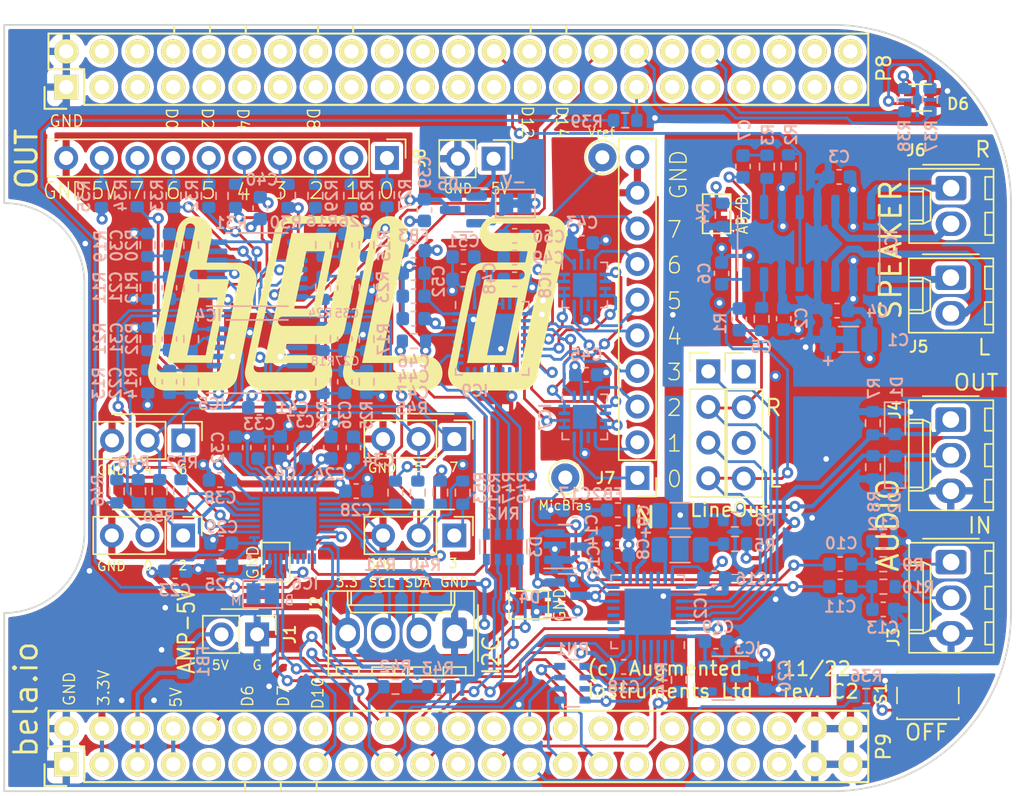
<source format=kicad_pcb>
(kicad_pcb (version 20211014) (generator pcbnew)
  (layers (0 "F.Cu" signal) (1 "In1.Cu" signal) (2 "In2.Cu" signal) (31 "B.Cu" signal) (34 "B.Paste" user) (35 "F.Paste" user) (36 "B.SilkS" user "B.Silkscreen") (37 "F.SilkS" user "F.Silkscreen") (38 "B.Mask" user) (39 "F.Mask" user) (44 "Edge.Cuts" user))
  (net 0 "")
  (net 1 "SPI_SCK")
  (net 2 "SPI_ADC_CNV")
  (net 3 "SPI_MISO")
  (net 4 "SPI_MOSI")
  (net 5 "+3.3VA")
  (net 6 "GND")
  (net 7 "+3V3")
  (net 8 "+1V8")
  (net 9 "/Audio Codec/AUD_HPROUT")
  (net 10 "+5V_AMP")
  (net 11 "/Audio Codec/AUD_HPLOUT")
  (net 12 "Net-(C8-Pad2)")
  (net 13 "/Audio Codec/LINE1RP")
  (net 14 "/Audio Codec/LINE1LP")
  (net 15 "Net-(C10-Pad2)")
  (net 16 "GNDA")
  (net 17 "/Audio Power Amp/AMP_INR")
  (net 18 "/Audio Power Amp/AMP_INL")
  (net 19 "+5V")
  (net 20 "/Analog Input/5V_ANALOG")
  (net 21 "/Analog Input/REFP")
  (net 22 "/Analog Output/ANALOG_OUT0")
  (net 23 "/Analog Output/ANALOG_OUT1")
  (net 24 "/Analog Output/ANALOG_OUT2")
  (net 25 "/Analog Output/ANALOG_OUT3")
  (net 26 "/Analog Output/ANALOG_OUT4")
  (net 27 "/Analog Output/ANALOG_OUT5")
  (net 28 "/Analog Output/ANALOG_OUT7")
  (net 29 "/Analog Output/ANALOG_OUT6")
  (net 30 "/Analog Output/PNEG")
  (net 31 "/Analog Output/VNEG_IN")
  (net 32 "/Audio Codec/AUDIO_HPR")
  (net 33 "AMP_SH{slash}")
  (net 34 "/Audio Codec/AUDIO_HPL")
  (net 35 "/Audio Codec/AUDIO_LINE_L+")
  (net 74 "+5VP")
  (net 83 "/Audio Codec/AUDIO_LINE_L-")
  (net 95 "/Audio Codec/AUDIO_LINE_R+")
  (net 96 "/Audio Codec/AUDIO_LINE_R-")
  (net 97 "Net-(C31-Pad2)")
  (net 99 "AUD_DOUT2")
  (net 100 "Net-(J8-Pad1)")
  (net 101 "Net-(J8-Pad2)")
  (net 102 "Net-(J8-Pad3)")
  (net 103 "Net-(J8-Pad4)")
  (net 104 "Net-(J8-Pad5)")
  (net 105 "Net-(J8-Pad6)")
  (net 106 "Net-(J8-Pad7)")
  (net 107 "Net-(J8-Pad8)")
  (net 108 "Net-(J8-Pad9)")
  (net 109 "/Analog Output/DAC0")
  (net 110 "AUD_DIN")
  (net 111 "AUD_DOUT")
  (net 112 "AUD_WCLK")
  (net 113 "AUD_BCLK")
  (net 114 "AUD_MCLK")
  (net 115 "SDA")
  (net 116 "SCL")
  (net 117 "ADC_DAC_EN")
  (net 118 "/Analog Output/DAC2")
  (net 119 "Net-(IC6-Pad5)")
  (net 120 "/Analog Output/DAC4")
  (net 121 "RESETN")
  (net 122 "/Analog Output/DAC6")
  (net 123 "/Analog Output/DAC7")
  (net 124 "/Analog Output/DAC5")
  (net 125 "Net-(IC6-Pad6)")
  (net 126 "/Analog Output/DAC3")
  (net 127 "/Analog Output/DAC1")
  (net 128 "/Audio Power Amp/AMP_OUTR-")
  (net 129 "/Audio Power Amp/AMP_OUTR+")
  (net 130 "/Audio Power Amp/AMP_OUTL-")
  (net 132 "/Audio Power Amp/AMP_OUTL+")
  (net 133 "/Analog Input/ANALOG2")
  (net 135 "/Analog Input/ANALOG3")
  (net 136 "/I2C1_SDA")
  (net 137 "/I2C1_SCL")
  (net 138 "/SHUTDOWN_REQ{slash}")
  (net 139 "Net-(C32-Pad2)")
  (net 140 "Net-(C33-Pad2)")
  (net 141 "Net-(C34-Pad2)")
  (net 142 "Net-(C36-Pad2)")
  (net 143 "/Analog Input/ANALOG0")
  (net 144 "/Analog Input/ANALOG1")
  (net 145 "/Analog Input/ANALOG4")
  (net 146 "/Analog Input/ANALOG5")
  (net 147 "/Analog Input/ANALOG6")
  (net 148 "/Analog Input/ANALOG7")
  (net 149 "/Audio Codec/AUDIO_INR")
  (net 150 "/Audio Codec/AUDIO_INL")
  (net 151 "Net-(P1-PadP8.33)")
  (net 152 "Net-(P1-PadP9.25)")
  (net 153 "Net-(P1-PadP9.28)")
  (net 154 "Net-(P1-PadP9.29)")
  (net 155 "Net-(P1-PadP9.30)")
  (net 156 "Net-(P1-PadP9.31)")
  (net 157 "/Analog Output/DAC_OPAMP_V-")
  (net 158 "/LED1")
  (net 159 "/LED0")
  (net 160 "Net-(IC9-Pad23)")
  (net 161 "Net-(IC9-Pad24)")
  (net 162 "Net-(IC9-Pad25)")
  (net 163 "Net-(IC9-Pad26)")
  (net 164 "Net-(C9-Pad2)")
  (net 165 "Net-(C21-Pad2)")
  (net 166 "Net-(C22-Pad2)")
  (net 167 "Net-(C35-Pad2)")
  (net 168 "Net-(C5-Pad1)")
  (net 169 "Net-(IC1-Pad7)")
  (net 170 "Net-(C7-Pad1)")
  (net 171 "Net-(IC1-Pad10)")
  (net 172 "Net-(IC1-Pad9)")
  (net 173 "Net-(D6-Pad1)")
  (net 174 "Net-(D6-Pad2)")
  (net 175 "/Audio Codec/MICBIAS")
  (net 176 "Net-(C26-Pad2)")
  (net 177 "Net-(C30-Pad2)")
  (net 178 "Net-(C27-Pad2)")
  (net 179 "Net-(C11-Pad2)")
  (net 180 "Net-(D5-Pad2)")
  (net 181 "Net-(C6-Pad1)")
  (net 182 "Net-(C52-Pad1)")
  (net 183 "Net-(C51-Pad1)")
  (net 184 "Net-(C48-Pad1)")
  (net 185 "Net-(IC7-Pad13)")
  (net 186 "Net-(IC7-Pad7)")
  (net 187 "Net-(IC7-Pad5)")
  (net 188 "Net-(IC7-Pad15)")
  (net 189 "Net-(IC8-Pad13)")
  (net 190 "Net-(IC8-Pad7)")
  (net 191 "Net-(IC8-Pad5)")
  (net 192 "Net-(IC8-Pad15)")
  (net 193 "Net-(IC9-Pad17)")
  (net 194 "Net-(IC9-Pad19)")
  (net 206 "Net-(C37-Pad2)")
  (net 207 "Net-(C37-Pad1)")
  (net 208 "Net-(C25-Pad2)")
  (net 214 "Net-(R36-Pad1)")
  (net 215 "Net-(IC6-Pad39)")
  (net 216 "Net-(IC6-Pad8)")
  (net 217 "Net-(IC6-Pad9)")
  (net 218 "Net-(IC6-Pad22)")
  (net 219 "Net-(IC6-Pad23)")
  (net 220 "Net-(IC6-Pad25)")
  (net 221 "Net-(IC6-Pad26)")
  (footprint "Jumper:SolderJumper-2_P1.3mm_Bridged_Pad1.0x1.5mm" (layer "F.Cu") (at 131.975 116.05 90)
    (fp_text reference "JP3" hide)
    (fp_text value "SolderJumper_2_Bridged")
  )
  (footprint "Bela:Bela-Logo_30mm_Silkscreen" (layer "F.Cu") (at 137.185756 97.725052)
    (fp_text reference "G1" hide)
    (fp_text value "Bela-Logo")
  )
  (footprint "Connector_PinHeader_2.54mm:PinHeader_1x02_P2.54mm_Vertical" (layer "F.Cu") (at 130.65 121.2 -90)
    (fp_text reference "J1")
    (fp_text value "Conn_01x02")
  )
  (footprint "Jumper:SolderJumper-2_P1.3mm_Bridged_Pad1.0x1.5mm" (layer "F.Cu") (at 150 119.1)
    (fp_text reference "JP2" hide)
    (fp_text value "SolderJumper_2_Bridged")
  )
  (footprint "Connector_Molex:Molex_KK-254_AE-6410-02A_1x02_P2.54mm_Vertical" (layer "F.Cu") (at 180.08 95.78 -90)
    (fp_text reference "J5")
    (fp_text value "Conn_01x02")
  )
  (footprint "Bela:BeagleBone_Black_Sockets_Board_outline" (layer "F.Cu") (at 143.34 107.555 90)
    (fp_text reference "P1" hide)
    (fp_text value "BeagleBone_Black_Header")
    (fp_line (start 29.79 28.335) (end 29.79 -30.72) (layer "Edge.Cuts") (width 0.127))
    (fp_line (start 29.79 -30.72) (end 17.09 -30.72) (layer "Edge.Cuts") (width 0.127))
    (fp_line (start -24.82 28.335) (end -24.82 -30.72) (layer "Edge.Cuts") (width 0.127))
    (fp_line (start -12.12 -30.72) (end -24.82 -30.72) (layer "Edge.Cuts") (width 0.127))
    (fp_line (start 17.09 41.035) (end -12.12 41.035) (layer "Edge.Cuts") (width 0.127))
    (fp_line (start 11.375 -25.005) (end -6.405 -25.005) (layer "Edge.Cuts") (width 0.127))
    (fp_arc (start 17.09 -30.72) (mid 15.416115 -26.678885) (end 11.375 -25.005) (layer "Edge.Cuts") (width 0.127))
    (fp_arc (start -6.405 -25.005) (mid -10.446115 -26.678885) (end -12.12 -30.72) (layer "Edge.Cuts") (width 0.127))
    (fp_arc (start -12.12 41.035) (mid -21.100256 37.315256) (end -24.82 28.335) (layer "Edge.Cuts") (width 0.127))
    (fp_arc (start 29.79 28.335) (mid 26.070256 37.315256) (end 17.09 41.035) (layer "Edge.Cuts") (width 0.127))
  )
  (footprint "LED_SMD:LED_LiteOn_LTST-C19HE1WT" (layer "F.Cu") (at 177.9 82.95 90)
    (fp_text reference "D6")
    (fp_text value "LTST-C195TBJRKT")
  )
  (footprint "Connector_Molex:Molex_KK-254_AE-6410-02A_1x02_P2.54mm_Vertical" (layer "F.Cu") (at 180.1 89.4 -90)
    (fp_text reference "J6")
    (fp_text value "Conn_01x02")
  )
  (footprint "Connector_Molex:Molex_KK-254_AE-6410-03A_1x03_P2.54mm_Vertical" (layer "F.Cu") (at 180.1 116.05 -90)
    (fp_text reference "J3")
    (fp_text value "Conn_01x03")
  )
  (footprint "Connector_PinHeader_2.54mm:PinHeader_1x10_P2.54mm_Vertical" (layer "F.Cu") (at 139.9 87.25 -90)
    (fp_text reference "J8")
    (fp_text value "Conn_01x10")
  )
  (footprint "Connector_PinHeader_2.54mm:PinHeader_1x03_P2.54mm_Vertical" (layer "F.Cu") (at 125.375 114.15 -90)
    (fp_text reference "J12" hide)
    (fp_text value "Conn_01x03")
  )
  (footprint "TestPoint:TestPoint_THTPad_D2.0mm_Drill1.0mm" (layer "F.Cu") (at 155.25 87.2)
    (fp_text reference "TP1" hide)
    (fp_text value "TestPoint")
  )
  (footprint "Connector_PinHeader_2.54mm:PinHeader_1x04_P2.54mm_Vertical" (layer "F.Cu") (at 165.3286 102.4736)
    (fp_text reference "J10" hide)
    (fp_text value "Conn_01x04")
  )
  (footprint "Connector_Molex:Molex_KK-254_AE-6410-03A_1x03_P2.54mm_Vertical" (layer "F.Cu") (at 180.08 105.8926 -90)
    (fp_text reference "J4")
    (fp_text value "Conn_01x03")
  )
  (footprint "Connector_PinHeader_2.54mm:PinHeader_1x04_P2.54mm_Vertical" (layer "F.Cu") (at 162.8 102.455)
    (fp_text reference "J9" hide)
    (fp_text value "Conn_01x04")
  )
  (footprint "Jumper:SolderJumper-2_P1.3mm_Bridged_Pad1.0x1.5mm" (layer "F.Cu") (at 163.4 91.225 90)
    (fp_text reference "JP1" hide)
    (fp_text value "SolderJumper_2_Bridged")
  )
  (footprint "Connector_Molex:Molex_KK-254_AE-6410-04A_1x04_P2.54mm_Vertical" (layer "F.Cu") (at 144.72 121.1 180)
    (fp_text reference "J2")
    (fp_text value "Conn_01x04")
  )
  (footprint "Connector_PinHeader_2.54mm:PinHeader_1x03_P2.54mm_Vertical" (layer "F.Cu") (at 144.7 114.15 -90)
    (fp_text reference "J14" hide)
    (fp_text value "Conn_01x03")
  )
  (footprint "Connector_PinHeader_2.54mm:PinHeader_1x03_P2.54mm_Vertical" (layer "F.Cu") (at 144.7 107.28 -90)
    (fp_text reference "J15" hide)
    (fp_text value "Conn_01x03")
  )
  (footprint "Button_Switch_SMD:SW_SPST_PTS810" (layer "F.Cu") (at 178.45 125.55 180)
    (fp_text reference "S1")
    (fp_text value "PTS810")
  )
  (footprint "Connector_PinHeader_2.54mm:PinHeader_1x02_P2.54mm_Vertical" (layer "F.Cu") (at 147.495 87.3 -90)
    (fp_text reference "J11" hide)
    (fp_text value "Conn_01x02")
  )
  (footprint "Connector_PinHeader_2.54mm:PinHeader_1x03_P2.54mm_Vertical" (layer "F.Cu") (at 125.39 107.38 -90)
    (fp_text reference "J13" hide)
    (fp_text value "Conn_01x03")
  )
  (footprint "TestPoint:TestPoint_THTPad_D2.0mm_Drill1.0mm" (layer "F.Cu") (at 152.61 110.02)
    (fp_text reference "TP2" hide)
    (fp_text value "TestPoint")
  )
  (footprint "Connector_PinHeader_2.54mm:PinHeader_1x10_P2.54mm_Vertical" (layer "F.Cu") (at 157.75 110.05 180)
    (fp_text reference "J7")
    (fp_text value "Conn_01x10")
  )
  (footprint "Bela:SolderJumper2_with_mask" (layer "F.Cu") (at 146.4 103.6 90)
    (fp_text reference "JP5" hide)
    (fp_text value "SolderJumper_2_Bridged")
  )
  (footprint "Package_SO:SO-16_3.9x9.9mm_P1.27mm" (layer "B.Cu") (at 169.95 93.325 90)
    (fp_text reference "IC1")
    (fp_text value "PAM8406")
  )
  (footprint "Resistor_SMD:R_0603_1608Metric" (layer "B.Cu") (at 124.7 89.95 90)
    (fp_text reference "R33")
    (fp_text value "220")
  )
  (footprint "Resistor_SMD:R_0603_1608Metric" (layer "B.Cu") (at 125.95 96.5 -90)
    (fp_text reference "R12")
    (fp_text value "16.9k/0.5%")
  )
  (footprint "Jumper:SolderJumper-2_P1.3mm_Bridged_Pad1.0x1.5mm" (layer "B.Cu") (at 131.04 118.31)
    (fp_text reference "JP6" hide)
    (fp_text value "SolderJumper_2_Bridged")
  )
  (footprint "Resistor_SMD:R_0603_1608Metric" (layer "B.Cu") (at 142.61 117.68 180)
    (fp_text reference "R40")
    (fp_text value "10k")
  )
  (footprint "Resistor_SMD:R_0603_1608Metric" (layer "B.Cu") (at 138.45 93.45 -90)
    (fp_text reference "R15")
    (fp_text value "22k/0.5%")
  )
  (footprint "Jumper:SolderJumper-2_P1.3mm_Bridged_Pad1.0x1.5mm" (layer "B.Cu") (at 149.05 90.5 180)
    (fp_text reference "JP4" hide)
    (fp_text value "SolderJumper_2_Bridged")
  )
  (footprint "Capacitor_SMD:C_0603_1608Metric" (layer "B.Cu") (at 136.9 96.5 90)
    (fp_text reference "C35")
    (fp_text value "220pF")
  )
  (footprint "Capacitor_SMD:C_0603_1608Metric" (layer "B.Cu") (at 128.09 114.69)
    (fp_text reference "C29")
    (fp_text value "1uF")
  )
  (footprint "Capacitor_SMD:C_0603_1608Metric" (layer "B.Cu") (at 136.9 100.15 -90)
    (fp_text reference "C27")
    (fp_text value "220pF")
  )
  (footprint "Capacitor_SMD:C_0603_1608Metric" (layer "B.Cu") (at 149 94.35)
    (fp_text reference "C49")
    (fp_text value "10uF")
  )
  (footprint "Capacitor_SMD:C_0603_1608Metric" (layer "B.Cu") (at 149 95.9)
    (fp_text reference "C48")
    (fp_text value "1uF")
  )
  (footprint "Capacitor_SMD:C_0603_1608Metric" (layer "B.Cu") (at 128.09 116.29)
    (fp_text reference "C25")
    (fp_text value "1uF")
  )
  (footprint "Package_TO_SOT_SMD:SOT-23" (layer "B.Cu") (at 145.35 90.95 180)
    (fp_text reference "D5")
    (fp_text value "BAS70-06")
  )
  (footprint "Resistor_SMD:R_0603_1608Metric" (layer "B.Cu") (at 122.1 89.9 90)
    (fp_text reference "R34")
    (fp_text value "220")
  )
  (footprint "Capacitor_SMD:C_0603_1608Metric" (layer "B.Cu") (at 128 110.2)
    (fp_text reference "C38")
    (fp_text value "1uF")
  )
  (footprint "Capacitor_SMD:C_0603_1608Metric" (layer "B.Cu") (at 141.8 95.45)
    (fp_text reference "C46")
    (fp_text value "10uF")
  )
  (footprint "Resistor_SMD:R_0603_1608Metric" (layer "B.Cu") (at 135.35 103.2 -90)
    (fp_text reference "R26")
    (fp_text value "16.9k/0.5%")
  )
  (footprint "Resistor_SMD:R_0603_1608Metric" (layer "B.Cu") (at 166.975 87.875 90)
    (fp_text reference "R2")
    (fp_text value "51k")
  )
  (footprint "Capacitor_SMD:C_0603_1608Metric" (layer "B.Cu") (at 163.34 121.71)
    (fp_text reference "C19")
    (fp_text value "0.1uF")
  )
  (footprint "Package_DFN_QFN:VQFN-32-1EP_5x5mm_P0.5mm_EP3.5x3.5mm" (layer "B.Cu") (at 147.4 100.1 -90)
    (fp_text reference "IC9")
    (fp_text value "ADS8168")
  )
  (footprint "Capacitor_SMD:C_0603_1608Metric" (layer "B.Cu") (at 156.36 113.96 180)
    (fp_text reference "C14")
    (fp_text value "10uF")
  )
  (footprint "Capacitor_SMD:C_0603_1608Metric" (layer "B.Cu") (at 165.275 87.85 -90)
    (fp_text reference "C7")
    (fp_text value "1uF")
  )
  (footprint "Resistor_SMD:R_0603_1608Metric" (layer "B.Cu") (at 141.825 100.3)
    (fp_text reference "R45")
    (fp_text value "10k")
  )
  (footprint "Resistor_SMD:R_0603_1608Metric" (layer "B.Cu") (at 174.06 125.59 180)
    (fp_text reference "R36")
    (fp_text value "100")
  )
  (footprint "Capacitor_SMD:C_0603_1608Metric" (layer "B.Cu") (at 172.125 88.6 180)
    (fp_text reference "C3")
    (fp_text value "0.1uF")
  )
  (footprint "Capacitor_SMD:C_0603_1608Metric" (layer "B.Cu") (at 175.27 119.42 180)
    (fp_text reference "C13")
    (fp_text value "47pF")
  )
  (footprint "Resistor_SMD:R_0603_1608Metric" (layer "B.Cu") (at 122.85 100.15 -90)
    (fp_text reference "R21")
    (fp_text value "22k/0.5%")
  )
  (footprint "Resistor_SMD:R_0603_1608Metric" (layer "B.Cu") (at 140.5 111.1 90)
    (fp_text reference "R53")
    (fp_text value "100")
  )
  (footprint "Capacitor_SMD:C_0603_1608Metric" (layer "B.Cu") (at 136.9 103.2 90)
    (fp_text reference "C36")
    (fp_text value "220pF")
  )
  (footprint "Resistor_SMD:R_0603_1608Metric" (layer "B.Cu") (at 134.8 89.95 90)
    (fp_text reference "R29")
    (fp_text value "220")
  )
  (footprint "Capacitor_SMD:C_0603_1608Metric" (layer "B.Cu") (at 156.77 123.52)
    (fp_text reference "C18")
    (fp_text value "0.1uF")
  )
  (footprint "Inductor_SMD:L_0603_1608Metric" (layer "B.Cu") (at 125.4 123.15 -90)
    (fp_text reference "FB1")
    (fp_text value "MPZ1608S121ATAH0")
  )
  (footprint "Resistor_SMD:R_0603_1608Metric" (layer "B.Cu") (at 125.95 93.45 90)
    (fp_text reference "R20")
    (fp_text value "16.9k/0.5%")
  )
  (footprint "Capacitor_SMD:C_0603_1608Metric" (layer "B.Cu") (at 165 98.75 90)
    (fp_text reference "C5")
    (fp_text value "1uF")
  )
  (footprint "Capacitor_SMD:C_0603_1608Metric" (layer "B.Cu") (at 132.31 107.89 -90)
    (fp_text reference "C42")
    (fp_text value "47uF")
  )
  (footprint "Capacitor_SMD:C_0603_1608Metric" (layer "B.Cu") (at 141.8 97.1)
    (fp_text reference "C44")
    (fp_text value "0.1uF")
  )
  (footprint "Capacitor_SMD:C_0603_1608Metric" (layer "B.Cu") (at 172.2 116.19)
    (fp_text reference "C10")
    (fp_text value "1uF")
  )
  (footprint "Diode_SMD:D_0603_1608Metric" (layer "B.Cu") (at 176.11 109.29 90)
    (fp_text reference "D2")
    (fp_text value "PESD0603-240")
  )
  (footprint "Package_TO_SOT_SMD:SOT-23" (layer "B.Cu") (at 152.77 114.94)
    (fp_text reference "D3")
    (fp_text value "BAS70-04")
  )
  (footprint "Resistor_SMD:R_0603_1608Metric" (layer "B.Cu") (at 132.85 89.95 90)
    (fp_text reference "R30")
    (fp_text value "220")
  )
  (footprint "Package_TO_SOT_SMD:SOT-23-5" (layer "B.Cu") (at 163.88 124.32 180)
    (fp_text reference "IC3")
    (fp_text value "MIC5317")
  )
  (footprint "Resistor_SMD:R_0603_1608Metric" (layer "B.Cu") (at 123.698 110.998 -90)
    (fp_text reference "R50")
    (fp_text value "100")
  )
  (footprint "Resistor_SMD:R_0603_1608Metric" (layer "B.Cu") (at 145.3 111.1 -90)
    (fp_text reference "R49")
    (fp_text value "100")
  )
  (footprint "Capacitor_SMD:C_0603_1608Metric" (layer "B.Cu") (at 124.4 93.45 -90)
    (fp_text reference "C30")
    (fp_text value "220pF")
  )
  (footprint "Resistor_SMD:R_0603_1608Metric" (layer "B.Cu") (at 160.7 124.44 -90)
    (fp_text reference "R44")
    (fp_text value "22")
  )
  (footprint "Resistor_SMD:R_0603_1608Metric" (layer "B.Cu") (at 138.45 100.15 -90)
    (fp_text reference "R17")
    (fp_text value "22k/0.5%")
  )
  (footprint "Resistor_SMD:R_0603_1608Metric" (layer "B.Cu") (at 164.71 114.75 180)
    (fp_text reference "R5")
    (fp_text value "15")
  )
  (footprint "Resistor_SMD:R_0603_1608Metric" (layer "B.Cu") (at 135.35 93.45 90)
    (fp_text reference "R16")
    (fp_text value "16.9k/0.5%")
  )
  (footprint "Package_TO_SOT_SMD:SOT-23" (layer "B.Cu") (at 152.77 118.45)
    (fp_text reference "D4")
    (fp_text value "BAS70-04")
  )
  (footprint "Resistor_SMD:R_0603_1608Metric" (layer "B.Cu") (at 140.51 124.93 180)
    (fp_text reference "R42")
    (fp_text value "10k")
  )
  (footprint "Capacitor_SMD:C_0603_1608Metric" (layer "B.Cu") (at 172.2 117.79)
    (fp_text reference "C11")
    (fp_text value "1uF")
  )
  (footprint "Capacitor_SMD:C_0603_1608Metric" (layer "B.Cu") (at 153.8 93.3 180)
    (fp_text reference "C43")
    (fp_text value "0.1uF")
  )
  (footprint "Inductor_SMD:L_0603_1608Metric" (layer "B.Cu") (at 156.36 112.35)
    (fp_text reference "FB2")
    (fp_text value "MPZ1608S121ATAH0")
  )
  (footprint "Resistor_SMD:R_0603_1608Metric" (layer "B.Cu") (at 122.85 93.45 -90)
    (fp_text reference "R19")
    (fp_text value "22k/0.5%")
  )
  (footprint "Bela:QFN40P500X500X80-41N-D" (layer "B.Cu") (at 132.95 113.3)
    (fp_text reference "IC6")
    (fp_text value "ES9080Q" hide)
  )
  (footprint "Package_DFN_QFN:QFN-16-1EP_3x3mm_P0.5mm_EP1.7x1.7mm" (layer "B.Cu") (at 154 105.7 -90)
    (fp_text reference "IC7")
    (fp_text value "TSV524xIQ4T")
  )
  (footprint "Inductor_SMD:L_0603_1608Metric" (layer "B.Cu") (at 141.8 93.85 180)
    (fp_text reference "FB3")
    (fp_text value "MPZ1608S121ATAH0")
  )
  (footprint "Resistor_SMD:R_0603_1608Metric" (layer "B.Cu") (at 175.27 116.2)
    (fp_text reference "R9")
    (fp_text value "220")
  )
  (footprint "Resistor_SMD:R_0603_1608Metric" (layer "B.Cu") (at 143.7 111.1 -90)
    (fp_text reference "R47")
    (fp_text value "100")
  )
  (footprint "Resistor_SMD:R_0603_1608Metric" (layer "B.Cu") (at 120.65 110.998 90)
    (fp_text reference "R46")
    (fp_text value "100")
  )
  (footprint "Resistor_SMD:R_0603_1608Metric" (layer "B.Cu") (at 135.35 96.5 -90)
    (fp_text reference "R24")
    (fp_text value "16.9k/0.5%")
  )
  (footprint "Capacitor_SMD:C_0603_1608Metric" (layer "B.Cu") (at 135.91 107.89 -90)
    (fp_text reference "C24")
    (fp_text value "1uF")
  )
  (footprint "Resistor_SMD:R_0603_1608Metric" (layer "B.Cu") (at 138.45 103.2 90)
    (fp_text reference "R25")
    (fp_text value "22k/0.5%")
  )
  (footprint "Resistor_SMD:R_0603_1608Metric" (layer "B.Cu") (at 164.69 113.02 180)
    (fp_text reference "R6")
    (fp_text value "15")
  )
  (footprint "Resistor_SMD:R_0603_1608Metric" (layer "B.Cu") (at 174.53 106.15 -90)
    (fp_text reference "R7")
    (fp_text value "3.3k")
  )
  (footprint "Package_DFN_QFN:QFN-32-1EP_5x5mm_P0.5mm_EP3.3x3.3mm" (layer "B.Cu") (at 158.4825 119.59 90)
    (fp_text reference "IC2")
    (fp_text value "TLV320AIC3104")
  )
  (footprint "Resistor_SMD:R_0603_1608Metric" (layer "B.Cu") (at 122.85 96.5 90)
    (fp_text reference "R11")
    (fp_text value "22k/0.5%")
  )
  (footprint "Capacitor_SMD:C_0603_1608Metric" (layer "B.Cu") (at 130.8 105.05 180)
    (fp_text reference "C41")
    (fp_text value "0.1uF")
  )
  (footprint "Resistor_SMD:R_0603_1608Metric" (layer "B.Cu") (at 138.45 96.5 90)
    (fp_text reference "R23")
    (fp_text value "22k/0.5%")
  )
  (footprint "Capacitor_SMD:C_0603_1608Metric" (layer "B.Cu") (at 134.1 107.89 -90)
    (fp_text reference "C37")
    (fp_text value "2.2uF, 10V")
  )
  (footprint "Capacitor_SMD:C_0603_1608Metric" (layer "B.Cu") (at 130.71 107.89 -90)
    (fp_text reference "C33")
    (fp_text value "4.7uF")
  )
  (footprint "Resistor_SMD:R_0603_1608Metric" (layer "B.Cu") (at 175.28 117.8)
    (fp_text reference "R10")
    (fp_text value "220")
  )
  (footprint "Resistor_SMD:R_0603_1608Metric" (layer "B.Cu") (at 137.35 89.95 90)
    (fp_text reference "R28")
    (fp_text value "220")
  )
  (footprint "Package_DFN_QFN:QFN-16-1EP_3x3mm_P0.5mm_EP1.7x1.7mm" (layer "B.Cu") (at 154 96.3 -90)
    (fp_text reference "IC8")
    (fp_text value "TSV524xIQ4T")
  )
  (footprint "Resistor_SMD:R_0603_1608Metric" (layer "B.Cu") (at 163.825 91.3 90)
    (fp_text reference "R4")
    (fp_text value "100k")
  )
  (footprint "Capacitor_SMD:C_0603_1608Metric" (layer "B.Cu") (at 156.355 115.58 180)
    (fp_text reference "C15")
    (fp_text value "0.1uF")
  )
  (footprint "Diode_SMD:D_0603_1608Metric" (layer "B.Cu") (at 176.1 106.14 -90)
    (fp_text reference "D1")
    (fp_text value "PESD0603-240")
  )
  (footprint "Resistor_SMD:R_0603_1608Metric" (layer "B.Cu") (at 142.1 111.1 90)
    (fp_text reference "R51")
    (fp_text value "100")
  )
  (footprint "Resistor_SMD:R_0603_1608Metric" (layer "B.Cu") (at 129.1 89.95 90)
    (fp_text reference "R31")
    (fp_text value "220")
  )
  (footprint "Capacitor_SMD:C_0603_1608Metric" (layer "B.Cu") (at 175.27 114.57 180)
    (fp_text reference "C12")
    (fp_text value "47pF")
  )
  (footprint "Resistor_SMD:R_0603_1608Metric" (layer "B.Cu") (at 139.9 89.9 90)
    (fp_text reference "R27")
    (fp_text value "220")
  )
  (footprint "Capacitor_SMD:C_0603_1608Metric" (layer "B.Cu") (at 163.23 117.2)
    (fp_text reference "C16")
    (fp_text value "0.1uF")
  )
  (footprint "Capacitor_SMD:C_0603_1608Metric" (layer "B.Cu") (at 137.71 110.99 180)
    (fp_text reference "C28")
    (fp_text value "1uF")
  )
  (footprint "Resistor_SMD:R_0603_1608Metric" (layer "B.Cu") (at 135.35 100.15 90)
    (fp_text reference "R18")
    (fp_text value "16.9k/0.5%")
  )
  (footprint "Capacitor_SMD:C_0603_1608Metric" (layer "B.Cu") (at 124.4 103.2 90)
    (fp_text reference "C22")
    (fp_text value "220pF")
  )
  (footprint "Capacitor_SMD:C_0603_1608Metric" (layer "B.Cu") (at 130.87 90.82 -90)
    (fp_text reference "C40")
    (fp_text value "0.1uF")
  )
  (footprint "Resistor_SMD:R_0603_1608Metric" (layer "B.Cu") (at 143.61 124.93)
    (fp_text reference "R43")
    (fp_text value "10k")
  )
  (footprint "Capacitor_SMD:C_0603_1608Metric" (layer "B.Cu") (at 124.8 116.7 180)
    (fp_text reference "C23")
    (fp_text value "1uF")
  )
  (footprint "Capacitor_SMD:C_0603_1608Metric" (layer "B.Cu") (at 124.4 96.5 90)
    (fp_text reference "C21")
    (fp_text value "220pF")
  )
  (footprint "Resistor_SMD:R_0603_1608Metric" (layer "B.Cu") (at 119.55 89.95 90)
    (fp_text reference "R35")
    (fp_text value "100")
  )
  (footprint "Capacitor_SMD:C_0603_1608Metric" (layer "B.Cu") (at 142.57 90.96 -90)
    (fp_text reference "C39")
    (fp_text value "10uF, 10V")
  )
  (footprint "Capacitor_SMD:C_0603_1608Metric" (layer "B.Cu") (at 136.9 93.45 -90)
    (fp_text reference "C26")
    (fp_text value "220pF")
  )
  (footprint "Resistor_SMD:R_0603_1608Metric" (layer "B.Cu") (at 168.52 87.85 -90)
    (fp_text reference "R3")
    (fp_text value "100k")
  )
  (footprint "Capacitor_SMD:C_0603_1608Metric" (layer "B.Cu") (at 145.35 94.3 180)
    (fp_text reference "C51")
    (fp_text value "1uF")
  )
  (footprint "Capacitor_SMD:C_0603_1608Metric" (layer "B.Cu") (at 163.75 95.475 90)
    (fp_text reference "C6")
    (fp_text value "1uF")
  )
  (footprint "Capacitor_SMD:C_0603_1608Metric" (layer "B.Cu") (at 166.84 124.34 -90)
    (fp_text reference "C20")
    (fp_text value "1uF")
  )
  (footprint "Capacitor_SMD:C_0603_1608Metric" (layer "B.Cu") (at 149 92.8)
    (fp_text reference "C50")
    (fp_text value "10uF")
  )
  (footprint "Capacitor_SMD:C_0603_1608Metric" (layer "B.Cu") (at 153.28 112.35 180)
    (fp_text reference "C17")
    (fp_text value "10uF")
  )
  (footprint "Capacitor_SMD:C_0603_1608Metric" (layer "B.Cu") (at 129.11 107.89 -90)
    (fp_text reference "C32")
    (fp_text value "1uF")
  )
  (footprint "Resistor_SMD:R_Array_Convex_4x0603" (layer "B.Cu") (at 148.19 114.96 -90)
    (fp_text reference "RN2")
    (fp_text value "22")
  )
  (footprint "Capacitor_SMD:C_0603_1608Metric" (layer "B.Cu") (at 145.35 95.9 180)
    (fp_text reference "C52")
    (fp_text value "1uF")
  )
  (footprint "Resistor_SMD:R_0603_1608Metric" (layer "B.Cu") (at 176.8 83.125 90)
    (fp_text reference "R37")
    (fp_text value "560")
  )
  (footprint "Capacitor_SMD:C_0603_1608Metric" (layer "B.Cu") (at 154.1 102.7 180)
    (fp_text reference "C45")
    (fp_text value "0.1uF")
  )
  (footprint "Resistor_SMD:R_0603_1608Metric" (layer "B.Cu") (at 127.2 89.95 90)
    (fp_text reference "R32")
    (fp_text value "220")
  )
  (footprint "Capacitor_SMD:C_0603_1608Metric" (layer "B.Cu") (at 141.8 98.7)
    (fp_text reference "C47")
    (fp_text value "0.1uF")
  )
  (footprint "Resistor_SMD:R_0603_1608Metric" (layer "B.Cu") (at 122.174 110.998 90)
    (fp_text reference "R48")
    (fp_text value "100")
  )
  (footprint "Package_SO:TSSOP-14_4.4x5mm_P0.65mm" (layer "B.Cu") (at 130.65 95.2)
    (fp_text reference "IC4")
    (fp_text value "TL974")
  )
  (footprint "Capacitor_SMD:C_0603_1608Metric" (layer "B.Cu") (at 137.51 107.89 90)
    (fp_text reference "C34")
    (fp_text value "1uF")
  )
  (footprint "Resistor_SMD:R_0603_1608Metric" (layer "B.Cu") (at 156.88 84.57)
    (fp_text reference "R39")
    (fp_text value "22")
  )
  (footprint "Resistor_SMD:R_0603_1608Metric" (layer "B.Cu") (at 122.85 103.175 90)
    (fp_text reference "R13")
    (fp_text value "22k/0.5%")
  )
  (footprint "Capacitor_SMD:C_0603_1608Metric" (layer "B.Cu") (at 124.4 100.15 -90)
    (fp_text reference "C31")
    (fp_text value "220pF")
  )
  (footprint "Capacitor_SMD:C_0603_1608Metric" (layer "B.Cu") (at 171.975 98.125 180)
    (fp_text reference "C4")
    (fp_text value "0.1uF")
  )
  (footprint "Resistor_SMD:R_0603_1608Metric" (layer "B.Cu") (at 139.26 117.67)
    (fp_text reference "R41")
    (fp_text value "10k")
  )
  (footprint "Capacitor_SMD:C_1206_3216Metric" (layer "B.Cu") (at 172.8 100.175)
    (fp_text reference "C1")
    (fp_text value "47uF")
  )
  (footprint "Resistor_SMD:R_Array_Convex_4x0603" (layer "B.Cu") (at 153.12 124.68 180)
    (fp_text reference "RN1")
    (fp_text value "22")
  )
  (footprint "Resistor_SMD:R_0603_1608Metric" (layer "B.Cu") (at 174.54 109.29 90)
    (fp_text reference "R8")
    (fp_text value "3.3k")
  )
  (footprint "Resistor_SMD:R_0603_1608Metric" (layer "B.Cu") (at 125.222 110.998 -90)
    (fp_text reference "R52")
    (fp_text value "100")
  )
  (footprint "Capacitor_SMD:C_0603_1608Metric" (layer "B.Cu") (at 168.175 98.7 90)
    (fp_text reference "C2")
    (fp_text value "0.1uF")
  )
  (footprint "Resistor_SMD:R_0603_1608Metric" (layer "B.Cu") (at 125.95 100.15 90)
    (fp_text reference "R22")
    (fp_text value "16.9k/0.5%")
  )
  (footprint "Capacitor_SMD:C_1206_3216Metric" (layer "B.Cu") (at 160.79 115.17)
    (fp_text reference "C8")
    (fp_text value "47uF")
  )
  (footprint "Resistor_SMD:R_0603_1608Metric" (layer "B.Cu") (at 166.6 98.725 -90)
    (fp_text reference "R1")
    (fp_text value "51k")
  )
  (footprint "Package_SO:TSSOP-14_4.4x5mm_P0.65mm" (layer "B.Cu") (at 130.65 101.4)
    (fp_text reference "IC5")
    (fp_text value "TL974")
  )
  (footprint "Resistor_SMD:R_0603_1608Metric" (layer "B.Cu") (at 178.6 83.1 -90)
    (fp_text reference "R38")
    (fp_text value "560")
  )
  (footprint "Resistor_SMD:R_0603_1608Metric" (layer "B.Cu") (at 125.95 103.2 -90)
    (fp_text reference "R14")
    (fp_text value "16.9k/0.5%")
  )
  (footprint "Capacitor_SMD:C_1206_3216Metric" (layer "B.Cu") (at 160.79 112.73)
    (fp_text reference "C9")
    (fp_text value "47uF")
  )
  (gr_line (start 162.7 105.07) (end 165.35 105.07) (layer "F.Cu") (width 0.2))
  (gr_line (start 162.82 110.07) (end 165.39 110.07) (layer "F.Cu") (width 0.2))
  (gr_line (start 139.65 112.3) (end 144.7 112.3) (layer "F.SilkS") (width 0.12))
  (gr_circle (center 157.75 110.05) (end 157.85 109.85) (layer "F.SilkS") (width 0.12) (fill none))
  (gr_line (start 128.1 119.4) (end 130.7 119.4) (layer "F.SilkS") (width 0.12))
  (gr_circle (center 137.1 121.1) (end 137.3 120.95) (layer "F.SilkS") (width 0.12) (fill none))
  (gr_line (start 120.35 112.3) (end 125.4 112.3) (layer "F.SilkS") (width 0.12))
  (gr_line (start 120.3 105.5) (end 125.4 105.5) (layer "F.SilkS") (width 0.12))
  (gr_line (start 139.6 105.45) (end 144.65 105.5) (layer "F.SilkS") (width 0.12))
  (gr_text "-V" (at 148.98 88.93) (layer "B.SilkS") (effects (font (size 0.8 0.8)) (justify mirror)))
  (gr_text "B" (at 132.94 118.77) (layer "B.SilkS") (effects (font (size 0.7 0.7) (thickness 0.1)) (justify mirror)))
  (gr_text "+" (at 158.35 113.89) (layer "B.SilkS") (effects (font (size 0.8 0.8)) (justify mirror)))
  (gr_text "M" (at 129.16 118.79) (layer "B.SilkS") (effects (font (size 0.7 0.7) (thickness 0.1)) (justify mirror)))
  (gr_text "+" (at 171.34 101.65) (layer "B.SilkS") (effects (font (size 0.8 0.8)) (justify mirror)))
  (gr_text "4" (at 161.0106 99.2886) (layer "F.SilkS") (effects (font (size 1.1684 1.1684) (thickness 0.1016)) (justify right top)))
  (gr_text "4" (at 123.25 109.05) (layer "F.SilkS") (effects (font (size 0.67056 0.67056) (thickness 0.1)) (justify right top)))
  (gr_text "6" (at 125.75 109.05) (layer "F.SilkS") (effects (font (size 0.67056 0.67056) (thickness 0.1)) (justify right top)))
  (gr_text "3.3V" (at 119.25 123.65 90) (layer "F.SilkS") (effects (font (size 0.8 0.8) (thickness 0.1)) (justify right top)))
  (gr_text "3" (at 161.0106 101.8286) (layer "F.SilkS") (effects (font (size 1.1684 1.1684) (thickness 0.1016)) (justify right top)))
  (gr_text "5" (at 127.8 88.9) (layer "F.SilkS") (effects (font (size 1.1684 1.1684) (thickness 0.1016)) (justify right top)))
  (gr_text "SCL" (at 140.5 117.1) (layer "F.SilkS") (effects (font (size 0.67056 0.67056) (thickness 0.1)) (justify right top)))
  (gr_text "5V" (at 124.4 124.9 90) (layer "F.SilkS") (effects (font (size 0.8 0.8) (thickness 0.1)) (justify right top)))
  (gr_text "-" (at 126.85 77.55 90) (layer "F.SilkS") (effects (font (size 0.67056 0.67056)) (justify right top)))
  (gr_text "1" (at 142.5 115.75) (layer "F.SilkS") (effects (font (size 0.67056 0.67056) (thickness 0.1)) (justify right top)))
  (gr_text "GND" (at 129.88 114.78 90) (layer "F.SilkS") (effects (font (size 0.8 0.8) (thickness 0.1016)) (justify right top)))
  (gr_text "SPEAKER\n" (at 175.8 93.8 90) (layer "F.SilkS") (effects (font (size 1.5 1.5) (thickness 0.2))))
  (gr_text "-" (at 134.55 77.55 90) (layer "F.SilkS") (effects (font (size 0.67056 0.67056)) (justify right top)))
  (gr_text "GND" (at 145.8 117.1) (layer "F.SilkS") (effects (font (size 0.67056 0.67056) (thickness 0.1)) (justify right top)))
  (gr_text "2" (at 135.5 88.9) (layer "F.SilkS") (effects (font (size 1.1684 1.1684) (thickness 0.1016)) (justify right top)))
  (gr_text "GND" (at 140.6 115.8) (layer "F.SilkS") (effects (font (size 0.67056 0.67056) (thickness 0.1)) (justify right top)))
  (gr_text "-5V" (at 148.65 88.96) (layer "F.SilkS") (effects (font (size 0.8 0.7) (thickness 0.1016)) (justify right top)))
  (gr_text "GND" (at 118.35 84.15) (layer "F.SilkS") (effects (font (size 0.8 0.8) (thickness 0.1)) (justify right top)))
  (gr_text "SDA" (at 143.1 117.1) (layer "F.SilkS") (effects (font (size 0.67056 0.67056) (thickness 0.1)) (justify right top)))
  (gr_text "OUT" (at 115.1 89.6 90) (layer "F.SilkS") (effects (font (size 1.5 1.5) (thickness 0.21336)) (justify left bottom)))
  (gr_text "MicBias" (at 154.55 111.62) (layer "F.SilkS") (effects (font (size 0.67056 0.67056) (thickness 0.09144)) (justify right top)))
  (gr_text "GND" (at 140.65 108.95) (layer "F.SilkS") (effects (font (size 0.67056 0.67056) (thickness 0.1)) (justify right top)))
  (gr_text "D7" (at 132.05 124.75 90) (layer "F.SilkS") (effects (font (size 0.8 0.8) (thickness 0.1)) (justify right top)))
  (gr_text "IN" (at 181.2036 114.1) (layer "F.SilkS") (effects (font (size 1.1176 1.1176) (thickness 0.1524)) (justify left bottom)))
  (gr_text "OUT" (at 180.1876 103.9) (layer "F.SilkS") (effects (font (size 1.1176 1.1176) (thickness 0.1524)) (justify left bottom)))
  (gr_text "7" (at 161.0106 91.6686) (layer "F.SilkS") (effects (font (size 1.1684 1.1684) (thickness 0.1016)) (justify right top)))
  (gr_text "D10" (at 134.5 124.15 90) (layer "F.SilkS") (effects (font (size 0.8 0.8) (thickness 0.1)) (justify right top)))
  (gr_text "7" (at 122.7 88.9) (layer "F.SilkS") (effects (font (size 1.1684 1.1684) (thickness 0.1016)) (justify right top)))
  (gr_text "I2C" (at 148 124.2 90) (layer "F.SilkS") (effects (font (size 1.1684 1.1684)) (justify left bottom)))
  (gr_text "5V" (at 128.7 123) (layer "F.SilkS") (effects (font (size 0.67056 0.67056) (thickness 0.1)) (justify right top)))
  (gr_text "AB/D" (at 164.75 89.88 90) (layer "F.SilkS") (effects (font (size 0.8 0.7) (thickness 0.1016)) (justify right top)))
  (gr_text "(c) Augmented \nInstruments Ltd" (at 154.09 125.82) (layer "F.SilkS") (effects (font (size 1 1)) (justify left bottom)))
  (gr_text "1" (at 138.1 88.9) (layer "F.SilkS") (effects (font (size 1.1684 1.1684) (thickness 0.1016)) (justify right top)))
  (gr_text "0" (at 140.5 88.9) (layer "F.SilkS") (effects (font (size 1.1684 1.1684) (thickness 0.1016)) (justify right top)))
  (gr_text "GND" (at 121.35 115.95) (layer "F.SilkS") (effects (font (size 0.67056 0.67056) (thickness 0.1)) (justify right top)))
  (gr_text "4" (at 130.3 89) (layer "F.SilkS") (effects (font (size 1.1684 1.1684) (thickness 0.1016)) (justify right top)))
  (gr_text "5" (at 142.55 108.9) (layer "F.SilkS") (effects (font (size 0.67056 0.67056) (thickness 0.1)) (justify right top)))
  (gr_text "D0" (at 125.02 85.3 270) (layer "F.SilkS") (effects (font (size 0.8 0.8) (thickness 0.1)) (justify right top)))
  (gr_text "D8" (at 135.14 85.3 270) (layer "F.SilkS") (effects (font (size 0.87 0.8) (thickness 0.1)) (justify right top)))
  (gr_text "5V" (at 120.7 88.9) (layer "F.SilkS") (effects (font (size 1.1684 1) (thickness 0.1016)) (justify right top)))
  (gr_text "7" (at 145.05 108.9) (layer "F.SilkS") (effects (font (size 0.67056 0.67056) (thickness 0.1)) (justify right top)))
  (gr_text "-" (at 131.9 131.6 90) (layer "F.SilkS") (effects (font (size 0.67056 0.67056)) (justify right top)))
  (gr_text "GND" (at 160 86.5886 90) (layer "F.SilkS") (effects (font (size 1.1684 1.1684) (thickness 0.1016)) (justify right top)))
  (gr_text "D6" (at 129.5 124.75 90) (layer "F.SilkS") (effects (font (size 0.8 0.8) (thickness 0.1)) (justify right top)))
  (gr_text "-" (at 149.7 77.55 90) (layer "F.SilkS") (effects (font (size 0.67056 0.67056)) (justify right top)))
  (gr_text "0" (at 161.0106 109.4486) (layer "F.SilkS") (effects (font (size 1.1684 1.1684) (thickness 0.1016)) (justify right top)))
  (gr_text "G" (at 131.05 123) (layer "F.SilkS") (effects (font (size 0.67056 0.67056) (thickness 0.1)) (justify right top)))
  (gr_text "-" (at 129.35 131.6 90) (layer "F.SilkS") (effects (font (size 0.67056 0.67056)) (justify right top)))
  (gr_text "6" (at 161.0106 94.2086) (layer "F.SilkS") (effects (font (size 1.1684 1.1684) (thickness 0.1016)) (justify right top)))
  (gr_text "2" (at 125.75 115.9) (layer "F.SilkS") (effects (font (size 0.67056 0.67056) (thickness 0.1)) (justify right top)))
  (gr_text "IN" (at 159.2 112) (layer "F.SilkS") (effects (font (size 1.5 1.5) (thickness 0.2)) (justify right top)))
  (gr_text "1" (at 161.0106 106.9086) (layer "F.SilkS") (effects (font (size 1.1684 1.1684) (thickness 0.1016)) (justify right top)))
  (gr_text "-" (at 137.05 77.5 90) (layer "F.SilkS") (effects (font (size 0.67056 0.67056)) (justify right top)))
  (gr_text "GND" (at 146.05 89.04) (layer "F.SilkS") (effects (font (size 0.67056 0.67056) (thickness 0.1)) (justify right top)))
  (gr_text "3.3" (at 137.9 117.1) (layer "F.SilkS") (effects (font (size 0.67056 0.67056) (thickness 0.1)) (justify right top)))
  (gr_text "R" (at 168.1226 104.3686) (layer "F.SilkS") (effects (font (size 1.1684 1.1684)) (justify right top)))
  (gr_text "D4" (at 130.1 85.33 270) (layer "F.SilkS") (effects (font (size 0.8 0.8) (thickness 0.1)) (justify right top)))
  (gr_text "Vref" (at 156.22 85.02) (layer "F.SilkS") (effects (font (size 0.67056 0.67056) (thickness 0.09144)) (justify right top)))
  (gr_text "6" (at 125.3 88.9) (layer "F.SilkS") (effects (font (size 1.1684 1.1684) (thickness 0.1016)) (justify right top)))
  (gr_text "5" (at 161.0106 96.7486) (layer "F.SilkS") (effects (font (size 1.1684 1.1684) (thickness 0.1016)) (justify right top)))
  (gr_text "3" (at 132.9 88.9) (layer "F.SilkS") (effects (font (size 1.1684 1.1684) (thickness 0.1016)) (justify right top)))
  (gr_text "2" (at 161.0106 104.3686) (layer "F.SilkS") (effects (font (size 1.1684 1.1684) (thickness 0.1016)) (justify right top)))
  (gr_text "D14" (at 152.83 85.92 270) (layer "F.SilkS") (effects (font (size 0.8 0.8) (thickness 0.1)) (justify right top)))
  (gr_text "bela.io" (at 115.125 130.1 90) (layer "F.SilkS") (effects (font (size 1.63576 1.63576) (thickness 0.2)) (justify left bottom)))
  (gr_text "AUDIO" (at 175.6 113.4 90) (layer "F.SilkS") (effects (font (size 1.5 1.5) (thickness 0.2))))
  (gr_text "-" (at 124.3 77.55 90) (layer "F.SilkS") (effects (font (size 0.67056 0.67056)) (justify right top)))
  (gr_text "OFF" (at 176.71 128.84) (layer "F.SilkS") (effects (font (size 1.1176 1.1176) (thickness 0.1524)) (justify left bottom)))
  (gr_text "11/22\nrev. C2" (at 168 125.85) (layer "F.SilkS") (effects (font (size 1 1)) (justify left bottom)))
  (gr_text "-" (at 152.25 77.55 90) (layer "F.SilkS") (effects (font (size 0.67056 0.67056)) (justify right top)))
  (gr_text "D12" (at 150.38 85.92 270) (layer "F.SilkS") (effects (font (size 0.8 0.8) (thickness 0.1)) (justify right top)))
  (gr_text "L" (at 181.9 101.4) (layer "F.SilkS") (effects (font (size 1.1176 1.1176) (thickness 0.1524)) (justify left bottom)))
  (gr_text "GND" (at 121.35 109.1) (layer "F.SilkS") (effects (font (size 0.67056 0.67056) (thickness 0.1)) (justify right top)))
  (gr_text "GND" (at 116.8 123.8 90) (layer "F.SilkS") (effects (font (size 0.8 0.8) (thickness 0.1)) (justify right top)))
  (gr_text "AMP-5V" (at 126.3 124.1 90) (layer "F.SilkS") (effects (font (size 1.1684 1)) (justify left bottom)))
  (gr_text "LineOut" (at 161.4 112.9) (layer "F.SilkS") (effects (font (size 1 1)) (justify left bottom)))
  (gr_text "GND" (at 151.74 117.8 90) (layer "F.SilkS") (effects (font (size 0.8 0.8) (thickness 0.1016)) (justify right top)))
  (gr_text "R" (at 181.7 87.3) (layer "F.SilkS") (effects (font (size 1.1176 1.1176) (thickness 0.1524)) (justify left bottom)))
  (gr_text "3" (at 145 115.75) (layer "F.SilkS") (effects (font (size 0.67056 0.67056) (thickness 0.1)) (justify right top)))
  (gr_text "L" (at 168.1226 109.4486) (layer "F.SilkS") (effects (font (size 1.1684 1.1684)) (justify right top)))
  (gr_text "D2" (at 127.58 85.3 270) (layer "F.SilkS") (effects (font (size 0.8 0.8) (thickness 0.1)) (justify right top)))
  (gr_text "0\n" (at 123.25 115.9) (layer "F.SilkS") (effects (font (size 0.67056 0.67056) (thickness 0.1)) (justify right top)))
  (gr_text "-" (at 129.4 77.55 90) (layer "F.SilkS") (effects (font (size 0.67056 0.67056)) (justify right top)))
  (gr_text "-" (at 134.45 131.6 90) (layer "F.SilkS") (effects (font (size 0.67056 0.67056)) (justify right top)))
  (gr_text "GND" (at 118.5 88.9) (layer "F.SilkS") (effects (font (size 1.1684 1) (thickness 0.1016)) (justify right top)))
  (segment (start 146.536555 124.586555) (end 147.25 125.3) (width 0.2) (layer "F.Cu") (net 1))
  (segment (start 144.863445 124.586555) (end 146.536555 124.586555) (width 0.2) (layer "F.Cu") (net 1))
  (segment (start 142.45 127.915) (end 142.45 127) (width 0.2) (layer "F.Cu") (net 1))
  (segment (start 142.45 127) (end 144.863445 124.586555) (width 0.2) (layer "F.Cu") (net 1))
  (via (at 147.25 125.3) (size 0.8) (drill 0.4) (layers "F.Cu" "B.Cu") (net 1))
  (segment (start 147.79 116.76) (end 148.01 116.98) (width 0.2) (layer "B.Cu") (net 1))
  (segment (start 147.79 115.86) (end 147.79 116.76) (width 0.2) (layer "B.Cu") (net 1))
  (segment (start 147.876892 119.560442) (end 148.15 119.83355) (width 0.2) (layer "B.Cu") (net 1))
  (segment (start 148.15 124.4) (end 147.25 125.3) (width 0.2) (layer "B.Cu") (net 1))
  (segment (start 148.01 116.98) (end 148.01 118.70254) (width 0.2) (layer "B.Cu") (net 1))
  (segment (start 148.15 119.83355) (end 148.15 124.4) (width 0.2) (layer "B.Cu") (net 1))
  (segment (start 147.876892 118.835648) (end 147.876892 119.560442) (width 0.2) (layer "B.Cu") (net 1))
  (segment (start 148.01 118.70254) (end 147.876892 118.835648) (width 0.2) (layer "B.Cu") (net 1))
  (segment (start 135.85 122.7) (end 134.55 121.4) (width 0.2) (layer "F.Cu") (net 2))
  (segment (start 146.8 122.7) (end 135.85 122.7) (width 0.2) (layer "F.Cu") (net 2))
  (segment (start 134.55 121.4) (end 134.55 121.35) (width 0.2) (layer "F.Cu") (net 2))
  (segment (start 149.75 120.7) (end 148.8 120.7) (width 0.2) (layer "F.Cu") (net 2))
  (segment (start 148.8 120.7) (end 146.8 122.7) (width 0.2) (layer "F.Cu") (net 2))
  (via (at 149.75 120.7) (size 0.8) (drill 0.4) (layers "F.Cu" "B.Cu") (net 2))
  (via (at 134.55 121.35) (size 0.8) (drill 0.4) (layers "F.Cu" "B.Cu") (net 2))
  (segment (start 133.75 123) (end 136.2 125.45) (width 0.2) (layer "B.Cu") (net 2))
  (segment (start 134.55 121.35) (end 133.75 122.15) (width 0.2) (layer "B.Cu") (net 2))
  (segment (start 136.2 129.085) (end 134.83 130.455) (width 0.2) (layer "B.Cu") (net 2))
  (segment (start 133.75 122.15) (end 133.75 123) (width 0.2) (layer "B.Cu") (net 2))
  (segment (start 149.39 117.865) (end 149.75 118.225) (width 0.2) (layer "B.Cu") (net 2))
  (segment (start 136.2 125.45) (end 136.2 129.085) (width 0.2) (layer "B.Cu") (net 2))
  (segment (start 149.75 118.225) (end 149.75 120.7) (width 0.2) (layer "B.Cu") (net 2))
  (segment (start 149.39 115.86) (end 149.39 117.865) (width 0.2) (layer "B.Cu") (net 2))
  (segment (start 142.45 130.455) (end 143.65 129.255) (width 0.2) (layer "F.Cu") (net 3))
  (segment (start 143.65 126.8) (end 145.1727 125.2773) (width 0.2) (layer "F.Cu") (net 3))
  (segment (start 143.65 129.255) (end 143.65 126.8) (width 0.2) (layer "F.Cu") (net 3))
  (segment (start 145.1727 125.2773) (end 146.102297 125.2773) (width 0.2) (layer "F.Cu") (net 3))
  (via (at 146.102297 125.2773) (size 0.8) (drill 0.4) (layers "F.Cu" "B.Cu") (net 3))
  (segment (start 147.540777 123.83882) (end 146.102297 125.2773) (width 0.2) (layer "B.Cu") (net 3))
  (segment (start 146.99 115.86) (end 146.99 116.65) (width 0.2) (layer "B.Cu") (net 3))
  (segment (start 147.625 118.553942) (end 147.499581 118.679361) (width 0.2) (layer "B.Cu") (net 3))
  (segment (start 147.625 117.285) (end 147.625 118.553942) (width 0.2) (layer "B.Cu") (net 3))
  (segment (start 147.540777 119.757925) (end 147.540777 123.83882) (width 0.2) (layer "B.Cu") (net 3))
  (segment (start 146.99 116.65) (end 147.625 117.285) (width 0.2) (layer "B.Cu") (net 3))
  (segment (start 147.499581 118.679361) (end 147.499581 119.716729) (width 0.2) (layer "B.Cu") (net 3))
  (segment (start 147.499581 119.716729) (end 147.540777 119.757925) (width 0.2) (layer "B.Cu") (net 3))
  (segment (start 135.693713 123.077311) (end 135.666402 123.05) (width 0.2) (layer "F.Cu") (net 4))
  (segment (start 135.05 123.05) (end 134.55 122.55) (width 0.2) (layer "F.Cu") (net 4))
  (segment (start 148.9 121.85) (end 147.672689 123.077311) (width 0.2) (layer "F.Cu") (net 4))
  (segment (start 135.666402 123.05) (end 135.05 123.05) (width 0.2) (layer "F.Cu") (net 4))
  (segment (start 147.672689 123.077311) (end 135.693713 123.077311) (width 0.2) (layer "F.Cu") (net 4))
  (via (at 134.55 122.55) (size 0.8) (drill 0.4) (layers "F.Cu" "B.Cu") (net 4))
  (via (at 148.9 121.85) (size 0.8) (drill 0.4) (layers "F.Cu" "B.Cu") (net 4))
  (segment (start 148.59 118.21096) (end 149.232213 118.853173) (width 0.2) (layer "B.Cu") (net 4))
  (segment (start 149.231494 119.560338) (end 149.231494 119.560442) (width 0.2) (layer "B.Cu") (net 4))
  (segment (start 149.231494 119.560442) (end 148.9 119.891936) (width 0.2) (layer "B.Cu") (net 4))
  (segment (start 134.55 122.9) (end 137.37 125.72) (width 0.2) (layer "B.Cu") (net 4))
  (segment (start 134.55 122.55) (end 134.55 122.9) (width 0.2) (layer "B.Cu") (net 4))
  (segment (start 148.59 115.86) (end 148.59 118.21096) (width 0.2) (layer "B.Cu") (net 4))
  (segment (start 148.9 119.891936) (end 148.9 121.85) (width 0.2) (layer "B.Cu") (net 4))
  (segment (start 137.37 125.72) (end 137.37 127.915) (width 0.2) (layer "B.Cu") (net 4))
  (segment (start 149.232213 119.559619) (end 149.231494 119.560338) (width 0.2) (layer "B.Cu") (net 4))
  (segment (start 149.232213 118.853173) (end 149.232213 119.559619) (width 0.2) (layer "B.Cu") (net 4))
  (via (at 163.8 116) (size 0.8) (drill 0.4) (layers "F.Cu" "B.Cu") (net 5))
  (via (at 157.13 114.805) (size 0.8) (drill 0.4) (layers "F.Cu" "B.Cu") (net 5))
  (segment (start 160.2325 117.1525) (end 160.24 117.145) (width 0.2) (layer "B.Cu") (net 5))
  (segment (start 160.29 116.38) (end 162.06 116.38) (width 0.2) (layer "B.Cu") (net 5))
  (segment (start 160.24 117.145) (end 160.24 116.43) (width 0.2) (layer "B.Cu") (net 5))
  (segment (start 157.135 113.96) (end 157.135 112.3625) (width 0.3) (layer "B.Cu") (net 5))
  (segment (start 157.13 113.965) (end 157.135 113.96) (width 0.3) (layer "B.Cu") (net 5))
  (segment (start 157.2325 117.1525) (end 157.2325 115.6825) (width 0.25) (layer "B.Cu") (net 5))
  (segment (start 162.455 116.775) (end 162.455 117.2) (width 0.2) (layer "B.Cu") (net 5))
  (segment (start 162.6 117.2) (end 163.8 116) (width 0.2) (layer "B.Cu") (net 5))
  (segment (start 160.92 117.84) (end 161.815 117.84) (width 0.2) (layer "B.Cu") (net 5))
  (segment (start 157.135 112.3625) (end 157.1475 112.35) (width 0.3) (layer "B.Cu") (net 5))
  (segment (start 157.13 114.805) (end 157.13 113.965) (width 0.3) (layer "B.Cu") (net 5))
  (segment (start 157.13 115.58) (end 157.13 114.805) (width 0.3) (layer "B.Cu") (net 5))
  (segment (start 161.815 117.84) (end 162.455 117.2) (width 0.2) (layer "B.Cu") (net 5))
  (segment (start 162.06 116.38) (end 162.455 116.775) (width 0.2) (layer "B.Cu") (net 5))
  (segment (start 160.24 116.43) (end 160.29 116.38) (width 0.2) (layer "B.Cu") (net 5))
  (segment (start 162.455 117.2) (end 162.6 117.2) (width 0.2) (layer "B.Cu") (net 5))
  (segment (start 157.2325 115.6825) (end 157.13 115.58) (width 0.3) (layer "B.Cu") (net 5))
  (segment (start 179.8 82.525) (end 179.85 82.475) (width 0.3) (layer "F.Cu") (net 6))
  (segment (start 176.375 124.475) (end 180.525 124.475) (width 0.2) (layer "F.Cu") (net 6))
  (segment (start 148.734087 119.1) (end 148.554193 119.279894) (width 0.3) (layer "F.Cu") (net 6))
  (segment (start 180.525 124.475) (end 175.425 124.475) (width 0.2) (layer "F.Cu") (net 6))
  (segment (start 178.625 83.375) (end 178.625 82.525) (width 0.3) (layer "F.Cu") (net 6))
  (segment (start 148.75 108.425) (end 148.75 104.275267) (width 0.3) (layer "F.Cu") (net 6))
  (segment (start 148.725267 104.3) (end 148.796578 104.228689) (width 0.3) (layer "F.Cu") (net 6))
  (segment (start 150.2 109.875) (end 148.75 108.425) (width 0.3) (layer "F.Cu") (net 6))
  (segment (start 147.35 104.3) (end 148.725267 104.3) (width 0.3) (layer "F.Cu") (net 6))
  (segment (start 126.45 116.55) (end 126.625 116.725) (width 0.5) (layer "F.Cu") (net 6))
  (segment (start 126.625 116.725) (end 131.975 116.725) (width 0.5) (layer "F.Cu") (net 6))
  (segment (start 148.75 104.275267) (end 148.796578 104.228689) (width 0.3) (layer "F.Cu") (net 6))
  (segment (start 175.425 124.475) (end 175.4 124.5) (width 0.2) (layer "F.Cu") (net 6))
  (segment (start 178.625 82.525) (end 179.8 82.525) (width 0.3) (layer "F.Cu") (net 6))
  (segment (start 149.35 119.1) (end 148.734087 119.1) (width 0.3) (layer "F.Cu") (net 6))
  (via (at 118.7 116.675) (size 0.8) (drill 0.4) (layers "F.Cu" "B.Cu") (net 6))
  (via (at 179.85 82.475) (size 0.8) (drill 0.4) (layers "F.Cu" "B.Cu") (net 6))
  (via (at 149.3 126.2) (size 0.8) (drill 0.4) (layers "F.Cu" "B.Cu") (net 6))
  (via (at 148.796578 104.228689) (size 0.8) (drill 0.4) (layers "F.Cu" "B.Cu") (net 6))
  (via (at 140.85 100.98) (size 0.8) (drill 0.4) (layers "F.Cu" "B.Cu") (net 6))
  (via (at 123.8427 122.3) (size 0.8) (drill 0.4) (layers "F.Cu" "B.Cu") (net 6))
  (via (at 131.5 124.9) (size 0.8) (drill 0.4) (layers "F.Cu" "B.Cu") (net 6))
  (via (at 124.1 119.3) (size 0.8) (drill 0.4) (layers "F.Cu" "B.Cu") (net 6))
  (via (at 126.45 116.55) (size 0.8) (drill 0.4) (layers "F.Cu" "B.Cu") (net 6))
  (via (at 123.3 125.9) (size 0.8) (drill 0.4) (layers "F.Cu" "B.Cu") (net 6))
  (via (at 150.2 109.875) (size 0.8) (drill 0.4) (layers "F.Cu" "B.Cu") (net 6))
  (via (at 175.4 124.5) (size 0.8) (drill 0.4) (layers "F.Cu" "B.Cu") (net 6))
  (via (at 118.4 93.35) (size 0.8) (drill 0.4) (layers "F.Cu" "B.Cu") (net 6))
  (via (at 148.554193 119.279894) (size 0.8) (drill 0.4) (layers "F.Cu" "B.Cu") (net 6))
  (via (at 121 125.9) (size 0.8) (drill 0.4) (layers "F.Cu" "B.Cu") (net 6))
  (via (at 159 84.4) (size 0.8) (drill 0.4) (layers "F.Cu" "B.Cu") (net 6))
  (segment (start 131.15 115.1) (end 132.95 113.3) (width 0.2) (layer "B.Cu") (net 6))
  (segment (start 125.575 116.7) (end 126.3 116.7) (width 0.3) (layer "B.Cu") (net 6))
  (segment (start 131.15 115.8) (end 131.15 116.075) (width 0.2) (layer "B.Cu") (net 6))
  (segment (start 141 100.83) (end 140.85 100.98) (width 0.3) (layer "B.Cu") (net 6))
  (segment (start 131.15 116.075) (end 130.135 117.09) (width 0.2) (layer "B.Cu") (net 6))
  (segment (start 131.15 115.8) (end 131.15 115.1) (width 0.2) (layer "B.Cu") (net 6))
  (segment (start 117.05 119.775) (end 118.7 118.125) (width 0.2) (layer "B.Cu") (net 6))
  (segment (start 127.315 116.29) (end 126.71 116.29) (width 0.2) (layer "B.Cu") (net 6))
  (segment (start 114.9 89.425) (end 114.9 85.25) (width 0.2) (layer "B.Cu") (net 6))
  (segment (start 135.45 114.3) (end 133.95 114.3) (width 0.2) (layer "B.Cu") (net 6))
  (segment (start 141.025 100.275) (end 141 100.3) (width 0.3) (layer "B.Cu") (net 6))
  (segment (start 130.135 117.09) (end 128.115 117.09) (width 0.2) (layer "B.Cu") (net 6))
  (segment (start 118.45 93.4) (end 118.4 93.35) (width 0.2) (layer "B.Cu") (net 6))
  (segment (start 141 100.3) (end 141 100.83) (width 0.3) (layer "B.Cu") (net 6))
  (segment (start 118.7 93.4) (end 118.45 93.4) (width 0.2) (layer "B.Cu") (net 6))
  (segment (start 118.7 118.125) (end 118.7 116.675) (width 0.2) (layer "B.Cu") (net 6))
  (segment (start 118.7 93.4) (end 118.7 93.225) (width 0.2) (layer "B.Cu") (net 6))
  (segment (start 114.9 85.25) (end 117.05 83.1) (width 0.2) (layer "B.Cu") (net 6))
  (segment (start 128.115 117.09) (end 127.315 116.29) (width 0.2) (layer "B.Cu") (net 6))
  (segment (start 118.7 116.675) (end 118.7 93.4) (width 0.2) (layer "B.Cu") (net 6))
  (segment (start 133.95 114.3) (end 132.95 113.3) (width 0.2) (layer "B.Cu") (net 6))
  (segment (start 126.71 116.29) (end 126.45 116.55) (width 0.2) (layer "B.Cu") (net 6))
  (segment (start 126.3 116.7) (end 126.45 116.55) (width 0.3) (layer "B.Cu") (net 6))
  (segment (start 118.7 93.225) (end 114.9 89.425) (width 0.2) (layer "B.Cu") (net 6))
  (segment (start 117.05 83.1) (end 117.05 82.195) (width 0.2) (layer "B.Cu") (net 6))
  (segment (start 127.315 116.29) (end 127.315 116.19) (width 0.2) (layer "B.Cu") (net 6))
  (segment (start 117.05 127.915) (end 117.05 119.775) (width 0.2) (layer "B.Cu") (net 6))
  (segment (start 153.475 119.525) (end 151.495399 117.545399) (width 0.5) (layer "F.Cu") (net 7))
  (segment (start 119.59 125.31) (end 125.675 119.225) (width 0.5) (layer "F.Cu") (net 7))
  (segment (start 125.6 119.225) (end 123.15 116.775) (width 0.5) (layer "F.Cu") (net 7))
  (segment (start 126.45 119.225) (end 135.225 119.225) (width 0.5) (layer "F.Cu") (net 7))
  (segment (start 125.675 119.225) (end 126.45 119.225) (width 0.5) (layer "F.Cu") (net 7))
  (segment (start 136.525 110.475) (end 129.4 110.475) (width 0.5) (layer "F.Cu") (net 7))
  (segment (start 151.495399 117.545399) (end 150.65 117.545399) (width 0.5) (layer "F.Cu") (net 7))
  (segment (start 128.025 109.1) (end 127.9 109.1) (width 0.5) (layer "F.Cu") (net 7))
  (segment (start 126.45 119.225) (end 125.6 119.225) (width 0.5) (layer "F.Cu") (net 7))
  (segment (start 135.225 119.225) (end 137.1 121.1) (width 0.5) (layer "F.Cu") (net 7))
  (segment (start 129.4 110.475) (end 128.025 109.1) (width 0.5) (layer "F.Cu") (net 7))
  (segment (start 119.59 127.915) (end 119.59 125.31) (width 0.5) (layer "F.Cu") (net 7))
  (via (at 135.225 108.7) (size 0.8) (drill 0.4) (layers "F.Cu" "B.Cu") (net 7))
  (via (at 143.35 99.025) (size 0.8) (drill 0.4) (layers "F.Cu" "B.Cu") (net 7))
  (via (at 146.937626 117.555473) (size 0.8) (drill 0.4) (layers "F.Cu" "B.Cu") (net 7))
  (via (at 127.9 109.1) (size 0.8) (drill 0.4) (layers "F.Cu" "B.Cu") (net 7))
  (via (at 153.725 122.525) (size 0.8) (drill 0.4) (layers "F.Cu" "B.Cu") (net 7))
  (via (at 123.15 116.775) (size 0.8) (drill 0.4) (layers "F.Cu" "B.Cu") (net 7))
  (via (at 153.475 119.525) (size 0.8) (drill 0.4) (layers "F.Cu" "B.Cu") (net 7))
  (via (at 166.85 122.575) (size 0.8) (drill 0.4) (layers "F.Cu" "B.Cu") (net 7))
  (via (at 146.85 120.475) (size 0.8) (drill 0.4) (layers "F.Cu" "B.Cu") (net 7))
  (via (at 136.525 110.475) (size 0.8) (drill 0.4) (layers "F.Cu" "B.Cu") (net 7))
  (via (at 150.65 117.545399) (size 0.8) (drill 0.4) (layers "F.Cu" "B.Cu") (net 7))
  (segment (start 124.025 116.7) (end 123.225 116.7) (width 0.2) (layer "B.Cu") (net 7))
  (segment (start 128.865 114.69) (end 128.01732 115.53768) (width 0.2) (layer "B.Cu") (net 7))
  (segment (start 156.33 123.52) (end 157.2325 122.6175) (width 0.2) (layer "B.Cu") (net 7))
  (segment (start 144.95 99.35) (end 143.225 99.35) (width 0.2) (layer "B.Cu") (net 7))
  (segment (start 143.515 117.6) (end 146.893099 117.6) (width 0.3) (layer "B.Cu") (net 7))
  (segment (start 154.087301 113.701259) (end 153.661259 114.127301) (width 0.3) (layer "B.Cu") (net 7))
  (segment (start 141.335 124.93) (end 142.785 124.93) (width 0.3) (layer "B.Cu") (net 7))
  (segment (start 150.88 117.5) (end 150.59 117.21) (width 0.3) (layer "B.Cu") (net 7))
  (segment (start 138.15 123.5) (end 141.05 123.5) (width 0.3) (layer "B.Cu") (net 7))
  (segment (start 136.935 110.885) (end 136.525 110.475) (width 0.2) (layer "B.Cu") (net 7))
  (segment (start 163.94 124.88) (end 164.33 125.27) (width 0.3) (layer "B.Cu") (net 7))
  (segment (start 128.865 114.69) (end 128.865 115.035) (width 0.2) (layer "B.Cu") (net 7))
  (segment (start 141.05 123.5) (end 141.335 123.785) (width 0.3) (layer "B.Cu") (net 7))
  (segment (start 166.645 123.37) (end 166.84 123.565) (width 0.3) (layer "B.Cu") (net 7))
  (segment (start 128.885 110.21) (end 130.175 111.5) (width 0.2) (layer "B.Cu") (net 7))
  (segment (start 128.01732 115.53768) (end 126.41232 115.53768) (width 0.2) (layer "B.Cu") (net 7))
  (segment (start 119.59 130.455) (end 119.59 127.915) (width 0.3) (layer "B.Cu") (net 7))
  (segment (start 141.335 123.785) (end 141.335 124.93) (width 0.3) (layer "B.Cu") (net 7))
  (segment (start 138.97 116.7) (end 142.455 116.7) (width 0.3) (layer "B.Cu") (net 7))
  (segment (start 137.1 121.1) (end 137.1 122.45) (width 0.3) (layer "B.Cu") (net 7))
  (segment (start 150.97 113.99) (end 151.8325 113.99) (width 0.3) (layer "B.Cu") (net 7))
  (segment (start 150.59 117.21) (end 150.59 114.37) (width 0.3) (layer "B.Cu") (net 7))
  (segment (start 123.225 116.7) (end 123.15 116.775) (width 0.2) (layer "B.Cu") (net 7))
  (segment (start 155.995 123.52) (end 156.33 123.52) (width 0.2) (layer "B.Cu") (net 7))
  (segment (start 155.645 123.52) (end 154.65 122.525) (width 0.3) (layer "B.Cu") (net 7))
  (segment (start 165.0175 123.37) (end 164.24 123.37) (width 0.3) (layer "B.Cu") (net 7))
  (segment (start 143.435 117.68) (end 143.515 117.6) (width 0.2) (layer "B.Cu") (net 7))
  (segment (start 135.91 108.665) (end 135.26 108.665) (width 0.2) (layer "B.Cu") (net 7))
  (segment (start 130.45 114.7) (end 128.875 114.7) (width 0.2) (layer "B.Cu") (net 7))
  (segment (start 150.59 114.37) (end 150.97 113.99) (width 0.3) (layer "B.Cu") (net 7))
  (segment (start 127.9 109.1) (end 128.885 109.99) (width 0.2) (layer "B.Cu") (net 7))
  (segment (start 143.225 99.35) (end 142.575 98.7) (width 0.2) (layer "B.Cu") (net 7))
  (segment (start 138.435 117.67) (end 137.1 119.005) (width 0.3) (layer "B.Cu") (net 7))
  (segment (start 157.2325 122.6175) (end 157.2325 122.0275) (width 0.2) (layer "B.Cu") (net 7))
  (segment (start 153.661259 114.127301) (end 151.969801 114.127301) (width 0.3) (layer "B.Cu") (net 7))
  (segment (start 150.975 117.5) (end 150.695399 117.5) (width 0.3) (layer "B.Cu") (net 7))
  (segment (start 133.95 110.182804) (end 134.740484 109.39232) (width 0.2) (layer "B.Cu") (net 7))
  (segment (start 155.5725 112.35) (end 154.055 112.35) (width 0.3) (layer "B.Cu") (net 7))
  (segment (start 166.85 123.555) (end 166.84 123.565) (width 0.3) (layer "B.Cu") (net 7))
  (segment (start 135.26 108.665) (end 135.225 108.7) (width 0.2) (layer "B.Cu") (net 7))
  (segment (start 133.95 110.8) (end 133.95 110.182804) (width 0.2) (layer "B.Cu") (net 7))
  (segment (start 138.435 117.67) (end 138.435 117.235) (width 0.3) (layer "B.Cu") (net 7))
  (segment (start 138.435 117.235) (end 138.97 116.7) (width 0.3) (layer "B.Cu") (net 7))
  (segment (start 164.33 125.27) (end 165.0175 125.27) (width 0.3) (layer "B.Cu") (net 7))
  (segment (start 135.45 111.5) (end 136.425 111.5) (width 0.2) (layer "B.Cu") (net 7))
  (segment (start 136.425 111.5) (end 136.935 110.99) (width 0.2) (layer "B.Cu") (net 7))
  (segment (start 126.41232 115.53768) (end 126.05 115.9) (width 0.2) (layer "B.Cu") (net 7))
  (segment (start 146.85 117.643099) (end 146.937626 117.555473) (width 0.3) (layer "B.Cu") (net 7))
  (segment (start 130.175 111.5) (end 130.45 111.5) (width 0.2) (layer "B.Cu") (net 7))
  (segment (start 128.775 109.975) (end 127.9 109.1) (width 0.3) (layer "B.Cu") (net 7))
  (segment (start 163.94 123.67) (end 163.94 124.88) (width 0.3) (layer "B.Cu") (net 7))
  (segment (start 128.775 110.2) (end 128.775 109.975) (width 0.3) (layer "B.Cu") (net 7))
  (segment (start 154.087301 112.382301) (end 154.087301 113.701259) (width 0.3) (layer "B.Cu") (net 7))
  (segment (start 146.85 120.475) (end 146.85 117.643099) (width 0.3) (layer "B.Cu") (net 7))
  (segment (start 142.455 116.7) (end 143.435 117.68) (width 0.3) (layer "B.Cu") (net 7))
  (segment (start 142.575 98.7) (end 143.025 98.7) (width 0.2) (layer "B.Cu") (net 7))
  (segment (start 146.893099 117.6) (end 146.937626 117.555473) (width 0.3) (layer "B.Cu") (net 7))
  (segment (start 154.65 122.525) (end 153.725 122.525) (width 0.3) (layer "B.Cu") (net 7))
  (segment (start 166.85 122.575) (end 166.85 123.555) (width 0.3) (layer "B.Cu") (net 7))
  (segment (start 134.740484 109.39232) (end 134.768067 109.39232) (width 0.2) (layer "B.Cu") (net 7))
  (segment (start 150.695399 117.5) (end 150.65 117.545399) (width 0.3) (layer "B.Cu") (net 7))
  (segment (start 126.05 115.9) (end 124.825 115.9) (width 0.2) (layer "B.Cu") (net 7))
  (segment (start 137.1 119.005) (end 137.1 121.1) (width 0.3) (layer "B.Cu") (net 7))
  (segment (start 135.495387 108.665) (end 135.91 108.665) (width 0.2) (layer "B.Cu") (net 7))
  (segment (start 155.995 123.52) (end 155.645 123.52) (width 0.3) (layer "B.Cu") (net 7))
  (segment (start 136.935 110.99) (end 136.935 110.885) (width 0.2) (layer "B.Cu") (net 7))
  (segment (start 130.45 114.7) (end 130.45 114.3) (width 0.2) (layer "B.Cu") (net 7))
  (segment (start 124.825 115.9) (end 124.025 116.7) (width 0.2) (layer "B.Cu") (net 7))
  (segment (start 128.875 114.7) (end 128.865 114.69) (width 0.2) (layer "B.Cu") (net 7))
  (segment (start 154.055 112.35) (end 154.087301 112.382301) (width 0.3) (layer "B.Cu") (net 7))
  (segment (start 151.8325 117.5) (end 150.88 117.5) (width 0.3) (layer "B.Cu") (net 7))
  (segment (start 165.0175 123.37) (end 166.645 123.37) (width 0.3) (layer "B.Cu") (net 7))
  (segment (start 137.1 122.45) (end 138.15 123.5) (width 0.3) (layer "B.Cu") (net 7))
  (segment (start 164.24 123.37) (end 163.94 123.67) (width 0.3) (layer "B.Cu") (net 7))
  (segment (start 128.885 109.99) (end 128.885 110.21) (width 0.2) (layer "B.Cu") (net 7))
  (segment (start 143.025 98.7) (end 143.35 99.025) (width 0.2) (layer "B.Cu") (net 7))
  (segment (start 151.969801 114.127301) (end 151.8325 113.99) (width 0.3) (layer "B.Cu") (net 7))
  (segment (start 134.768067 109.39232) (end 135.495387 108.665) (width 0.2) (layer "B.Cu") (net 7))
  (segment (start 162.565 123.1925) (end 162.7425 123.37) (width 0.25) (layer "B.Cu") (net 8))
  (segment (start 160.92 121.34) (end 162.195 121.34) (width 0.25) (layer "B.Cu") (net 8))
  (segment (start 162.195 121.34) (end 162.565 121.71) (width 0.25) (layer "B.Cu") (net 8))
  (segment (start 162.565 121.71) (end 162.565 123.1925) (width 0.25) (layer "B.Cu") (net 8))
  (segment (start 159.7325 117.1525) (end 159.7325 115.5875) (width 0.25) (layer "B.Cu") (net 9))
  (segment (start 159.7325 115.5875) (end 159.315 115.17) (width 0.2) (layer "B.Cu") (net 9))
  (via (at 160.275 98.425) (size 0.8) (drill 0.4) (layers "F.Cu" "B.Cu") (net 10))
  (via (at 169.74 100.73) (size 0.8) (drill 0.4) (layers "F.Cu" "B.Cu") (net 10))
  (segment (start 168.045 95.9) (end 168.045 94.624981) (width 0.5) (layer "B.Cu") (net 10))
  (segment (start 170.585 95.9) (end 170.585 97.51) (width 0.5) (layer "B.Cu") (net 10))
  (segment (start 171.2 98.125) (end 171.2 100.05) (width 0.5) (layer "B.Cu") (net 10))
  (segment (start 164.78 93.08) (end 163.825 92.125) (width 0.5) (layer "B.Cu") (net 10))
  (segment (start 162.895 92.125) (end 163.825 92.125) (width 0.5) (layer "B.Cu") (net 10))
  (segment (start 168.045 94.624981) (end 166.500019 93.08) (width 0.5) (layer "B.Cu") (net 10))
  (segment (start 166.500019 93.08) (end 164.78 93.08) (width 0.5) (layer "B.Cu") (net 10))
  (segment (start 170.295 100.175) (end 169.74 100.73) (width 0.5) (layer "B.Cu") (net 10))
  (segment (start 168.175 97.925) (end 169.655 97.925) (width 0.5) (layer "B.Cu") (net 10))
  (segment (start 170.585 90.75) (end 170.585 93.445) (width 0.5) (layer "B.Cu") (net 10))
  (segment (start 171.2 100.05) (end 171.325 100.175) (width 0.5) (layer "B.Cu") (net 10))
  (segment (start 161.95 93) (end 161.073572 93.946428) (width 0.5) (layer "B.Cu") (net 10))
  (segment (start 126.5625 121.2) (end 125.4 122.3625) (width 0.3) (layer "B.Cu") (net 10))
  (segment (start 161.073572 93.946428) (end 161.073572 96.75) (width 0.5) (layer "B.Cu") (net 10))
  (segment (start 169.655 97.925) (end 171 97.925) (width 0.5) (layer "B.Cu") (net 10))
  (segment (start 170.585 89.365) (end 170.645 89.305) (width 0.5) (layer "B.Cu") (net 10))
  (segment (start 170.585 90.75) (end 170.585 89.365) (width 0.5) (layer "B.Cu") (net 10))
  (segment (start 168.045 97.795) (end 168.175 97.925) (width 0.5) (layer "B.Cu") (net 10))
  (segment (start 161.95 93) (end 162.895 92.125) (width 0.5) (layer "B.Cu") (net 10))
  (segment (start 171 97.925) (end 171.2 98.125) (width 0.5) (layer "B.Cu") (net 10))
  (segment (start 161.073572 96.75) (end 160.275 97.548572) (width 0.5) (layer "B.Cu") (net 10))
  (segment (start 128.11 121.2) (end 126.5625 121.2) (width 0.3) (layer "B.Cu") (net 10))
  (segment (start 170.585 97.51) (end 171.2 98.125) (width 0.5) (layer "B.Cu") (net 10))
  (segment (start 160.275 97.548572) (end 160.275 98.425) (width 0.5) (layer "B.Cu") (net 10))
  (segment (start 168.045 95.9) (end 168.045 97.795) (width 0.5) (layer "B.Cu") (net 10))
  (segment (start 170.585 93.445) (end 170.585 95.9) (width 0.5) (layer "B.Cu") (net 10))
  (segment (start 171.325 100.175) (end 170.295 100.175) (width 0.5) (layer "B.Cu") (net 10))
  (segment (start 170.645 89.305) (end 171.35 88.6) (width 0.5) (layer "B.Cu") (net 10))
  (segment (start 158.26 115.92) (end 158.26 113.785) (width 0.3) (layer "B.Cu") (net 11))
  (segment (start 158.26 113.785) (end 159.315 112.73) (width 0.3) (layer "B.Cu") (net 11))
  (segment (start 157.7325 116.4475) (end 158.26 115.92) (width 0.3) (layer "B.Cu") (net 11))
  (segment (start 157.7325 117.1525) (end 157.7325 116.4475) (width 0.25) (layer "B.Cu") (net 11))
  (segment (start 162.685 114.75) (end 162.265 115.17) (width 0.2) (layer "B.Cu") (net 12))
  (segment (start 163.885 114.75) (end 162.685 114.75) (width 0.3) (layer "B.Cu") (net 12))
  (segment (start 154.808306 117.3) (end 154.5591 117.050794) (width 0.2) (layer "F.Cu") (net 13))
  (segment (start 167.87 117.3) (end 154.808306 117.3) (width 0.2) (layer "F.Cu") (net 13))
  (segment (start 168.9 116.27) (end 167.87 117.3) (width 0.2) (layer "F.Cu") (net 13))
  (via (at 154.5591 117.050794) (size 0.8) (drill 0.4) (layers "F.Cu" "B.Cu") (net 13))
  (via (at 168.9 116.27) (size 0.8) (drill 0.4) (layers "F.Cu" "B.Cu") (net 13))
  (segment (start 153.7075 114.94) (end 154.507301 115.739801) (width 0.2) (layer "B.Cu") (net 13))
  (segment (start 168.9 116.27) (end 171.345 116.27) (width 0.2) (layer "B.Cu") (net 13))
  (segment (start 154.810794 117.050794) (end 154.5591 117.050794) (width 0.2) (layer "B.Cu") (net 13))
  (segment (start 154.507301 115.739801) (end 154.507301 116.998995) (width 0.2) (layer "B.Cu") (net 13))
  (segment (start 154.507301 116.998995) (end 154.5591 117.050794) (width 0.2) (layer "B.Cu") (net 13))
  (segment (start 155.6 117.84) (end 154.810794 117.050794) (width 0.2) (layer "B.Cu") (net 13))
  (segment (start 171.345 116.27) (end 171.425 116.19) (width 0.2) (layer "B.Cu") (net 13))
  (segment (start 156.045 117.84) (end 155.6 117.84) (width 0.2) (layer "B.Cu") (net 13))
  (segment (start 155.559577 117.677311) (end 154.749588 118.4873) (width 0.2) (layer "F.Cu") (net 14))
  (segment (start 168.84 117.79) (end 168.727311 117.677311) (width 0.2) (layer "F.Cu") (net 14))
  (segment (start 168.727311 117.677311) (end 155.559577 117.677311) (width 0.2) (layer "F.Cu") (net 14))
  (via (at 154.749588 118.4873) (size 0.8) (drill 0.4) (layers "F.Cu" "B.Cu") (net 14))
  (via (at 168.84 117.79) (size 0.8) (drill 0.4) (layers "F.Cu" "B.Cu") (net 14))
  (segment (start 156.045 118.84) (end 155.102288 118.84) (width 0.2) (layer "B.Cu") (net 14))
  (segment (start 168.84 117.79) (end 171.425 117.79) (width 0.2) (layer "B.Cu") (net 14))
  (segment (start 153.7075 118.45) (end 154.712288 118.45) (width 0.2) (layer "B.Cu") (net 14))
  (segment (start 155.102288 118.84) (end 154.749588 118.4873) (width 0.2) (layer "B.Cu") (net 14))
  (segment (start 154.712288 118.45) (end 154.749588 118.4873) (width 0.2) (layer "B.Cu") (net 14))
  (segment (start 174.435 116.19) (end 174.445 116.2) (width 0.2) (layer "B.Cu") (net 15))
  (segment (start 174.445 114.62) (end 174.495 114.57) (width 0.2) (layer "B.Cu") (net 15))
  (segment (start 172.975 116.19) (end 174.435 116.19) (width 0.2) (layer "B.Cu") (net 15))
  (segment (start 174.445 116.2) (end 174.445 114.62) (width 0.2) (layer "B.Cu") (net 15))
  (segment (start 147.86 101.01) (end 148.02 100.85) (width 0.5) (layer "F.Cu") (net 16))
  (segment (start 127.929435 114.454435) (end 127.504417 114.454435) (width 0.5) (layer "F.Cu") (net 16))
  (segment (start 147.86 102.94) (end 147.86 101.01) (width 0.5) (layer "F.Cu") (net 16))
  (segment (start 131.975 115.425) (end 128.9 115.425) (width 0.5) (layer "F.Cu") (net 16))
  (segment (start 163.4 93.32) (end 163.76 93.68) (width 0.3) (layer "F.Cu") (net 16))
  (segment (start 147.35 103) (end 147.8 103) (width 0.3) (layer "F.Cu") (net 16))
  (segment (start 147.8 103) (end 147.86 102.94) (width 0.3) (layer "F.Cu") (net 16))
  (segment (start 120.295 112.695) (end 119.5 111.9) (width 0.3) (layer "F.Cu") (net 16))
  (segment (start 142.82 94.97) (end 144.55 96.7) (width 0.3) (layer "F.Cu") (net 16))
  (segment (start 120.295 114.15) (end 120.295 112.695) (width 0.3) (layer "F.Cu") (net 16))
  (segment (start 119.5 111.9) (end 119.5 108.19) (width 0.3) (layer "F.Cu") (net 16))
  (segment (start 119.5 108.19) (end 120.31 107.38) (width 0.3) (layer "F.Cu") (net 16))
  (segment (start 141.5 94.97) (end 142.82 94.97) (width 0.5) (layer "F.Cu") (net 16))
  (segment (start 128.9 115.425) (end 127.929435 114.454435) (width 0.5) (layer "F.Cu") (net 16))
  (segment (start 163.4 91.875) (end 163.4 93.32) (width 0.3) (layer "F.Cu") (net 16))
  (via (at 173.125 97.285) (size 0.8) (drill 0.4) (layers "F.Cu" "B.Cu") (net 16))
  (via (at 173.125 89.505) (size 0.8) (drill 0.4) (layers "F.Cu" "B.Cu") (net 16))
  (via (at 132.9 106.3) (size 0.8) (drill 0.4) (layers "F.Cu" "B.Cu") (net 16))
  (via (at 163.6 97.58) (size 0.8) (drill 0.4) (layers "F.Cu" "B.Cu") (net 16))
  (via (at 174.31 101.53) (size 0.8) (drill 0.4) (layers "F.Cu" "B.Cu") (net 16))
  (via (at 151.86 115.12) (size 0.8) (drill 0.4) (layers "F.Cu" "B.Cu") (net 16))
  (via (at 121.9 92.6) (size 0.8) (drill 0.4) (layers "F.Cu" "B.Cu") (net 16))
  (via (at 141.53 91.76) (size 0.8) (drill 0.4) (layers "F.Cu" "B.Cu") (net 16))
  (via (at 160.8 112.7) (size 0.8) (drill 0.4) (layers "F.Cu" "B.Cu") (net 16))
  (via (at 138.51 110.09) (size 0.8) (drill 0.4) (layers "F.Cu" "B.Cu") (net 16))
  (via (at 168.05 89.4) (size 0.8) (drill 0.4) (layers "F.Cu" "B.Cu") (net 16))
  (via (at 126.8 109.1) (size 0.8) (drill 0.4) (layers "F.Cu" "B.Cu") (net 16))
  (via (at 170.2 112.9) (size 0.8) (drill 0.4) (layers "F.Cu" "B.Cu") (net 16))
  (via (at 155.5 93.1) (size 0.8) (drill 0.4) (layers "F.Cu" "B.Cu") (net 16))
  (via (at 139.54 104.22) (size 0.8) (drill 0.4) (layers "F.Cu" "B.Cu") (net 16))
  (via (at 165.71 94.24) (size 0.8) (drill 0.4) (layers "F.Cu" "B.Cu") (net 16))
  (via (at 167.59 102.79) (size 0.8) (drill 0.4) (layers "F.Cu" "B.Cu") (net 16))
  (via (at 138.45 91.8) (size 0.8) (drill 0.4) (layers "F.Cu" "B.Cu") (net 16))
  (via (at 144.55 96.7) (size 0.8) (drill 0.4) (layers "F.Cu" "B.Cu") (net 16))
  (via (at 155.5227 102.532859) (size 0.8) (drill 0.4) (layers "F.Cu" "B.Cu") (net 16))
  (via (at 121.85 97.3) (size 0.8) (drill 0.4) (layers "F.Cu" "B.Cu") (net 16))
  (via (at 173.15 94.57) (size 0.8) (drill 0.4) (layers "F.Cu" "B.Cu") (net 16))
  (via (at 177.21 105.34) (size 0.8) (drill 0.4) (layers "F.Cu" "B.Cu") (net 16))
  (via (at 145.3 109.1) (size 0.8) (drill 0.4) (layers "F.Cu" "B.Cu") (net 16))
  (via (at 130.13 99.69) (size 0.8) (drill 0.4) (layers "F.Cu" "B.Cu") (net 16))
  (via (at 148.02 100.85) (size 0.8) (drill 0.4) (layers "F.Cu" "B.Cu") (net 16))
  (via (at 129.935 107.115) (size 0.8) (drill 0.4) (layers "F.Cu" "B.Cu") (net 16))
  (via (at 137.193348 109.234586) (size 0.8) (drill 0.4) (layers "F.Cu" "B.Cu") (net 16))
  (via (at 151.57 112.34) (size 0.8) (drill 0.4) (layers "F.Cu" "B.Cu") (net 16))
  (via (at 159.59875 118.47375) (size 0.8) (drill 0.4) (layers "F.Cu" "B.Cu") (net 16))
  (via (at 167.6 118.7) (size 0.8) (drill 0.4) (layers "F.Cu" "B.Cu") (net 16))
  (via (at 177.06 114.6) (size 0.8) (drill 0.4) (layers "F.Cu" "B.Cu") (net 16))
  (via (at 136.2 106.125) (size 0.8) (drill 0.4) (layers "F.Cu" "B.Cu") (net 16))
  (via (at 153.14399 117.2682) (size 0.8) (drill 0.4) (layers "F.Cu" "B.Cu") (net 16))
  (via (at 167.8 125.12) (size 0.8) (drill 0.4) (layers "F.Cu" "B.Cu") (net 16))
  (via (at 169.2 99.49) (size 0.8) (drill 0.4) (layers "F.Cu" "B.Cu") (net 16))
  (via (at 154.074816 98.803504) (size 0.8) (drill 0.4) (layers "F.Cu" "B.Cu") (net 16))
  (via (at 150.57 119.5873) (size 0.8) (drill 0.4) (layers "F.Cu" "B.Cu") (net 16))
  (via (at 146.07 98.76) (size 0.8) (drill 0.4) (layers "F.Cu" "B.Cu") (net 16))
  (via (at 138.19 99.84) (size 0.8) (drill 0.4) (layers "F.Cu" "B.Cu") (net 16))
  (via (at 127.504417 114.454435) (size 0.8) (drill 0.4) (layers "F.Cu" "B.Cu") (net 16))
  (via (at 154 108.3) (size 0.8) (drill 0.4) (layers "F.Cu" "B.Cu") (net 16))
  (via (at 138.83 96.71) (size 0.8) (drill 0.4) (layers "F.Cu" "B.Cu") (net 16))
  (via (at 141.5 94.97) (size 0.8) (drill 0.4) (layers "F.Cu" "B.Cu") (net 16))
  (via (at 122.85 104.85) (size 0.8) (drill 0.4) (layers "F.Cu" "B.Cu") (net 16))
  (via (at 150.26 96.47) (size 0.8) (drill 0.4) (layers "F.Cu" "B.Cu") (net 16))
  (via (at 165.02 121.72) (size 0.8) (drill 0.4) (layers "F.Cu" "B.Cu") (net 16))
  (via (at 173.13 92.14) (size 0.8) (drill 0.4) (layers "F.Cu" "B.Cu") (net 16))
  (via (at 171.2 108.7) (size 0.8) (drill 0.4) (layers "F.Cu" "B.Cu") (net 16))
  (via (at 121.95 99.35) (size 0.8) (drill 0.4) (layers "F.Cu" "B.Cu") (net 16))
  (via (at 168.12 92.12) (size 0.8) (drill 0.4) (layers "F.Cu" "B.Cu") (net 16))
  (via (at 155.61 114.76) (size 0.8) (drill 0.4) (layers "F.Cu" "B.Cu") (net 16))
  (via (at 163.76 93.68) (size 0.8) (drill 0.4) (layers "F.Cu" "B.Cu") (net 16))
  (segment (start 153.75 107.1625) (end 153.75 105.95) (width 0.2) (layer "B.Cu") (net 16))
  (segment (start 164.115 121.71) (end 165.01 121.71) (width 0.3) (layer "B.Cu") (net 16))
  (segment (start 160.92 118.34) (end 159.7325 118.34) (width 0.25) (layer "B.Cu") (net 16))
  (segment (start 172.75 97.66) (end 173.125 97.285) (width 0.5) (layer "B.Cu") (net 16))
  (segment (start 153.75 96.55) (end 154 96.3) (width 0.2) (layer "B.Cu") (net 16))
  (segment (start 138.485 110.99) (end 138.485 110.115) (width 0.2) (layer "B.Cu") (net 16))
  (segment (start 167.795 125.115) (end 167.8 125.12) (width 0.3) (layer "B.Cu") (net 16))
  (segment (start 176.11 110.0775) (end 177.0051 110.9726) (width 0.3) (layer "B.Cu") (net 16))
  (segment (start 176.1 105.3525) (end 177.1975 105.3525) (width 0.3) (layer "B.Cu") (net 16))
  (segment (start 144.575 95.9) (end 144.575 96.675) (width 0.2) (layer "B.Cu") (net 16))
  (segment (start 147.15 97.65) (end 147.15 99.85) (width 0.2) (layer "B.Cu") (net 16))
  (segment (start 135.301665 109.39232) (end 136.78268 109.39232) (width 0.2) (layer "B.Cu") (net 16))
  (segment (start 158.7325 119.34) (end 158.4825 119.59) (width 0.3) (layer "B.Cu") (net 16))
  (segment (start 157.7325 123.3325) (end 157.545 123.52) (width 0.2) (layer "B.Cu") (net 16))
  (segment (start 141.025 97.1) (end 141.025 98.7) (width 0.3) (layer "B.Cu") (net 16))
  (segment (start 168.175 99.475) (end 169.185 99.475) (width 0.5) (layer "B.Cu") (net 16))
  (segment (start 144.575 95.9) (end 144.575 94.3) (width 0.2) (layer "B.Cu") (net 16))
  (segment (start 157.7325 122.0275) (end 157.7325 120.34) (width 0.2) (layer "B.Cu") (net 16))
  (segment (start 162.865 118.34) (end 164.005 117.2) (width 0.2) (layer "B.Cu") (net 16))
  (segment (start 138.83 96.945) (end 138.83 96.71) (width 0.3) (layer "B.Cu") (net 16))
  (segment (start 153.75 108.05) (end 154 108.3) (width 0.2) (layer "B.Cu") (net 16))
  (segment (start 122.85 97.325) (end 121.875 97.325) (width 0.3) (layer "B.Cu") (net 16))
  (segment (start 130.251933 109.39232) (end 129.95768 109.098067) (width 0.2) (layer "B.Cu") (net 16))
  (segment (start 144.95 98.85) (end 145.98 98.85) (width 0.2) (layer "B.Cu") (net 16))
  (segment (start 131.55 110.8) (end 131.55 110.330014) (width 0.2) (layer "B.Cu") (net 16))
  (segment (start 134.35 110.316402) (end 134.896771 109.769631) (width 0.2) (layer "B.Cu") (net 16))
  (segment (start 173.715 98.125) (end 174.275 98.685) (width 0.5) (layer "B.Cu") (net 16))
  (segment (start 127.65 114.355) (end 127.603852 114.355) (width 0.5) (layer "B.Cu") (net 16))
  (segment (start 138.485 110.115) (end 138.51 110.09) (width 0.2) (layer "B.Cu") (net 16))
  (segment (start 155.585 113.96) (end 155.585 114.735) (width 0.3) (layer "B.Cu") (net 16))
  (segment (start 168.045 92.045) (end 168.12 92.12) (width 0.5) (layer "B.Cu") (net 16))
  (segment (start 168.52 88.93) (end 168.05 89.4) (width 0.5) (layer "B.Cu") (net 16))
  (segment (start 126.572699 113.947699) (end 126.572699 113.013021) (width 0.3) (layer "B.Cu") (net 16))
  (segment (start 129.95768 107.23768) (end 129.835 107.115) (width 0.2) (layer "B.Cu") (net 16))
  (segment (start 151.8325 115.1475) (end 151.86 115.12) (width 0.3) (layer "B.Cu") (net 16))
  (segment (start 131.485 107.115) (end 131.51 107.09) (width 0.2) (layer "B.Cu") (net 16))
  (segment (start 127.603852 114.355) (end 127.504417 114.454435) (width 0.5) (layer "B.Cu") (net 16))
  (segment (start 153.75 97.7625) (end 153.75 96.55) (width 0.2) (layer "B.Cu") (net 16))
  (segment (start 168.045 90.75) (end 168.045 92.045) (width 0.5) (layer "B.Cu") (net 16))
  (segment (start 157.7325 120.34) (end 158.4825 119.59) (width 0.2) (layer "B.Cu") (net 16))
  (segment (start 155.585 114.735) (end 155.61 114.76) (width 0.3) (layer "B.Cu") (net 16))
  (segment (start 147.15 102.55) (end 147.15 100.35) (width 0.2) (layer "B.Cu") (net 16))
  (segment (start 138.2 112.7) (end 139.62 114.12) (width 0.2) (layer "B.Cu") (net 16))
  (segment (start 148.02 100.72) (end 148.02 100.85) (width 0.2) (layer "B.Cu") (net 16))
  (segment (start 138.19 99.585) (end 138.19 99.84) (width 0.3) (layer "B.Cu") (net 16))
  (segment (start 159.7325 118.34) (end 159.59875 118.47375) (width 0.2) (layer "B.Cu") (net 16))
  (segment (start 131.51 109.089206) (end 131.51 107.09) (width 0.2) (layer "B.Cu") (net 16))
  (segment (start 155.3 93.3) (end 155.5 93.1) (width 0.2) (layer "B.Cu") (net 16))
  (segment (start 129.11 107.115) (end 129.835 107.115) (width 0.2) (layer "B.Cu") (net 16))
  (segment (start 163.75 94.7) (end 163.75 93.69) (width 0.3) (layer "B.Cu") (net 16))
  (segment (start 135.91 107.115) (end 135.91 106.415) (width 0.3) (layer "B.Cu") (net 16))
  (segment (start 144.6 95.9) (end 144.575 95.9) (width 0.2) (layer "B.Cu") (net 16))
  (segment (start 156.7325 116.7325) (end 155.58 115.58) (width 0.25) (layer "B.Cu") (net 16))
  (segment (start 139.345 104.025) (end 139.54 104.22) (width 0.3) (layer "B.Cu") (net 16))
  (segment (start 135.45 112.7) (end 138.2 112.7) (width 0.2) (layer "B.Cu") (net 16))
  (segment (start 141.025 95.445) (end 141.5 94.97) (width 0.3) (layer "B.Cu") (net 16))
  (segment (start 173.125 88.825) (end 172.9 88.6) (width 0.5) (layer "B.Cu") (net 16))
  (segment (start 130.612306 109.39232) (end 130.251933 109.39232) (width 0.2) (layer "B.Cu") (net 16))
  (segment (start 127.315 114.69) (end 127.65 114.355) (width 0.3) (layer "B.Cu") (net 16))
  (segment (start 131.51 107.09) (end 132.285 107.09) (width 0.2) (layer "B.Cu") (net 16))
  (segment (start 165.0175 124.32) (end 166.045 124.32) (width 0.3) (layer "B.Cu") (net 16))
  (segment (start 176.045 114.57) (end 177.03 114.57) (width 0.3) (layer "B.Cu") (net 16))
  (segment (start 147.15 100.35) (end 147.4 100.1) (width 0.2) (layer "B.Cu") (net 16))
  (segment (start 159.59875 118.47375) (end 158.4825 119.59) (width 0.2) (layer "B.Cu") (net 16))
  (segment (start 141.555 91.735) (end 141.53 91.76) (width 0.3) (layer "B.Cu") (net 16))
  (segment (start 134.924354 109.769631) (end 135.301665 109.39232) (width 0.2) (layer "B.Cu") (net 16))
  (segment (start 156.7325 117.1525) (end 156.7325 116.7325) (width 0.25) (layer "B.Cu") (net 16))
  (segment (start 122.85 92.625) (end 121.925 92.625) (width 0.3) (layer "B.Cu") (net 16))
  (segment (start 145.65 96.95) (end 144.6 95.9) (width 0.2) (layer "B.Cu") (net 16))
  (segment (start 157.7325 122.0275) (end 157.7325 123.3325) (width 0.2) (layer "B.Cu") (net 16))
  (segment (start 139.62 114.12) (end 139.62 114.15) (width 0.2) (layer "B.Cu") (net 16))
  (segment (start 151.58 112.35) (end 151.57 112.34) (width 0.3) (layer "B.Cu") (net 16))
  (segment (start 134.896771 109.769631) (end 134.924354 109.769631) (width 0.2) (layer "B.Cu") (net 16))
  (segment (start 147.4 100.1) (end 146.07 98.77) (width 0.2) (layer "B.Cu") (net 16))
  (segment (start 130.71 107.115) (end 131.485 107.115) (width 0.2) (layer "B.Cu") (net 16))
  (segment (start 177.1975 105.3525) (end 177.21 105.34) (width 0.3) (layer "B.Cu") (net 16))
  (segment (start 164.22 94.23) (end 165.7 94.23) (width 0.3) (layer "B.Cu") (net 16))
  (segment (start 173.125 90.75) (end 173.125 89.505) (width 0.5) (layer "B.Cu") (net 16))
  (segment (start 149.775 95.9) (end 149.775 95.985) (width 0.2) (layer "B.Cu") (net 16))
  (segment (start 155.355559 102.7) (end 155.5227 102.532859) (width 0.2) (layer "B.Cu") (net 16))
  (segment (start 173.125 92.135) (end 173.13 92.14) (width 0.5) (layer "B.Cu") (net 16))
  (segment (start 168.52 88.675) (end 168.52 88.93) (width 0.5) (layer "B.Cu") (net 16))
  (segment (start 127.315 114.69) (end 126.572699 113.947699) (width 0.3) (layer "B.Cu") (net 16))
  (segment (start 172.75 98.125) (end 172.75 97.66) (width 0.5) (layer "B.Cu") (net 16))
  (segment (start 149.15 97.65) (end 149.15 96.525) (width 0.2) (layer "B.Cu") (net 16))
  (segment (start 154.875 102.7) (end 155.355559 102.7) (width 0.2) (layer "B.Cu") (net 16))
  (segment (start 138.45 97.325) (end 138.83 96.945) (width 0.3) (layer "B.Cu") (net 16))
  (segment (start 166.84 125.115) (end 167.795 125.115) (width 0.3) (layer "B.Cu") (net 16))
  (segment (start 165.7 94.23) (end 165.71 94.24) (width 0.3) (layer "B.Cu") (net 16))
  (segment (start 145.98 98.85) (end 146.07 98.76) (width 0.2) (layer "B.Cu") (net 16))
  (segment (start 172.75 98.125) (end 173.715 98.125) (width 0.5) (layer "B.Cu") (net 16))
  (segment (start 141.025 95.45) (end 141.025 95.445) (width 0.3) (layer "B.Cu") (net 16))
  (segment (start 168.045 89.405) (end 168.05 89.4) (width 0.5) (layer "B.Cu") (net 16))
  (segment (start 174.275 98.685) (end 174.275 100.175) (width 0.5) (layer "B.Cu") (net 16))
  (segment (start 128.314198 111.976266) (end 129 112.662068) (width 0.3) (layer "B.Cu") (net 16))
  (segment (start 147.4 100.1) (end 148.02 100.72) (width 0.2) (layer "B.Cu") (net 16))
  (segment (start 155.58 114.79) (end 155.61 114.76) (width 0.25) (layer "B.Cu") (net 16))
  (segment (start 137.51 108.665) (end 137.51 108.917934) (width 0.2) (layer "B.Cu") (net 16))
  (segment (start 152.505 112.35) (end 151.58 112.35) (width 0.3) (layer "B.Cu") (net 16))
  (segment (start 173.125 89.505) (end 173.125 88.825) (width 0.5) (layer "B.Cu") (net 16))
  (segment (start 173.125 94.595) (end 173.15 94.57) (width 0.5) (layer "B.Cu") (net 16))
  (segment (start 176.0725 110.115) (end 176.11 110.0775) (width 0.3) (layer "B.Cu") (net 16))
  (segment (start 144.575 96.675) (end 144.55 96.7) (width 0.2) (layer "B.Cu") (net 16))
  (segment (start 129.935 107.115) (end 130.71 107.115) (width 0.2) (layer "B.Cu") (net 16))
  (segment (start 129.835 107.115) (end 129.935 107.115) (width 0.2) (layer "B.Cu") (net 16))
  (segment (start 153.14399 117.20149) (end 151.8325 115.89) (width 0.3) (layer "B.Cu") (net 16))
  (segment (start 138.45 99.325) (end 138.19 99.585) (width 0.3) (layer "B.Cu") (net 16))
  (segment (start 173.125 90.75) (end 173.125 92.135) (width 0.5) (layer "B.Cu") (net 16))
  (segment (start 149.15 96.525) (end 149.775 95.9) (width 0.2) (layer "B.Cu") (net 16))
  (segment (start 142.57 91.735) (end 141.555 91.735) (width 0.3) (layer "B.Cu") (net 16))
  (segment (start 127.225 110.2) (end 127.225 109.525) (width 0.3) (layer "B.Cu") (net 16))
  (segment (start 132.35 109.929206) (end 131.51 109.089206) (width 0.2) (layer "B.Cu") (net 16))
  (segment (start 174.275 101.495) (end 174.31 101.53) (width 0.5) (layer "B.Cu") (net 16))
  (segment (start 160.92 118.34) (end 162.865 118.34) (width 0.2) (layer "B.Cu") (net 16))
  (segment (start 153.75 98.478688) (end 154.074816 98.803504) (width 0.2) (layer "B.Cu") (net 16))
  (segment (start 177.755 121.13) (end 180.1 121.13) (width 0.3) (layer "B.Cu") (net 16))
  (segment (start 121.925 92.625) (end 121.9 92.6) (width 0.3) (layer "B.Cu") (net 16))
  (segment (start 141.025 95.45) (end 141.025 97.1) (width 0.3) (layer "B.Cu") (net 16))
  (segment (start 153.75 105.95) (end 154 105.7) (width 0.2) (layer "B.Cu") (net 16))
  (segment (start 154.575 93.3) (end 155.3 93.3) (width 0.2) (layer "B.Cu") (net 16))
  (segment (start 135.91 106.415) (end 136.2 106.125) (width 0.3) (layer "B.Cu") (net 16))
  (segment (start 151.8325 119.4) (end 150.7573 119.4) (width 0.3) (layer "B.Cu") (net 16))
  (segment (start 169.185 99.475) (end 169.2 99.49) (width 0.5) (layer "B.Cu") (net 16))
  (segment (start 126.572699 113.013021) (end 127.609454 111.976266) (width 0.3) (layer "B.Cu") (net 16))
  (segment (start 138.45 104.025) (end 139.345 104.025) (width 0.3) (layer "B.Cu") (net 16))
  (segment (start 147.15 99.85) (end 147.4 100.1) (width 0.2) (layer "B.Cu") (net 16))
  (segment (start 177.0051 110.9726) (end 180.08 110.9726) (width 0.3) (layer "B.Cu") (net 16))
  (segment (start 134.35 110.8) (end 134.35 110.316402) (width 0.2) (layer "B.Cu") (net 16))
  (segment (start 145.65 97.65) (end 145.65 96.95) (width 0.2) (layer "B.Cu") (net 16))
  (segment (start 121.975 99.325) (end 121.95 99.35) (width 0.3) (layer "B.Cu") (net 16))
  (segment (start 163.75 93.69) (end 163.76 93.68) (width 0.3) (layer "B.Cu") (net 16))
  (segment (start 151.8325 115.89) (end 151.8325 115.1475) (width 0.3) (layer "B.Cu") (net 16))
  (segment (start 132.35 110.8) (end 132.35 109.929206) (width 0.2) (layer "B.Cu") (net 16))
  (segment (start 122.85 104) (end 122.85 104.85) (width 0.3) (layer "B.Cu") (net 16))
  (segment (start 173.125 95.9) (end 173.125 97.285) (width 0.5) (layer "B.Cu") (net 16))
  (segment (start 150.7573 119.4) (end 150.57 119.5873) (width 0.3) (layer "B.Cu") (net 16))
  (segment (start 174.53 105.325) (end 176.0725 105.325) (width 0.3) (layer "B.Cu") (net 16))
  (segment (start 146.07 98.77) (end 146.07 98.76) (width 0.2) (layer "B.Cu") (net 16))
  (segment (start 121.875 97.325) (end 121.85 97.3) (width 0.3) (layer "B.Cu") (net 16))
  (segment (start 153.75 97.7625) (end 153.75 98.478688) (width 0.2) (layer "B.Cu") (net 16))
  (segment (start 176.045 119.42) (end 177.755 121.13) (width 0.3) (layer "B.Cu") (net 16))
  (segment (start 132.31 106.89) (end 132.9 106.3) (width 0.2) (layer "B.Cu") (net 16))
  (segment (start 155.58 115.58) (end 155.58 114.79) (width 0.25) (layer "B.Cu") (net 16))
  (segment (start 174.275 100.175) (end 174.275 101.495) (width 0.5) (layer "B.Cu") (net 16))
  (segment (start 177.03 114.57) (end 177.06 114.6) (width 0.3) (layer "B.Cu") (net 16))
  (segment (start 168.045 90.75) (end 168.045 89.405) (width 0.5) (layer "B.Cu") (net 16))
  (segment (start 149.775 95.985) (end 150.26 96.47) (width 0.2) (layer "B.Cu") (net 16))
  (segment (start 132.285 107.09) (end 132.31 107.115) (width 0.2) (layer "B.Cu") (net 16))
  (segment (start 174.54 110.115) (end 176.0725 110.115) (width 0.3) (layer "B.Cu") (net 16))
  (segment (start 166.045 124.32) (end 166.84 125.115) (width 0.3) (layer "B.Cu") (net 16))
  (segment (start 176.0725 105.325) (end 176.1 105.3525) (width 0.3) (layer "B.Cu") (net 16))
  (segment (start 137.51 108.917934) (end 137.193348 109.234586) (width 0.2) (layer "B.Cu") (net 16))
  (segment (start 122.85 99.325) (end 121.975 99.325) (width 0.3) (layer "B.Cu") (net 16))
  (segment (start 132.31 107.115) (end 132.31 106.89) (width 0.2) (layer "B.Cu") (net 16))
  (segment (start 153.75 107.1625) (end 153.75 108.05) (width 0.2) (layer "B.Cu") (net 16))
  (segment (start 130.45 112.7) (end 129 112.7) (width 0.2) (layer "B.Cu") (net 16))
  (segment (start 130.45 113.9) (end 128.105 113.9) (width 0.2) (layer "B.Cu") (net 16))
  (segment (start 128.105 113.9) (end 127.315 114.69) (width 0.2) (layer "B.Cu") (net 16))
  (segment (start 149.775 94.35) (end 149.775 92.8) (width 0.2) (layer "B.Cu") (net 16))
  (segment (start 127.609454 111.976266) (end 128.314198 111.976266) (width 0.3) (layer "B.Cu") (net 16))
  (segment (start 163.75 94.7) (end 164.22 94.23) (width 0.3) (layer "B.Cu") (net 16))
  (segment (start 136.78268 109.39232) (end 137.51 108.665) (width 0.2) (layer "B.Cu") (net 16))
  (segment (start 153.14399 117.2682) (end 153.14399 117.20149) (width 0.3) (layer "B.Cu") (net 16))
  (segment (start 158.7325 117.1525) (end 158.7325 119.34) (width 0.25) (layer "B.Cu") (net 16))
  (segment (start 129.95768 109.098067) (end 129.95768 107.23768) (width 0.2) (layer "B.Cu") (net 16))
  (segment (start 138.45 92.625) (end 138.45 91.8) (width 0.3) (layer "B.Cu") (net 16))
  (segment (start 131.55 110.330014) (end 130.612306 109.39232) (width 0.2) (layer "B.Cu") (net 16))
  (segment (start 127.225 109.525) (end 126.8 109.1) (width 0.3) (layer "B.Cu") (net 16))
  (segment (start 173.125 95.9) (end 173.125 94.595) (width 0.5) (layer "B.Cu") (net 16))
  (segment (start 165.01 121.71) (end 165.02 121.72) (width 0.3) (layer "B.Cu") (net 16))
  (segment (start 149.775 95.9) (end 149.775 94.35) (width 0.2) (layer "B.Cu") (net 16))
  (segment (start 165.3286 105.0136) (end 166.592699 103.749501) (width 0.2) (layer "F.Cu") (net 17))
  (segment (start 165.49 92.81) (end 165.49 89.81) (width 0.2) (layer "F.Cu") (net 17))
  (segment (start 165.49 89.81) (end 164.29 88.61) (width 0.2) (layer "F.Cu") (net 17))
  (segment (start 164.83 98.76) (end 164.83 93.47) (width 0.2) (layer "F.Cu") (net 17))
  (segment (start 166.592699 103.749501) (end 166.592699 100.522699) (width 0.2) (layer "F.Cu") (net 17))
  (segment (start 164.83 93.47) (end 165.49 92.81) (width 0.2) (layer "F.Cu") (net 17))
  (segment (start 166.592699 100.522699) (end 164.83 98.76) (width 0.2) (layer "F.Cu") (net 17))
  (via (at 164.29 88.61) (size 0.8) (drill 0.4) (layers "F.Cu" "B.Cu") (net 17))
  (segment (start 165.26 88.61) (end 165.275 88.625) (width 0.2) (layer "B.Cu") (net 17))
  (segment (start 164.29 88.61) (end 165.26 88.61) (width 0.2) (layer "B.Cu") (net 17))
  (segment (start 168.0364 110.0936) (end 165.3286 110.0936) (width 0.2) (layer "F.Cu") (net 18))
  (segment (start 168.45 109.68) (end 168.0364 110.0936) (width 0.2) (layer "F.Cu") (net 18))
  (via (at 168.45 109.68) (size 0.8) (drill 0.4) (layers "F.Cu" "B.Cu") (net 18))
  (segment (start 164.965 98.01) (end 164.46 98.01) (width 0.2) (layer "B.Cu") (net 18))
  (segment (start 166.94 100.85) (end 168.39 102.3) (width 0.2) (layer "B.Cu") (net 18))
  (segment (start 164.08 100.39) (end 164.54 100.85) (width 0.2) (layer "B.Cu") (net 18))
  (segment (start 165 97.975) (end 164.965 98.01) (width 0.2) (layer "B.Cu") (net 18))
  (segment (start 164.54 100.85) (end 166.94 100.85) (width 0.2) (layer "B.Cu") (net 18))
  (segment (start 168.45 102.36) (end 168.45 109.68) (width 0.2) (layer "B.Cu") (net 18))
  (segment (start 164.08 98.39) (end 164.08 100.39) (width 0.2) (layer "B.Cu") (net 18))
  (segment (start 164.46 98.01) (end 164.08 98.39) (width 0.2) (layer "B.Cu") (net 18))
  (segment (start 168.39 102.3) (end 168.45 102.36) (width 0.2) (layer "B.Cu") (net 18))
  (via (at 130.2 92.2) (size 0.8) (drill 0.4) (layers "F.Cu" "B.Cu") (net 19))
  (via (at 128.9 101.4) (size 0.8) (drill 0.4) (layers "F.Cu" "B.Cu") (net 19))
  (via (at 119.6 91.6) (size 0.8) (drill 0.4) (layers "F.Cu" "B.Cu") (net 19))
  (via (at 141.21 92.82) (size 0.8) (drill 0.4) (layers "F.Cu" "B.Cu") (net 19))
  (via (at 129.043972 95.468414) (size 0.8) (drill 0.4) (layers "F.Cu" "B.Cu") (net 19))
  (via (at 130.29 104.18) (size 0.8) (drill 0.4) (layers "F.Cu" "B.Cu") (net 19))
  (segment (start 127.7875 95.2) (end 128.775558 95.2) (width 0.3) (layer "B.Cu") (net 19))
  (segment (start 141.0125 93.0175) (end 141.21 92.82) (width 0.5) (layer "B.Cu") (net 19))
  (segment (start 119.55 91.55) (end 119.6 91.6) (width 0.5) (layer "B.Cu") (net 19))
  (segment (start 130.4 104.065) (end 130.415 104.05) (width 0.3) (layer "B.Cu") (net 19))
  (segment (start 130.9 91.625) (end 130.775 91.625) (width 0.5) (layer "B.Cu") (net 19))
  (segment (start 130.025 104.39) (end 130.35 104.065) (width 0.3) (layer "B.Cu") (net 19))
  (segment (start 124.67 130.455) (end 124.67 127.915) (width 0.3) (layer "B.Cu") (net 19))
  (segment (start 141.0125 93.85) (end 141.0125 93.0175) (width 0.5) (layer "B.Cu") (net 19))
  (segment (start 128.775558 95.2) (end 129.043972 95.468414) (width 0.3) (layer "B.Cu") (net 19))
  (segment (start 130.775 91.625) (end 130.2 92.2) (width 0.5) (layer "B.Cu") (net 19))
  (segment (start 119.55 90.775) (end 119.55 91.55) (width 0.5) (layer "B.Cu") (net 19))
  (segment (start 127.7875 101.4) (end 128.9 101.4) (width 0.3) (layer "B.Cu") (net 19))
  (segment (start 130.025 104.715) (end 130.025 104.39) (width 0.3) (layer "B.Cu") (net 19))
  (via (at 153.2 92.31) (size 0.8) (drill 0.4) (layers "F.Cu" "B.Cu") (net 20))
  (via (at 153.3 102.1) (size 0.8) (drill 0.4) (layers "F.Cu" "B.Cu") (net 20))
  (via (at 143.475 93.825) (size 0.8) (drill 0.4) (layers "F.Cu" "B.Cu") (net 20))
  (segment (start 143.825 98.35) (end 142.575 97.1) (width 0.2) (layer "B.Cu") (net 20))
  (segment (start 142.6125 93.825) (end 142.5875 93.85) (width 0.5) (layer "B.Cu") (net 20))
  (segment (start 144.95 98.35) (end 143.825 98.35) (width 0.2) (layer "B.Cu") (net 20))
  (segment (start 153.75 103.125) (end 153.325 102.7) (width 0.2) (layer "B.Cu") (net 20))
  (segment (start 143.475 93.825) (end 142.6125 93.825) (width 0.5) (layer "B.Cu") (net 20))
  (segment (start 153.75 94.8375) (end 153.75 94.025) (width 0.2) (layer "B.Cu") (net 20))
  (segment (start 153.75 104.2375) (end 153.75 103.125) (width 0.2) (layer "B.Cu") (net 20))
  (segment (start 153.025 92.485) (end 153.2 92.31) (width 0.5) (layer "B.Cu") (net 20))
  (segment (start 142.575 95.45) (end 142.575 97.1) (width 0.2) (layer "B.Cu") (net 20))
  (segment (start 153.325 102.7) (end 153.325 102.125) (width 0.5) (layer "B.Cu") (net 20))
  (segment (start 153.325 102.125) (end 153.3 102.1) (width 0.5) (layer "B.Cu") (net 20))
  (segment (start 153.75 94.025) (end 153.025 93.3) (width 0.2) (layer "B.Cu") (net 20))
  (segment (start 153.025 93.3) (end 153.025 92.485) (width 0.5) (layer "B.Cu") (net 20))
  (segment (start 142.5875 95.4375) (end 142.575 95.45) (width 0.2) (layer "B.Cu") (net 20))
  (segment (start 142.5875 93.85) (end 142.5875 95.4375) (width 0.2) (layer "B.Cu") (net 20))
  (segment (start 148.225 94.35) (end 148.225 92.8) (width 0.2) (layer "B.Cu") (net 21))
  (segment (start 148.75 91.85) (end 151.15 91.85) (width 0.2) (layer "B.Cu") (net 21))
  (segment (start 155.25 87.75) (end 155.25 87.2) (width 0.2) (layer "B.Cu") (net 21))
  (segment (start 147.4 95.175) (end 148.225 94.35) (width 0.2) (layer "B.Cu") (net 21))
  (segment (start 148.225 92.375) (end 148.75 91.85) (width 0.2) (layer "B.Cu") (net 21))
  (segment (start 147.65 97.65) (end 147.65 96.95) (width 0.2) (layer "B.Cu") (net 21))
  (segment (start 147.4 96.7) (end 147.4 95.175) (width 0.2) (layer "B.Cu") (net 21))
  (segment (start 147.65 96.95) (end 147.4 96.7) (width 0.2) (layer "B.Cu") (net 21))
  (segment (start 148.15 97.65) (end 147.65 97.65) (width 0.2) (layer "B.Cu") (net 21))
  (segment (start 148.225 92.8) (end 148.225 92.375) (width 0.2) (layer "B.Cu") (net 21))
  (segment (start 151.15 91.85) (end 155.25 87.75) (width 0.2) (layer "B.Cu") (net 21))
  (segment (start 134.162699 97.887301) (end 129.085236 97.887301) (width 0.2) (layer "F.Cu") (net 22))
  (segment (start 129.085236 97.887301) (end 128.545389 97.347454) (width 0.2) (layer "F.Cu") (net 22))
  (segment (start 139.78 92.27) (end 134.162699 97.887301) (width 0.2) (layer "F.Cu") (net 22))
  (via (at 128.545389 97.347454) (size 0.8) (drill 0.4) (layers "F.Cu" "B.Cu") (net 22))
  (via (at 139.78 92.27) (size 0.8) (drill 0.4) (layers "F.Cu" "B.Cu") (net 22))
  (segment (start 139.9 92.15) (end 139.78 92.27) (width 0.2) (layer "B.Cu") (net 22))
  (segment (start 139.9 90.725) (end 139.9 91.75) (width 0.2) (layer "B.Cu") (net 22))
  (segment (start 139.9 91.75) (end 139.9 92.15) (width 0.2) (layer "B.Cu") (net 22))
  (segment (start 125.95 97.325) (end 124.45 97.325) (width 0.2) (layer "B.Cu") (net 22))
  (segment (start 126.125 97.15) (end 125.95 97.325) (width 0.2) (layer "B.Cu") (net 22))
  (segment (start 127.7875 97.15) (end 128.347935 97.15) (width 0.2) (layer "B.Cu") (net 22))
  (segment (start 127.7875 97.15) (end 126.125 97.15) (width 0.2) (layer "B.Cu") (net 22))
  (segment (start 124.45 97.325) (end 124.4 97.275) (width 0.2) (layer "B.Cu") (net 22))
  (segment (start 128.347935 97.15) (end 128.545389 97.347454) (width 0.2) (layer "B.Cu") (net 22))
  (segment (start 134.725 93.25) (end 135.35 92.625) (width 0.2) (layer "B.Cu") (net 23))
  (segment (start 135.35 92.625) (end 136.85 92.625) (width 0.2) (layer "B.Cu") (net 23))
  (segment (start 136.85 92.625) (end 136.9 92.675) (width 0.2) (layer "B.Cu") (net 23))
  (segment (start 136.9 91.225) (end 137.35 90.775) (width 0.2) (layer "B.Cu") (net 23))
  (segment (start 136.9 92.675) (end 136.9 91.225) (width 0.2) (layer "B.Cu") (net 23))
  (segment (start 133.5125 93.25) (end 134.725 93.25) (width 0.2) (layer "B.Cu") (net 23))
  (segment (start 124.45 92.625) (end 124.4 92.675) (width 0.2) (layer "B.Cu") (net 24))
  (segment (start 131.977301 93.222699) (end 132.922699 92.277301) (width 0.2) (layer "B.Cu") (net 24))
  (segment (start 126.575 93.25) (end 125.95 92.625) (width 0.2) (layer "B.Cu") (net 24))
  (segment (start 127.814801 93.222699) (end 131.977301 93.222699) (width 0.2) (layer "B.Cu") (net 24))
  (segment (start 133.607848 92.277301) (end 134.8 91.085149) (width 0.2) (layer "B.Cu") (net 24))
  (segment (start 127.7875 93.25) (end 126.575 93.25) (width 0.2) (layer "B.Cu") (net 24))
  (segment (start 134.8 91.085149) (end 134.8 90.775) (width 0.2) (layer "B.Cu") (net 24))
  (segment (start 125.95 92.625) (end 124.45 92.625) (width 0.2) (layer "B.Cu") (net 24))
  (segment (start 127.7875 93.25) (end 127.814801 93.222699) (width 0.2) (layer "B.Cu") (net 24))
  (segment (start 132.922699 92.277301) (end 133.607848 92.277301) (width 0.2) (layer "B.Cu") (net 24))
  (segment (start 131.89 97) (end 133.58 95.31) (width 0.2) (layer "F.Cu") (net 25))
  (segment (start 133.58 95.31) (end 133.58 90.81) (width 0.2) (layer "F.Cu") (net 25))
  (via (at 131.89 97) (size 0.8) (drill 0.4) (layers "F.Cu" "B.Cu") (net 25))
  (via (at 133.58 90.81) (size 0.8) (drill 0.4) (layers "F.Cu" "B.Cu") (net 25))
  (segment (start 135.175 97.15) (end 135.35 97.325) (width 0.2) (layer "B.Cu") (net 25))
  (segment (start 136.85 97.325) (end 136.9 97.275) (width 0.2) (layer "B.Cu") (net 25))
  (segment (start 132.85 90.775) (end 132.885 90.81) (width 0.2) (layer "B.Cu") (net 25))
  (segment (start 135.35 97.325) (end 136.85 97.325) (width 0.2) (layer "B.Cu") (net 25))
  (segment (start 132.885 90.81) (end 133.58 90.81) (width 0.2) (layer "B.Cu") (net 25))
  (segment (start 133.5125 97.15) (end 135.175 97.15) (width 0.2) (layer "B.Cu") (net 25))
  (segment (start 132.04 97.15) (end 131.89 97) (width 0.2) (layer "B.Cu") (net 25))
  (segment (start 133.5125 97.15) (end 132.04 97.15) (width 0.2) (layer "B.Cu") (net 25))
  (segment (start 131.35 95.4) (end 130.5 96.25) (width 0.2) (layer "F.Cu") (net 26))
  (segment (start 127.868088 97.628002) (end 127.894832 97.654746) (width 0.2) (layer "F.Cu") (net 26))
  (segment (start 131 93) (end 131.35 93.35) (width 0.2) (layer "F.Cu") (net 26))
  (segment (start 130.5 96.25) (end 128.709021 96.25) (width 0.2) (layer "F.Cu") (net 26))
  (segment (start 127.894832 103.994832) (end 127.9 104) (width 0.2) (layer "F.Cu") (net 26))
  (segment (start 131.35 93.35) (end 131.35 95.4) (width 0.2) (layer "F.Cu") (net 26))
  (segment (start 131 91.9) (end 131 93) (width 0.2) (layer "F.Cu") (net 26))
  (segment (start 128.709021 96.25) (end 128.288868 96.670153) (width 0.2) (layer "F.Cu") (net 26))
  (segment (start 130.6 91.5) (end 131 91.9) (width 0.2) (layer "F.Cu") (net 26))
  (segment (start 127.868088 97.066906) (end 127.868088 97.628002) (width 0.2) (layer "F.Cu") (net 26))
  (segment (start 128.264841 96.670153) (end 127.868088 97.066906) (width 0.2) (layer "F.Cu") (net 26))
  (segment (start 128.288868 96.670153) (end 128.264841 96.670153) (width 0.2) (layer "F.Cu") (net 26))
  (segment (start 127.894832 97.654746) (end 127.894832 103.994832) (width 0.2) (layer "F.Cu") (net 26))
  (segment (start 129.35 91.5) (end 130.6 91.5) (width 0.2) (layer "F.Cu") (net 26))
  (via (at 127.9 104) (size 0.8) (drill 0.4) (layers "F.Cu" "B.Cu") (net 26))
  (via (at 129.35 91.5) (size 0.8) (drill 0.4) (layers "F.Cu" "B.Cu") (net 26))
  (segment (start 129.1 91.25) (end 129.35 91.5) (width 0.2) (layer "B.Cu") (net 26))
  (segment (start 125.95 104.025) (end 124.45 104.025) (width 0.2) (layer "B.Cu") (net 26))
  (segment (start 127.9 104) (end 127.9 103.4625) (width 0.2) (layer "B.Cu") (net 26))
  (segment (start 127.9 103.4625) (end 127.7875 103.35) (width 0.2) (layer "B.Cu") (net 26))
  (segment (start 124.45 104.025) (end 124.4 103.975) (width 0.2) (layer "B.Cu") (net 26))
  (segment (start 126.625 103.35) (end 125.95 104.025) (width 0.2) (layer "B.Cu") (net 26))
  (segment (start 129.1 90.775) (end 129.1 91.25) (width 0.2) (layer "B.Cu") (net 26))
  (segment (start 127.7875 103.35) (end 126.625 103.35) (width 0.2) (layer "B.Cu") (net 26))
  (segment (start 129.207848 92.5) (end 130.640926 93.933078) (width 0.2) (layer "F.Cu") (net 27))
  (segment (start 129.1 92.5) (end 129.207848 92.5) (width 0.2) (layer "F.Cu") (net 27))
  (via (at 129.1 92.5) (size 0.8) (drill 0.4) (layers "F.Cu" "B.Cu") (net 27))
  (via (at 130.640926 93.933078) (size 0.8) (drill 0.4) (layers "F.Cu" "B.Cu") (net 27))
  (segment (start 130.458077 96.406878) (end 130.554622 96.310333) (width 0.2) (layer "B.Cu") (net 27))
  (segment (start 135.225 99.45) (end 135.35 99.325) (width 0.2) (layer "B.Cu") (net 27))
  (segment (start 127.2 91.2) (end 127.2 90.775) (width 0.2) (layer "B.Cu") (net 27))
  (segment (start 136.85 99.325) (end 136.9 99.375) (width 0.2) (layer "B.Cu") (net 27))
  (segment (start 135.35 99.325) (end 136.85 99.325) (width 0.2) (layer "B.Cu") (net 27))
  (segment (start 130.458077 97.793122) (end 130.458077 96.406878) (width 0.2) (layer "B.Cu") (net 27))
  (segment (start 130.554622 96.310333) (end 130.554622 94.019382) (width 0.2) (layer "B.Cu") (net 27))
  (segment (start 128.5 92.5) (end 127.2 91.2) (width 0.2) (layer "B.Cu") (net 27))
  (segment (start 133.5125 99.45) (end 132.114955 99.45) (width 0.2) (layer "B.Cu") (net 27))
  (segment (start 129.1 92.5) (end 128.5 92.5) (width 0.2) (layer "B.Cu") (net 27))
  (segment (start 132.114955 99.45) (end 130.458077 97.793122) (width 0.2) (layer "B.Cu") (net 27))
  (segment (start 130.554622 94.019382) (end 130.640926 93.933078) (width 0.2) (layer "B.Cu") (net 27))
  (segment (start 133.5125 99.45) (end 135.225 99.45) (width 0.2) (layer "B.Cu") (net 27))
  (segment (start 127.25 105) (end 132.99 105) (width 0.2) (layer "F.Cu") (net 28))
  (segment (start 123.6 101.35) (end 127.25 105) (width 0.2) (layer "F.Cu") (net 28))
  (segment (start 132.99 105) (end 133.77 104.22) (width 0.2) (layer "F.Cu") (net 28))
  (segment (start 123.6 91.55) (end 123.6 101.35) (width 0.2) (layer "F.Cu") (net 28))
  (via (at 123.6 91.55) (size 0.8) (drill 0.4) (layers "F.Cu" "B.Cu") (net 28))
  (via (at 133.77 104.22) (size 0.8) (drill 0.4) (layers "F.Cu" "B.Cu") (net 28))
  (segment (start 133.5125 103.9625) (end 133.77 104.22) (width 0.2) (layer "B.Cu") (net 28))
  (segment (start 135.35 104.025) (end 136.85 104.025) (width 0.2) (layer "B.Cu") (net 28))
  (segment (start 123.6 91.55) (end 122.925 91.55) (width 0.2) (layer "B.Cu") (net 28))
  (segment (start 122.925 91.55) (end 122.1 90.725) (width 0.2) (layer "B.Cu") (net 28))
  (segment (start 136.85 104.025) (end 136.9 103.975) (width 0.2) (layer "B.Cu") (net 28))
  (segment (start 133.5125 103.35) (end 134.675 103.35) (width 0.2) (layer "B.Cu") (net 28))
  (segment (start 133.5125 103.35) (end 133.5125 103.9625) (width 0.2) (layer "B.Cu") (net 28))
  (segment (start 134.675 103.35) (end 135.35 104.025) (width 0.2) (layer "B.Cu") (net 28))
  (segment (start 129.25 93.75) (end 128.95 93.75) (width 0.2) (layer "F.Cu") (net 29))
  (segment (start 128.95 93.75) (end 128.8 93.75) (width 0.2) (layer "F.Cu") (net 29))
  (segment (start 128.8 93.75) (end 128.75 93.75) (width 0.2) (layer "F.Cu") (net 29))
  (segment (start 129.65 93.9) (end 129.5 93.75) (width 0.2) (layer "F.Cu") (net 29))
  (segment (start 128.75 93.75) (end 125.75 90.75) (width 0.2) (layer "F.Cu") (net 29))
  (segment (start 129.5 93.75) (end 129.25 93.75) (width 0.2) (layer "F.Cu") (net 29))
  (via (at 125.75 90.75) (size 0.8) (drill 0.4) (layers "F.Cu" "B.Cu") (net 29))
  (via (at 129.65 93.9) (size 0.8) (drill 0.4) (layers "F.Cu" "B.Cu") (net 29))
  (segment (start 128.580175 99.45) (end 130.080766 97.949409) (width 0.2) (layer "B.Cu") (net 29))
  (segment (start 130.080766 96.052832) (end 130.177311 95.956287) (width 0.2) (layer "B.Cu") (net 29))
  (segment (start 130.177311 95.956287) (end 130.177311 94.427311) (width 0.2) (layer "B.Cu") (net 29))
  (segment (start 125.95 99.325) (end 124.45 99.325) (width 0.2) (layer "B.Cu") (net 29))
  (segment (start 130.080766 97.949409) (end 130.080766 96.052832) (width 0.2) (layer "B.Cu") (net 29))
  (segment (start 127.7875 99.45) (end 126.075 99.45) (width 0.2) (layer "B.Cu") (net 29))
  (segment (start 124.45 99.325) (end 124.4 99.375) (width 0.2) (layer "B.Cu") (net 29))
  (segment (start 126.075 99.45) (end 125.95 99.325) (width 0.2) (layer "B.Cu") (net 29))
  (segment (start 125.75 90.75) (end 124.725 90.75) (width 0.2) (layer "B.Cu") (net 29))
  (segment (start 130.177311 94.427311) (end 129.65 93.9) (width 0.2) (layer "B.Cu") (net 29))
  (segment (start 124.725 90.75) (end 124.7 90.775) (width 0.2) (layer "B.Cu") (net 29))
  (segment (start 127.7875 99.45) (end 128.580175 99.45) (width 0.2) (layer "B.Cu") (net 29))
  (segment (start 141.98 90.97) (end 142.465274 90.484726) (width 0.2) (layer "F.Cu") (net 30))
  (segment (start 132.67038 109.087906) (end 132.812094 109.087906) (width 0.2) (layer "F.Cu") (net 30))
  (segment (start 135.522699 106.377301) (end 135.522699 97.48515) (width 0.2) (layer "F.Cu") (net 30))
  (segment (start 142.465274 90.484726) (end 150.4477 90.484726) (width 0.2) (layer "F.Cu") (net 30))
  (segment (start 135.522699 97.48515) (end 140.842699 92.16515) (width 0.2) (layer "F.Cu") (net 30))
  (segment (start 141.362151 90.97) (end 141.98 90.97) (width 0.2) (layer "F.Cu") (net 30))
  (segment (start 140.842699 91.489452) (end 141.362151 90.97) (width 0.2) (layer "F.Cu") (net 30))
  (segment (start 132.812094 109.087906) (end 135.522699 106.377301) (width 0.2) (layer "F.Cu") (net 30))
  (segment (start 140.842699 92.16515) (end 140.842699 91.489452) (width 0.2) (layer "F.Cu") (net 30))
  (via (at 132.67038 109.087906) (size 0.8) (drill 0.4) (layers "F.Cu" "B.Cu") (net 30))
  (via (at 150.4477 90.484726) (size 0.8) (drill 0.4) (layers "F.Cu" "B.Cu") (net 30))
  (segment (start 132.75 109.167526) (end 132.67038 109.087906) (width 0.2) (layer "B.Cu") (net 30))
  (segment (start 132.31 108.665) (end 132.67038 109.02538) (width 0.2) (layer "B.Cu") (net 30))
  (segment (start 132.75 110.8) (end 132.75 109.167526) (width 0.2) (layer "B.Cu") (net 30))
  (segment (start 150.432426 90.5) (end 150.4477 90.484726) (width 0.2) (layer "B.Cu") (net 30))
  (segment (start 149.7 90.5) (end 150.432426 90.5) (width 0.2) (layer "B.Cu") (net 30))
  (segment (start 132.67038 109.02538) (end 132.67038 109.087906) (width 0.2) (layer "B.Cu") (net 30))
  (segment (start 147.495 87.3) (end 147.495 88.7925) (width 0.3) (layer "B.Cu") (net 31))
  (segment (start 147.495 88.7925) (end 146.2875 90) (width 0.3) (layer "B.Cu") (net 31))
  (segment (start 165.5 115.77) (end 166.4 115.77) (width 0.3) (layer "F.Cu") (net 32))
  (segment (start 166.4 115.77) (end 168.95 113.22) (width 0.3) (layer "F.Cu") (net 32))
  (via (at 168.95 113.22) (size 0.8) (drill 0.4) (layers "F.Cu" "B.Cu") (net 32))
  (via (at 165.5 115.77) (size 0.8) (drill 0.4) (layers "F.Cu" "B.Cu") (net 32))
  (segment (start 168.95 113.22) (end 168.53 113.22) (width 0.3) (layer "B.Cu") (net 32))
  (segment (start 165.535 115.735) (end 165.5 115.77) (width 0.2) (layer "B.Cu") (net 32))
  (segment (start 165.535 114.75) (end 165.535 115.735) (width 0.3) (layer "B.Cu") (net 32))
  (segment (start 170.805 110.7) (end 174.53 106.975) (width 0.3) (layer "B.Cu") (net 32))
  (segment (start 168.53 113.22) (end 168.18 112.87) (width 0.3) (layer "B.Cu") (net 32))
  (segment (start 168.18 112.87) (end 168.18 111.6) (width 0.3) (layer "B.Cu") (net 32))
  (segment (start 169.08 110.7) (end 170.805 110.7) (width 0.3) (layer "B.Cu") (net 32))
  (segment (start 176.1 106.9275) (end 179.0451 106.9275) (width 0.3) (layer "B.Cu") (net 32))
  (segment (start 174.53 106.975) (end 176.0525 106.975) (width 0.3) (layer "B.Cu") (net 32))
  (segment (start 168.18 111.6) (end 169.08 110.7) (width 0.3) (layer "B.Cu") (net 32))
  (segment (start 176.0525 106.975) (end 176.1 106.9275) (width 0.3) (layer "B.Cu") (net 32))
  (segment (start 179.0451 106.9275) (end 180.08 105.8926) (width 0.3) (layer "B.Cu") (net 32))
  (segment (start 148.85 80.975) (end 148.85 85) (width 0.2) (layer "F.Cu") (net 33))
  (segment (start 148.85 85) (end 149.35 85.5) (width 0.2) (layer "F.Cu") (net 33))
  (segment (start 147.53 79.655) (end 148.85 80.975) (width 0.2) (layer "F.Cu") (net 33))
  (via (at 149.35 85.5) (size 0.8) (drill 0.4) (layers "F.Cu" "B.Cu") (net 33))
  (segment (start 169.37 86.96) (end 167.91 85.5) (width 0.2) (layer "B.Cu") (net 33))
  (segment (start 167.91 85.5) (end 149.35 85.5) (width 0.2) (layer "B.Cu") (net 33))
  (segment (start 169.33 95.885) (end 169.315 95.9) (width 0.2) (layer "B.Cu") (net 33))
  (segment (start 169.37 90.695) (end 169.37 86.96) (width 0.2) (layer "B.Cu") (net 33))
  (segment (start 169.315 90.75) (end 169.33 90.765) (width 0.2) (layer "B.Cu") (net 33))
  (segment (start 169.33 90.765) (end 169.33 95.885) (width 0.2) (layer "B.Cu") (net 33))
  (segment (start 168.585 86.96) (end 168.52 87.025) (width 0.2) (layer "B.Cu") (net 33))
  (segment (start 169.315 90.75) (end 169.37 90.695) (width 0.2) (layer "B.Cu") (net 33))
  (segment (start 169.37 86.96) (end 168.585 86.96) (width 0.2) (layer "B.Cu") (net 33))
  (segment (start 168.94 112.11) (end 168.97 112.08) (width 0.2) (layer "F.Cu") (net 34))
  (segment (start 165.07 112.11) (end 168.94 112.11) (width 0.3) (layer "F.Cu") (net 34))
  (via (at 168.97 112.08) (size 0.8) (drill 0.4) (layers "F.Cu" "B.Cu") (net 34))
  (via (at 165.07 112.11) (size 0.8) (drill 0.4) (layers "F.Cu" "B.Cu") (net 34))
  (segment (start 174.54 108.465) (end 176.0725 108.465) (width 0.3) (layer "B.Cu") (net 34))
  (segment (start 170.22 112.08) (end 173.835 108.465) (width 0.3) (layer "B.Cu") (net 34))
  (segment (start 176.0725 108.465) (end 176.11 108.5025) (width 0.3) (layer "B.Cu") (net 34))
  (segment (start 180.08 108.4326) (end 176.1799 108.4326) (width 0.3) (layer "B.Cu") (net 34))
  (segment (start 165.515 112.555) (end 165.07 112.11) (width 0.3) (layer "B.Cu") (net 34))
  (segment (start 168.97 112.08) (end 170.22 112.08) (width 0.3) (layer "B.Cu") (net 34))
  (segment (start 173.835 108.465) (end 174.54 108.465) (width 0.3) (layer "B.Cu") (net 34))
  (segment (start 165.515 113.02) (end 165.515 112.555) (width 0.3) (layer "B.Cu") (net 34))
  (segment (start 176.1799 108.4326) (end 176.11 108.5025) (width 0.3) (layer "B.Cu") (net 34))
  (segment (start 166.5 112.582151) (end 165.13876 111.220911) (width 0.2) (layer "B.Cu") (net 35))
  (segment (start 163.945911 111.220911) (end 162.8 110.075) (width 0.2) (layer "B.Cu") (net 35))
  (segment (start 165.13876 111.220911) (end 163.945911 111.220911) (width 0.2) (layer "B.Cu") (net 35))
  (segment (start 166.5 116.6) (end 166.5 112.582151) (width 0.2) (layer "B.Cu") (net 35))
  (segment (start 160.92 118.84) (end 164.26 118.84) (width 0.2) (layer "B.Cu") (net 35))
  (segment (start 164.26 118.84) (end 166.5 116.6) (width 0.2) (layer "B.Cu") (net 35))
  (segment (start 123.6375 123.9375) (end 122.13 125.445) (width 0.3) (layer "B.Cu") (net 74))
  (segment (start 122.13 125.445) (end 122.13 127.915) (width 0.3) (layer "B.Cu") (net 74))
  (segment (start 122.13 130.455) (end 122.13 127.915) (width 0.3) (layer "B.Cu") (net 74))
  (segment (start 125.4 123.9375) (end 123.6375 123.9375) (width 0.3) (layer "B.Cu") (net 74))
  (segment (start 160.92 119.34) (end 162.879386 119.34) (width 0.2) (layer "B.Cu") (net 83))
  (segment (start 164.574223 119.225777) (end 166.885378 116.914622) (width 0.2) (layer "B.Cu") (net 83))
  (segment (start 162.993609 119.225777) (end 164.574223 119.225777) (width 0.2) (layer "B.Cu") (net 83))
  (segment (start 166.885378 116.914622) (end 166.885378 109.695378) (width 0.2) (layer "B.Cu") (net 83))
  (segment (start 166.885378 109.695378) (end 166.08 108.89) (width 0.2) (layer "B.Cu") (net 83))
  (segment (start 166.08 108.89) (end 164.155 108.89) (width 0.2) (layer "B.Cu") (net 83))
  (segment (start 164.155 108.89) (end 162.8 107.535) (width 0.2) (layer "B.Cu") (net 83))
  (segment (start 162.879386 119.34) (end 162.993609 119.225777) (width 0.2) (layer "B.Cu") (net 83))
  (segment (start 167.262689 107.302689) (end 166.22 106.26) (width 0.2) (layer "B.Cu") (net 95))
  (segment (start 166.22 106.26) (end 164.065 106.26) (width 0.2) (layer "B.Cu") (net 95))
  (segment (start 164.76061 119.66439) (end 167.262689 117.162311) (width 0.2) (layer "B.Cu") (net 95))
  (segment (start 163.072733 119.66439) (end 164.76061 119.66439) (width 0.2) (layer "B.Cu") (net 95))
  (segment (start 167.262689 117.162311) (end 167.262689 107.302689) (width 0.2) (layer "B.Cu") (net 95))
  (segment (start 164.065 106.26) (end 162.8 104.995) (width 0.2) (layer "B.Cu") (net 95))
  (segment (start 160.92 119.84) (end 162.897123 119.84) (width 0.2) (layer "B.Cu") (net 95))
  (segment (start 162.897123 119.84) (end 163.072733 119.66439) (width 0.2) (layer "B.Cu") (net 95))
  (segment (start 163.182565 120.099804) (end 165.005196 120.099804) (width 0.2) (layer "B.Cu") (net 96))
  (segment (start 165.94 103.79) (end 164.135 103.79) (width 0.2) (layer "B.Cu") (net 96))
  (segment (start 165.005196 120.099804) (end 167.7 117.405) (width 0.2) (layer "B.Cu") (net 96))
  (segment (start 164.135 103.79) (end 162.8 102.455) (width 0.2) (layer "B.Cu") (net 96))
  (segment (start 162.942369 120.34) (end 163.182565 120.099804) (width 0.2) (layer "B.Cu") (net 96))
  (segment (start 160.92 120.34) (end 162.942369 120.34) (width 0.2) (layer "B.Cu") (net 96))
  (segment (start 167.7 105.55) (end 165.94 103.79) (width 0.2) (layer "B.Cu") (net 96))
  (segment (start 167.7 117.405) (end 167.7 105.55) (width 0.2) (layer "B.Cu") (net 96))
  (segment (start 126.825 100.1) (end 125.95 100.975) (width 0.2) (layer "B.Cu") (net 97))
  (segment (start 125.95 100.975) (end 124.45 100.975) (width 0.2) (layer "B.Cu") (net 97))
  (segment (start 122.9 100.925) (end 122.85 100.975) (width 0.2) (layer "B.Cu") (net 97))
  (segment (start 127.7875 100.1) (end 126.825 100.1) (width 0.2) (layer "B.Cu") (net 97))
  (segment (start 124.4 100.925) (end 122.9 100.925) (width 0.2) (layer "B.Cu") (net 97))
  (segment (start 124.45 100.975) (end 124.4 100.925) (width 0.2) (layer "B.Cu") (net 97))
  (segment (start 129.05 117.85) (end 132.8327 117.85) (width 0.2) (layer "F.Cu") (net 99))
  (segment (start 132.8327 117.85) (end 133.91 116.7727) (width 0.2) (layer "F.Cu") (net 99))
  (via (at 133.91 116.7727) (size 0.8) (drill 0.4) (layers "F.Cu" "B.Cu") (net 99))
  (via (at 129.05 117.85) (size 0.8) (drill 0.4) (layers "F.Cu" "B.Cu") (net 99))
  (segment (start 120.95 117.85) (end 129.05 117.85) (width 0.2) (layer "B.Cu") (net 99))
  (segment (start 156.055 84.57) (end 116.13 84.57) (width 0.2) (layer "B.Cu") (net 99))
  (segment (start 115.306287 89.297689) (end 119.102311 93.093713) (width 0.2) (layer "B.Cu") (net 99))
  (segment (start 132.75 116.53) (end 132.9927 116.7727) (width 0.2) (layer "B.Cu") (net 99))
  (segment (start 132.9927 116.7727) (end 133.91 116.7727) (width 0.2) (layer "B.Cu") (net 99))
  (segment (start 116.13 84.57) (end 115.306287 85.393713) (width 0.2) (layer "B.Cu") (net 99))
  (segment (start 132.75 115.8) (end 132.75 116.53) (width 0.2) (layer "B.Cu") (net 99))
  (segment (start 115.306287 85.393713) (end 115.306287 89.297689) (width 0.2) (layer "B.Cu") (net 99))
  (segment (start 119.102311 93.093713) (end 119.102311 116.002311) (width 0.2) (layer "B.Cu") (net 99))
  (segment (start 119.102311 116.002311) (end 120.95 117.85) (width 0.2) (layer "B.Cu") (net 99))
  (segment (start 139.9 89.075) (end 139.9 87.25) (width 0.2) (layer "B.Cu") (net 100))
  (segment (start 137.35 89.125) (end 137.35 87.26) (width 0.2) (layer "B.Cu") (net 101))
  (segment (start 137.35 87.26) (end 137.36 87.25) (width 0.2) (layer "B.Cu") (net 101))
  (segment (start 134.8 87.27) (end 134.82 87.25) (width 0.2) (layer "B.Cu") (net 102))
  (segment (start 134.8 89.125) (end 134.8 87.27) (width 0.2) (layer "B.Cu") (net 102))
  (segment (start 132.85 89.125) (end 132.28 88.555) (width 0.2) (layer "B.Cu") (net 103))
  (segment (start 132.28 88.555) (end 132.28 87.25) (width 0.2) (layer "B.Cu") (net 103))
  (segment (start 129.74 88.485) (end 129.74 87.25) (width 0.2) (layer "B.Cu") (net 104))
  (segment (start 129.1 89.125) (end 129.74 88.485) (width 0.2) (layer "B.Cu") (net 104))
  (segment (start 127.2 89.125) (end 127.2 87.25) (width 0.2) (layer "B.Cu") (net 105))
  (segment (start 124.7 87.29) (end 124.66 87.25) (width 0.2) (layer "B.Cu") (net 106))
  (segment (start 124.7 89.125) (end 124.7 87.29) (width 0.2) (layer "B.Cu") (net 106))
  (segment (start 122.1 87.27) (end 122.12 87.25) (width 0.2) (layer "B.Cu") (net 107))
  (segment (start 122.1 89.075) (end 122.1 87.27) (width 0.2) (layer "B.Cu") (net 107))
  (segment (start 119.55 87.28) (end 119.58 87.25) (width 0.2) (layer "B.Cu") (net 108))
  (segment (start 119.55 89.125) (end 119.55 87.28) (width 0.3) (layer "B.Cu") (net 108))
  (segment (start 120 111.315) (end 122.835 114.15) (width 0.2) (layer "F.Cu") (net 109))
  (segment (start 120.75 104.95) (end 121.6 105.8) (width 0.2) (layer "F.Cu") (net 109))
  (segment (start 121.1 108.7) (end 120.4 108.7) (width 0.2) (layer "F.Cu") (net 109))
  (segment (start 120.4 108.7) (end 120 109.1) (width 0.2) (layer "F.Cu") (net 109))
  (segment (start 120 109.1) (end 120 111.315) (width 0.2) (layer "F.Cu") (net 109))
  (segment (start 121.6 108.2) (end 121.1 108.7) (width 0.2) (layer "F.Cu") (net 109))
  (segment (start 121.6 105.8) (end 121.6 108.2) (width 0.2) (layer "F.Cu") (net 109))
  (via (at 120.75 104.95) (size 0.8) (drill 0.4) (layers "F.Cu" "B.Cu") (net 109))
  (segment (start 129.222689 96.656287) (end 128.416402 95.85) (width 0.2) (layer "B.Cu") (net 109))
  (segment (start 129.222689 97.643713) (end 129.222689 96.656287) (width 0.2) (layer "B.Cu") (net 109))
  (segment (start 128.416402 95.85) (end 127.7875 95.85) (width 0.2) (layer "B.Cu") (net 109))
  (segment (start 120.75 104.95) (end 120.722689 104.922689) (width 0.2) (layer "B.Cu") (net 109))
  (segment (start 120 111.8) (end 120.627 111.8) (width 0.2) (layer "B.Cu") (net 109))
  (segment (start 120.65 111.965) (end 122.835 114.15) (width 0.2) (layer "B.Cu") (net 109))
  (segment (start 120.65 111.823) (end 120.65 111.965) (width 0.2) (layer "B.Cu") (net 109))
  (segment (start 120.722689 104.922689) (end 120.722689 98.943713) (width 0.2) (layer "B.Cu") (net 109))
  (segment (start 120.722689 98.943713) (end 121.543713 98.122689) (width 0.2) (layer "B.Cu") (net 109))
  (segment (start 120.627 111.8) (end 120.65 111.823) (width 0.2) (layer "B.Cu") (net 109))
  (segment (start 128.743713 98.122689) (end 129.222689 97.643713) (width 0.2) (layer "B.Cu") (net 109))
  (segment (start 121.543713 98.122689) (end 128.743713 98.122689) (width 0.2) (layer "B.Cu") (net 109))
  (segment (start 154.769613 123.48) (end 155.659613 124.37) (width 0.2) (layer "B.Cu") (net 110))
  (segment (start 155.659613 124.37) (end 157.880387 124.37) (width 0.2) (layer "B.Cu") (net 110))
  (segment (start 158.27232 123.061933) (end 158.22 123.009613) (width 0.2) (layer "B.Cu") (net 110))
  (segment (start 158.27232 123.978067) (end 158.27232 123.061933) (width 0.2) (layer "B.Cu") (net 110))
  (segment (start 158.22 122.04) (end 158.2325 122.0275) (width 0.2) (layer "B.Cu") (net 110))
  (segment (start 157.880387 124.37) (end 158.27232 123.978067) (width 0.2) (layer "B.Cu") (net 110))
  (segment (start 154.02 123.48) (end 154.769613 123.48) (width 0.2) (layer "B.Cu") (net 110))
  (segment (start 158.22 123.009613) (end 158.22 122.04) (width 0.2) (layer "B.Cu") (net 110))
  (segment (start 154.02 124.28) (end 155.036015 124.28) (width 0.2) (layer "B.Cu") (net 111))
  (segment (start 155.036015 124.28) (end 155.503326 124.747311) (width 0.2) (layer "B.Cu") (net 111))
  (segment (start 155.503326 124.747311) (end 158.036674 124.747311) (width 0.2) (layer "B.Cu") (net 111))
  (segment (start 158.7325 124.051485) (end 158.7325 122.0275) (width 0.2) (layer "B.Cu") (net 111))
  (segment (start 158.036674 124.747311) (end 158.7325 124.051485) (width 0.2) (layer "B.Cu") (net 111))
  (segment (start 148.768067 123.831933) (end 135.381139 123.831933) (width 0.2) (layer "F.Cu") (net 112))
  (segment (start 152.298166 122.5) (end 150.1 122.5) (width 0.2) (layer "F.Cu") (net 112))
  (segment (start 135.353828 123.804622) (end 133.596774 123.804622) (width 0.2) (layer "F.Cu") (net 112))
  (segment (start 150.1 122.5) (end 148.768067 123.831933) (width 0.2) (layer "F.Cu") (net 112))
  (segment (start 135.381139 123.831933) (end 135.353828 123.804622) (width 0.2) (layer "F.Cu") (net 112))
  (segment (start 133.596774 123.804622) (end 133.449146 123.656994) (width 0.2) (layer "F.Cu") (net 112))
  (segment (start 154.914083 125.115917) (end 152.298166 122.5) (width 0.2) (layer "F.Cu") (net 112))
  (via (at 133.449146 123.656994) (size 0.8) (drill 0.4) (layers "F.Cu" "B.Cu") (net 112))
  (via (at 154.914083 125.115917) (size 0.8) (drill 0.4) (layers "F.Cu" "B.Cu") (net 112))
  (segment (start 132.35 116.816402) (end 132.477311 116.943713) (width 0.2) (layer "B.Cu") (net 112))
  (segment (start 154.878166 125.08) (end 154.914083 125.115917) (width 0.2) (layer "B.Cu") (net 112))
  (segment (start 159.2325 124.085083) (end 159.2325 122.0275) (width 0.2) (layer "B.Cu") (net 112))
  (segment (start 154.02 125.08) (end 154.878166 125.08) (width 0.2) (layer "B.Cu") (net 112))
  (segment (start 132.477311 116.943713) (end 132.477311 122.685159) (width 0.2) (layer "B.Cu") (net 112))
  (segment (start 158.192961 125.124622) (end 159.2325 124.085083) (width 0.2) (layer "B.Cu") (net 112))
  (segment (start 154.02 125.08) (end 154.064622 125.124622) (width 0.2) (layer "B.Cu") (net 112))
  (segment (start 132.35 115.8) (end 132.35 116.816402) (width 0.2) (layer "B.Cu") (net 112))
  (segment (start 132.477311 122.685159) (end 133.449146 123.656994) (width 0.2) (layer "B.Cu") (net 112))
  (segment (start 154.064622 125.124622) (end 158.192961 125.124622) (width 0.2) (layer "B.Cu") (net 112))
  (segment (start 133.534043 124.5) (end 133.784043 124.25) (width 0.2) (layer "F.Cu") (net 113))
  (segment (start 132.8 124.5) (end 133.534043 124.5) (width 0.2) (layer "F.Cu") (net 113))
  (segment (start 133.784043 124.25) (end 144.666402 124.25) (width 0.2) (layer "F.Cu") (net 113))
  (segment (start 149.090756 124.209244) (end 150.3 123) (width 0.2) (layer "F.Cu") (net 113))
  (segment (start 150.3 123) (end 151.2 123) (width 0.2) (layer "F.Cu") (net 113))
  (segment (start 154.16534 125.96534) (end 155.51466 125.96534) (width 0.2) (layer "F.Cu") (net 113))
  (segment (start 144.707158 124.209244) (end 149.090756 124.209244) (width 0.2) (layer "F.Cu") (net 113))
  (segment (start 144.666402 124.25) (end 144.707158 124.209244) (width 0.2) (layer "F.Cu") (net 113))
  (segment (start 151.2 123) (end 154.16534 125.96534) (width 0.2) (layer "F.Cu") (net 113))
  (via (at 132.8 124.5) (size 0.8) (drill 0.4) (layers "F.Cu" "B.Cu") (net 113))
  (via (at 155.51466 125.96534) (size 0.8) (drill 0.4) (layers "F.Cu" "B.Cu") (net 113))
  (segment (start 159.7325 124.118681) (end 159.7325 122.0275) (width 0.2) (layer "B.Cu") (net 113))
  (segment (start 132.1 123.8) (end 132.1 118.4) (width 0.2) (layer "B.Cu") (net 113))
  (segment (start 132.1 118.4) (end 132.1 117.1) (width 0.2) (layer "B.Cu") (net 113))
  (segment (start 157.885841 125.96534) (end 159.7325 124.118681) (width 0.2) (layer "B.Cu") (net 113))
  (segment (start 132.8 124.5) (end 132.1 123.8) (width 0.2) (layer "B.Cu") (net 113))
  (segment (start 154.02 125.88) (end 154.10534 125.96534) (width 0.2) (layer "B.Cu") (net 113))
  (segment (start 131.95 116.95) (end 131.95 115.8) (width 0.2) (layer "B.Cu") (net 113))
  (segment (start 155.51466 125.96534) (end 157.885841 125.96534) (width 0.2) (layer "B.Cu") (net 113))
  (segment (start 132.1 117.1) (end 131.95 116.95) (width 0.2) (layer "B.Cu") (net 113))
  (segment (start 154.10534 125.96534) (end 155.51466 125.96534) (width 0.2) (layer "B.Cu") (net 113))
  (segment (start 131.69 118.31) (end 132.01 118.31) (width 0.2) (layer "B.Cu") (net 113))
  (segment (start 132.01 118.31) (end 132.1 118.4) (width 0.2) (layer "B.Cu") (net 113))
  (segment (start 160.2325 123.1475) (end 160.7 123.615) (width 0.2) (layer "B.Cu") (net 114))
  (segment (start 160.2325 122.0275) (end 160.2325 123.1475) (width 0.2) (layer "B.Cu") (net 114))
  (segment (start 137.9 125.2) (end 137.9 125.905) (width 0.2) (layer "F.Cu") (net 115))
  (segment (start 137.9 125.905) (end 139.91 127.915) (width 0.2) (layer "F.Cu") (net 115))
  (via (at 137.9 125.2) (size 0.8) (drill 0.4) (layers "F.Cu" "B.Cu") (net 115))
  (segment (start 144.487301 125.987301) (end 147.812699 125.987301) (width 0.2) (layer "B.Cu") (net 115))
  (segment (start 149.4 123.12) (end 151.18 121.34) (width 0.2) (layer "B.Cu") (net 115))
  (segment (start 151.18 121.34) (end 156.045 121.34) (width 0.2) (layer "B.Cu") (net 115))
  (segment (start 147.812699 125.987301) (end 149.4 124.4) (width 0.2) (layer "B.Cu") (net 115))
  (segment (start 149.4 124.4) (end 149.4 123.12) (width 0.2) (layer "B.Cu") (net 115))
  (segment (start 135.4 122.7) (end 135.4 118.3) (width 0.2) (layer "B.Cu") (net 115))
  (segment (start 136.025 115.4) (end 135.725 115.1) (width 0.2) (layer "B.Cu") (net 115))
  (segment (start 139.91 127.915) (end 139.91 126.693686) (width 0.2) (layer "B.Cu") (net 115))
  (segment (start 137.9 125.2) (end 135.4 122.7) (width 0.2) (layer "B.Cu") (net 115))
  (segment (start 139.91 126.693686) (end 140.616385 125.987301) (width 0.2) (layer "B.Cu") (net 115))
  (segment (start 144.435 125.935) (end 144.487301 125.987301) (width 0.2) (layer "B.Cu") (net 115))
  (segment (start 144.435 124.93) (end 144.435 125.935) (width 0.2) (layer "B.Cu") (net 115))
  (segment (start 135.725 115.1) (end 135.45 115.1) (width 0.2) (layer "B.Cu") (net 115))
  (segment (start 135.4 118.3) (end 136.025 117.675) (width 0.2) (layer "B.Cu") (net 115))
  (segment (start 140.616385 125.987301) (end 144.487301 125.987301) (width 0.2) (layer "B.Cu") (net 115))
  (segment (start 136.025 117.675) (end 136.025 115.4) (width 0.2) (layer "B.Cu") (net 115))
  (segment (start 137.6 124.3) (end 135.9 122.6) (width 0.2) (layer "B.Cu") (net 116))
  (segment (start 139.055 124.3) (end 137.6 124.3) (width 0.2) (layer "B.Cu") (net 116))
  (segment (start 156.38232 122.76768) (end 156.7325 122.4175) (width 0.2) (layer "B.Cu") (net 116))
  (segment (start 148.135388 126.364612) (end 149.86 124.64) (width 0.2) (layer "B.Cu") (net 116))
  (segment (start 154.747699 121.847699) (end 155.66768 122.76768) (width 0.2) (layer "B.Cu") (net 116))
  (segment (start 149.86 123.23) (end 151.242301 121.847699) (width 0.2) (layer "B.Cu") (net 116))
  (segment (start 136.425 115.1) (end 136.025 114.7) (width 0.2) (layer "B.Cu") (net 116))
  (segment (start 135.9 122.6) (end 135.9 118.4) (width 0.2) (layer "B.Cu") (net 116))
  (segment (start 151.242301 121.847699) (end 154.747699 121.847699) (width 0.2) (layer "B.Cu") (net 116))
  (segment (start 139.91 130.455) (end 138.64 129.185) (width 0.2) (layer "B.Cu") (net 116))
  (segment (start 135.9 118.4) (end 136.425 117.875) (width 0.2) (layer "B.Cu") (net 116))
  (segment (start 138.64 125.975) (end 139.685 124.93) (width 0.2) (layer "B.Cu") (net 116))
  (segment (start 141.18 126.89) (end 141.705388 126.364612) (width 0.2) (layer "B.Cu") (net 116))
  (segment (start 141.705388 126.364612) (end 148.135388 126.364612) (width 0.2) (layer "B.Cu") (net 116))
  (segment (start 156.7325 122.4175) (end 156.7325 122.0275) (width 0.2) (layer "B.Cu") (net 116))
  (segment (start 136.425 117.875) (end 136.425 115.1) (width 0.2) (layer "B.Cu") (net 116))
  (segment (start 141.18 129.185) (end 141.18 126.89) (width 0.2) (layer "B.Cu") (net 116))
  (segment (start 138.64 129.185) (end 138.64 125.975) (width 0.2) (layer "B.Cu") (net 116))
  (segment (start 139.91 130.455) (end 141.18 129.185) (width 0.2) (layer "B.Cu") (net 116))
  (segment (start 139.685 124.93) (end 139.055 124.3) (width 0.2) (layer "B.Cu") (net 116))
  (segment (start 136.025 114.7) (end 135.45 114.7) (width 0.2) (layer "B.Cu") (net 116))
  (segment (start 155.66768 122.76768) (end 156.38232 122.76768) (width 0.2) (layer "B.Cu") (net 116))
  (segment (start 149.86 124.64) (end 149.86 123.23) (width 0.2) (layer "B.Cu") (net 116))
  (segment (start 153.750911 82.667582) (end 153.750911 81.054089) (width 0.2) (layer "F.Cu") (net 117))
  (segment (start 144.1 91.225) (end 150.725 91.225) (width 0.2) (layer "F.Cu") (net 117))
  (segment (start 140.822699 94.689452) (end 140.852699 94.659452) (width 0.2) (layer "F.Cu") (net 117))
  (segment (start 143.275 104.3) (end 145.625 104.3) (width 0.2) (layer "F.Cu") (net 117))
  (segment (start 140.852699 94.472301) (end 144.1 91.225) (width 0.2) (layer "F.Cu") (net 117))
  (segment (start 151.125 85.293493) (end 153.750911 82.667582) (width 0.2) (layer "F.Cu") (net 117))
  (segment (start 134.587301 115.012699) (end 135.35 114.25) (width 0.2) (layer "F.Cu") (net 117))
  (segment (start 135.35 114.25) (end 136.65 114.25) (width 0.2) (layer "F.Cu") (net 117))
  (segment (start 140.852699 94.659452) (end 140.852699 94.472301) (width 0.2) (layer "F.Cu") (net 117))
  (segment (start 140.842699 99.162699) (end 140.842699 95.270548) (width 0.2) (layer "F.Cu") (net 117))
  (segment (start 142.66 100.98) (end 140.842699 99.162699) (width 0.2) (layer "F.Cu") (net 117))
  (segment (start 145.625 104.3) (end 146.875 105.55) (width 0.2) (layer "F.Cu") (net 117))
  (segment (start 140.842699 95.270548) (end 140.822699 95.250548) (width 0.2) (layer "F.Cu") (net 117))
  (segment (start 142.66 100.98) (end 142.7273 103.7523) (width 0.2) (layer "F.Cu") (net 117))
  (segment (start 134.587301 116.512301) (end 134.587301 115.012699) (width 0.2) (layer "F.Cu") (net 117))
  (segment (start 142.7273 103.7523) (end 143.275 104.3) (width 0.2) (layer "F.Cu") (net 117))
  (segment (start 146.15 116.925) (end 135 116.925) (width 0.2) (layer "F.Cu") (net 117))
  (segment (start 140.822699 95.250548) (end 140.822699 94.689452) (width 0.2) (layer "F.Cu") (net 117))
  (segment (start 146.875 116.2) (end 146.15 116.925) (width 0.2) (layer "F.Cu") (net 117))
  (segment (start 135 116.925) (end 134.587301 116.512301) (width 0.2) (layer "F.Cu") (net 117))
  (segment (start 153.750911 81.054089) (end 155.15 79.655) (width 0.2) (layer "F.Cu") (net 117))
  (segment (start 150.725 91.225) (end 151.125 90.825) (width 0.2) (layer "F.Cu") (net 117))
  (segment (start 151.125 90.825) (end 151.125 85.293493) (width 0.2) (layer "F.Cu") (net 117))
  (segment (start 146.875 105.55) (end 146.875 116.2) (width 0.2) (layer "F.Cu") (net 117))
  (via (at 136.65 114.25) (size 0.8) (drill 0.4) (layers "F.Cu" "B.Cu") (net 117))
  (via (at 142.66 100.98) (size 0.8) (drill 0.4) (layers "F.Cu" "B.Cu") (net 117))
  (segment (start 144.95 99.85) (end 143.1 99.85) (width 0.2) (layer "B.Cu") (net 117))
  (segment (start 136.3 113.9) (end 136.65 114.25) (width 0.2) (layer "B.Cu") (net 117))
  (segment (start 142.65 101.1727) (end 142.65 100.3) (width 0.2) (layer "B.Cu") (net 117))
  (segment (start 143.1 99.85) (end 142.65 100.3) (width 0.2) (layer "B.Cu") (net 117))
  (segment (start 135.45 113.9) (end 136.3 113.9) (width 0.2) (layer "B.Cu") (net 117))
  (segment (start 142.66 100.98) (end 142.65 101.1727) (width 0.2) (layer "B.Cu") (net 117))
  (segment (start 129.8 95.8) (end 129.6 96) (width 0.2) (layer "B.Cu") (net 118))
  (segment (start 124.025 112.8) (end 125.375 114.15) (width 0.2) (layer "B.Cu") (net 118))
  (segment (start 127.7875 94.55) (end 129.35 94.55) (width 0.2) (layer "B.Cu") (net 118))
  (segment (start 121.40232 109.775288) (end 121.40232 110.570712) (width 0.2) (layer "B.Cu") (net 118))
  (segment (start 128.9 98.5) (end 121.7 98.5) (width 0.2) (layer "B.Cu") (net 118))
  (segment (start 121.1 103.6) (end 121.6 104.1) (width 0.2) (layer "B.Cu") (net 118))
  (segment (start 121.4 108.7) (end 121.4 109.772968) (width 0.2) (layer "B.Cu") (net 118))
  (segment (start 129.6 97.8) (end 128.9 98.5) (width 0.2) (layer "B.Cu") (net 118))
  (segment (start 129.35 94.55) (end 129.8 95) (width 0.2) (layer "B.Cu") (net 118))
  (segment (start 121.40232 110.570712) (end 121.4 110.573032) (width 0.2) (layer "B.Cu") (net 118))
  (segment (start 121.1 99.1) (end 121.1 103.6) (width 0.2) (layer "B.Cu") (net 118))
  (segment (start 123.151 112.8) (end 124.025 112.8) (width 0.2) (layer "B.Cu") (net 118))
  (segment (start 121.7 98.5) (end 121.1 99.1) (width 0.2) (layer "B.Cu") (net 118))
  (segment (start 129.8 95) (end 129.8 95.8) (width 0.2) (layer "B.Cu") (net 118))
  (segment (start 121.6 108.5) (end 121.4 108.7) (width 0.2) (layer "B.Cu") (net 118))
  (segment (start 121.4 110.573032) (end 121.4 111.049) (width 0.2) (layer "B.Cu") (net 118))
  (segment (start 122.174 111.823) (end 123.151 112.8) (width 0.2) (layer "B.Cu") (net 118))
  (segment (start 129.6 96) (end 129.6 97.8) (width 0.2) (layer "B.Cu") (net 118))
  (segment (start 121.4 109.772968) (end 121.40232 109.775288) (width 0.2) (layer "B.Cu") (net 118))
  (segment (start 121.4 111.049) (end 122.174 111.823) (width 0.2) (layer "B.Cu") (net 118))
  (segment (start 121.6 104.1) (end 121.6 108.5) (width 0.2) (layer "B.Cu") (net 118))
  (segment (start 123.9 110) (end 127.3 113.4) (width 0.2) (layer "F.Cu") (net 119))
  (segment (start 120.678924 109.378924) (end 121.3 110) (width 0.2) (layer "F.Cu") (net 119))
  (segment (start 121.3 110) (end 123.9 110) (width 0.2) (layer "F.Cu") (net 119))
  (via (at 127.3 113.4) (size 0.8) (drill 0.4) (layers "F.Cu" "B.Cu") (net 119))
  (via (at 120.678924 109.378924) (size 0.8) (drill 0.4) (layers "F.Cu" "B.Cu") (net 119))
  (segment (start 120.65 110.173) (end 120.65 109.407848) (width 0.2) (layer "B.Cu") (net 119))
  (segment (start 130.45 113.5) (end 130.445378 113.504622) (width 0.2) (layer "B.Cu") (net 119))
  (segment (start 120.65 109.407848) (end 120.678924 109.378924) (width 0.2) (layer "B.Cu") (net 119))
  (segment (start 130.445378 113.504622) (end 127.404622 113.504622) (width 0.2) (layer "B.Cu") (net 119))
  (segment (start 127.404622 113.504622) (end 127.3 113.4) (width 0.2) (layer "B.Cu") (net 119))
  (segment (start 123.075 107.38) (end 125.75268 104.70232) (width 0.2) (layer "B.Cu") (net 120))
  (segment (start 128.44768 104.70232) (end 129.1 104.05) (width 0.2) (layer "B.Cu") (net 120))
  (segment (start 129.1 104.05) (end 129.1 102.45) (width 0.2) (layer "B.Cu") (net 120))
  (segment (start 129.1 102.45) (end 128.7 102.05) (width 0.2) (layer "B.Cu") (net 120))
  (segment (start 122.85 107.38) (end 123.075 107.38) (width 0.2) (layer "B.Cu") (net 120))
  (segment (start 123.698 108.228) (end 122.85 107.38) (width 0.2) (layer "B.Cu") (net 120))
  (segment (start 125.75268 104.70232) (end 128.44768 104.70232) (width 0.2) (layer "B.Cu") (net 120))
  (segment (start 123.698 110.173) (end 123.698 108.228) (width 0.2) (layer "B.Cu") (net 120))
  (segment (start 128.7 102.05) (end 127.7875 102.05) (width 0.2) (layer "B.Cu") (net 120))
  (segment (start 135.537426 123.454622) (end 135.510115 123.427311) (width 0.2) (layer "F.Cu") (net 121))
  (segment (start 132.229601 122.895399) (end 127.21 127.915) (width 0.2) (layer "F.Cu") (net 121))
  (segment (start 133.93755 122.895399) (end 132.229601 122.895399) (width 0.2) (layer "F.Cu") (net 121))
  (segment (start 151.112953 120.787047) (end 148.445378 123.454622) (width 0.2) (layer "F.Cu") (net 121))
  (segment (start 134.469462 123.427311) (end 133.93755 122.895399) (width 0.2) (layer "F.Cu") (net 121))
  (segment (start 135.510115 123.427311) (end 134.469462 123.427311) (width 0.2) (layer "F.Cu") (net 121))
  (segment (start 148.445378 123.454622) (end 135.537426 123.454622) (width 0.2) (layer "F.Cu") (net 121))
  (segment (start 163.453171 120.787047) (end 151.112953 120.787047) (width 0.2) (layer "F.Cu") (net 121))
  (via (at 163.453171 120.787047) (size 0.8) (drill 0.4) (layers "F.Cu" "B.Cu") (net 121))
  (segment (start 163.453171 120.787047) (end 163.400218 120.84) (width 0.2) (layer "B.Cu") (net 121))
  (segment (start 163.400218 120.84) (end 160.92 120.84) (width 0.2) (layer "B.Cu") (net 121))
  (segment (start 127.814801 100.722699) (end 127.7875 100.75) (width 0.2) (layer "B.Cu") (net 122))
  (segment (start 129.180548 100.722699) (end 127.814801 100.722699) (width 0.2) (layer "B.Cu") (net 122))
  (segment (start 125.39 110.005) (end 125.39 107.38) (width 0.2) (layer "B.Cu") (net 122))
  (segment (start 129.577301 101.119452) (end 129.180548 100.722699) (width 0.2) (layer "B.Cu") (net 122))
  (segment (start 129.577301 104.172699) (end 129.577301 101.119452) (width 0.2) (layer "B.Cu") (net 122))
  (segment (start 125.39 105.66) (end 125.970369 105.079631) (width 0.2) (layer "B.Cu") (net 122))
  (segment (start 125.39 107.38) (end 125.39 105.66) (width 0.2) (layer "B.Cu") (net 122))
  (segment (start 125.970369 105.079631) (end 128.670369 105.079631) (width 0.2) (layer "B.Cu") (net 122))
  (segment (start 128.670369 105.079631) (end 129.577301 104.172699) (width 0.2) (layer "B.Cu") (net 122))
  (segment (start 125.222 110.173) (end 125.39 110.005) (width 0.2) (layer "B.Cu") (net 122))
  (segment (start 142.73 109.25) (end 141.35 109.25) (width 0.2) (layer "F.Cu") (net 123))
  (segment (start 144.7 107.28) (end 142.73 109.25) (width 0.2) (layer "F.Cu") (net 123))
  (via (at 141.35 109.25) (size 0.8) (drill 0.4) (layers "F.Cu" "B.Cu") (net 123))
  (segment (start 142 104.95) (end 133.403985 104.95) (width 0.2) (layer "B.Cu") (net 123))
  (segment (start 144.33 107.28) (end 142 104.95) (width 0.2) (layer "B.Cu") (net 123))
  (segment (start 133.403985 104.95) (end 132.1 103.646015) (width 0.2) (layer "B.Cu") (net 123))
  (segment (start 140.5 110.275) (end 140.5 110.1) (width 0.2) (layer "B.Cu") (net 123))
  (segment (start 132.1 102.45) (end 132.5 102.05) (width 0.2) (layer "B.Cu") (net 123))
  (segment (start 140.5 110.1) (end 141.35 109.25) (width 0.2) (layer "B.Cu") (net 123))
  (segment (start 132.5 102.05) (end 133.5125 102.05) (width 0.2) (layer "B.Cu") (net 123))
  (segment (start 144.7 107.28) (end 144.33 107.28) (width 0.2) (layer "B.Cu") (net 123))
  (segment (start 132.1 103.646015) (end 132.1 102.45) (width 0.2) (layer "B.Cu") (net 123))
  (segment (start 133.320387 105.4) (end 131.627311 103.706924) (width 0.2) (layer "B.Cu") (net 124))
  (segment (start 142 110.275) (end 142.16 110.115) (width 0.2) (layer "B.Cu") (net 124))
  (segment (start 142.16 107.28) (end 140.277699 105.397699) (width 0.2) (layer "B.Cu") (net 124))
  (segment (start 136.369452 105.397699) (end 136.367151 105.4) (width 0.2) (layer "B.Cu") (net 124))
  (segment (start 131.622699 101.119452) (end 132.019452 100.722699) (width 0.2) (layer "B.Cu") (net 124))
  (segment (start 140.277699 105.397699) (end 136.369452 105.397699) (width 0.2) (layer "B.Cu") (net 124))
  (segment (start 131.627311 103.706924) (end 131.627311 101.793713) (width 0.2) (layer "B.Cu") (net 124))
  (segment (start 142.16 110.115) (end 142.16 107.28) (width 0.2) (layer "B.Cu") (net 124))
  (segment (start 131.627311 101.793713) (end 131.622699 101.789101) (width 0.2) (layer "B.Cu") (net 124))
  (segment (start 131.622699 101.789101) (end 131.622699 101.119452) (width 0.2) (layer "B.Cu") (net 124))
  (segment (start 132.019452 100.722699) (end 133.485199 100.722699) (width 0.2) (layer "B.Cu") (net 124))
  (segment (start 133.485199 100.722699) (end 133.5125 100.75) (width 0.2) (layer "B.Cu") (net 124))
  (segment (start 136.367151 105.4) (end 133.320387 105.4) (width 0.2) (layer "B.Cu") (net 124))
  (segment (start 122.2 109.3) (end 124.609372 109.3) (width 0.2) (layer "F.Cu") (net 125))
  (segment (start 124.609372 109.3) (end 128.012939 112.703567) (width 0.2) (layer "F.Cu") (net 125))
  (via (at 128.012939 112.703567) (size 0.8) (drill 0.4) (layers "F.Cu" "B.Cu") (net 125))
  (via (at 122.2 109.3) (size 0.8) (drill 0.4) (layers "F.Cu" "B.Cu") (net 125))
  (segment (start 129.176998 113.127311) (end 128.436683 113.127311) (width 0.2) (layer "B.Cu") (net 125))
  (segment (start 122.174 110.173) (end 122.174 109.326) (width 0.2) (layer "B.Cu") (net 125))
  (segment (start 129.204309 113.1) (end 129.176998 113.127311) (width 0.2) (layer "B.Cu") (net 125))
  (segment (start 122.174 109.326) (end 122.2 109.3) (width 0.2) (layer "B.Cu") (net 125))
  (segment (start 130.45 113.1) (end 129.204309 113.1) (width 0.2) (layer "B.Cu") (net 125))
  (segment (start 128.436683 113.127311) (end 128.012939 112.703567) (width 0.2) (layer "B.Cu") (net 125))
  (segment (start 133.5125 95.85) (end 132.522151 95.85) (width 0.2) (layer "B.Cu") (net 126))
  (segment (start 140.154612 102.446763) (end 143.177849 105.47) (width 0.2) (layer "B.Cu") (net 126))
  (segment (start 131.609452 96.322699) (end 131.212699 96.719452) (width 0.2) (layer "B.Cu") (net 126))
  (segment (start 146.13 106.07) (end 146.13 111.095) (width 0.2) (layer "B.Cu") (net 126))
  (segment (start 146.13 111.095) (end 145.3 111.925) (width 0.2) (layer "B.Cu") (net 126))
  (segment (start 132.049452 96.322699) (end 131.609452 96.322699) (width 0.2) (layer "B.Cu") (net 126))
  (segment (start 140.154612 98.863165) (end 140.154612 102.446763) (width 0.2) (layer "B.Cu") (net 126))
  (segment (start 145.3 111.925) (end 145.3 113.55) (width 0.2) (layer "B.Cu") (net 126))
  (segment (start 145.3 113.55) (end 144.7 114.15) (width 0.2) (layer "B.Cu") (net 126))
  (segment (start 132.027539 98.195388) (end 139.486835 98.195388) (width 0.2) (layer "B.Cu") (net 126))
  (segment (start 132.522151 95.85) (end 132.049452 96.322699) (width 0.2) (layer "B.Cu") (net 126))
  (segment (start 131.212699 97.380548) (end 132.027539 98.195388) (width 0.2) (layer "B.Cu") (net 126))
  (segment (start 131.212699 96.719452) (end 131.212699 97.380548) (width 0.2) (layer "B.Cu") (net 126))
  (segment (start 143.177849 105.47) (end 145.53 105.47) (width 0.2) (layer "B.Cu") (net 126))
  (segment (start 139.486835 98.195388) (end 140.154612 98.863165) (width 0.2) (layer "B.Cu") (net 126))
  (segment (start 145.53 105.47) (end 146.13 106.07) (width 0.2) (layer "B.Cu") (net 126))
  (segment (start 140.95 107.797555) (end 140.95 104.2) (width 0.2) (layer "F.Cu") (net 127))
  (segment (start 142.16 112.61) (end 142.16 112.16) (width 0.2) (layer "F.Cu") (net 127))
  (segment (start 142.16 112.16) (end 142.16 111.96) (width 0.2) (layer "F.Cu") (net 127))
  (segment (start 140.45 110.25) (end 140.45 108.297555) (width 0.2) (layer "F.Cu") (net 127))
  (segment (start 142.16 111.96) (end 140.45 110.25) (width 0.2) (layer "F.Cu") (net 127))
  (segment (start 140.45 108.297555) (end 140.95 107.797555) (width 0.2) (layer "F.Cu") (net 127))
  (segment (start 142.16 114.15) (end 142.16 112.61) (width 0.2) (layer "F.Cu") (net 127))
  (via (at 140.95 104.2) (size 0.8) (drill 0.4) (layers "F.Cu" "B.Cu") (net 127))
  (segment (start 130.835388 96.563165) (end 130.931933 96.46662) (width 0.2) (layer "B.Cu") (net 127))
  (segment (start 130.931933 96.46662) (end 130.931933 95.468067) (width 0.2) (layer "B.Cu") (net 127))
  (segment (start 130.835388 97.636835) (end 130.835388 96.563165) (width 0.2) (layer "B.Cu") (net 127))
  (segment (start 139.330548 98.572699) (end 131.771252 98.572699) (width 0.2) (layer "B.Cu") (net 127))
  (segment (start 140.95 104.2) (end 139.777301 103.027301) (width 0.2) (layer "B.Cu") (net 127))
  (segment (start 130.931933 95.468067) (end 131.85 94.55) (width 0.2) (layer "B.Cu") (net 127))
  (segment (start 139.777301 103.027301) (end 139.777301 99.019452) (width 0.2) (layer "B.Cu") (net 127))
  (segment (start 131.85 94.55) (end 133.5125 94.55) (width 0.2) (layer "B.Cu") (net 127))
  (segment (start 131.771252 98.572699) (end 130.835388 97.636835) (width 0.2) (layer "B.Cu") (net 127))
  (segment (start 139.777301 99.019452) (end 139.330548 98.572699) (width 0.2) (layer "B.Cu") (net 127))
  (segment (start 142.16 114.15) (end 142.16 113.465) (width 0.2) (layer "B.Cu") (net 127))
  (segment (start 142.16 113.465) (end 143.7 111.925) (width 0.2) (layer "B.Cu") (net 127))
  (segment (start 179.072699 92.967301) (end 180.1 91.94) (width 0.5) (layer "B.Cu") (net 128))
  (segment (start 172.78732 92.967301) (end 179.072699 92.967301) (width 0.5) (layer "B.Cu") (net 128))
  (segment (start 171.855 90.75) (end 171.855 92.034981) (width 0.5) (layer "B.Cu") (net 128))
  (segment (start 171.855 92.034981) (end 172.78732 92.967301) (width 0.5) (layer "B.Cu") (net 128))
  (segment (start 174.395 90.75) (end 174.395 89.845) (width 0.5) (layer "B.Cu") (net 129))
  (segment (start 174.84 89.4) (end 180.1 89.4) (width 0.5) (layer "B.Cu") (net 129))
  (segment (start 174.395 89.845) (end 174.84 89.4) (width 0.5) (layer "B.Cu") (net 129))
  (segment (start 182 94.9) (end 182 97.446) (width 0.5) (layer "B.Cu") (net 130))
  (segment (start 172.80732 93.742699) (end 173.49268 93.742699) (width 0.5) (layer "B.Cu") (net 130))
  (segment (start 173.49268 93.742699) (end 173.849981 94.1) (width 0.5) (layer "B.Cu") (net 130))
  (segment (start 181.126 98.32) (end 180.08 98.32) (width 0.5) (layer "B.Cu") (net 130))
  (segment (start 173.849981 94.1) (end 181.2 94.1) (width 0.5) (layer "B.Cu") (net 130))
  (segment (start 181.2 94.1) (end 182 94.9) (width 0.5) (layer "B.Cu") (net 130))
  (segment (start 171.855 95.9) (end 171.855 94.695019) (width 0.5) (layer "B.Cu") (net 130))
  (segment (start 182 97.446) (end 181.126 98.32) (width 0.5) (layer "B.Cu") (net 130))
  (segment (start 171.855 94.695019) (end 172.80732 93.742699) (width 0.5) (layer "B.Cu") (net 130))
  (segment (start 174.395 95.9) (end 179.96 95.9) (width 0.5) (layer "B.Cu") (net 132))
  (segment (start 179.96 95.9) (end 180.08 95.78) (width 0.5) (layer "B.Cu") (net 132))
  (segment (start 156.38 103.6) (end 157.75 104.97) (width 0.2) (layer "B.Cu") (net 133))
  (segment (start 154.75 103.85) (end 155 103.6) (width 0.2) (layer "B.Cu") (net 133))
  (segment (start 154.75 104.2375) (end 154.75 103.85) (width 0.2) (layer "B.Cu") (net 133))
  (segment (start 155 103.6) (end 156.38 103.6) (width 0.2) (layer "B.Cu") (net 133))
  (segment (start 153.655548 101.422699) (end 153.980548 101.747699) (width 0.2) (layer "B.Cu") (net 135))
  (segment (start 153.980548 101.747699) (end 155.865618 101.747699) (width 0.2) (layer "B.Cu") (net 135))
  (segment (start 156.547919 102.43) (end 157.75 102.43) (width 0.2) (layer "B.Cu") (net 135))
  (segment (start 152.622699 101.844452) (end 152.622699 101.819452) (width 0.2) (layer "B.Cu") (net 135))
  (segment (start 153.019452 101.422699) (end 153.655548 101.422699) (width 0.2) (layer "B.Cu") (net 135))
  (segment (start 152.522699 101.944452) (end 152.622699 101.844452) (width 0.2) (layer "B.Cu") (net 135))
  (segment (start 155.865618 101.747699) (end 156.547919 102.43) (width 0.2) (layer "B.Cu") (net 135))
  (segment (start 152.622699 101.819452) (end 153.019452 101.422699) (width 0.2) (layer "B.Cu") (net 135))
  (segment (start 153.25 104.2375) (end 152.522699 103.510199) (width 0.2) (layer "B.Cu") (net 135))
  (segment (start 152.522699 103.510199) (end 152.522699 101.944452) (width 0.2) (layer "B.Cu") (net 135))
  (segment (start 141.785 117.68) (end 141.785 120.705) (width 0.2) (layer "B.Cu") (net 136))
  (segment (start 141.785 120.705) (end 142.18 121.1) (width 0.2) (layer "B.Cu") (net 136))
  (segment (start 140.085 120.655) (end 139.64 121.1) (width 0.2) (layer "B.Cu") (net 137))
  (segment (start 140.085 117.67) (end 140.085 120.655) (width 0.2) (layer "B.Cu") (net 137))
  (segment (start 161.629089 127.070911) (end 162.35 126.35) (width 0.2) (layer "B.Cu") (net 138))
  (segment (start 172.475 126.35) (end 173.235 125.59) (width 0.2) (layer "B.Cu") (net 138))
  (segment (start 160.904089 131.595911) (end 161.629089 130.870911) (width 0.2) (layer "B.Cu") (net 138))
  (segment (start 162.35 126.35) (end 172.475 126.35) (width 0.2) (layer "B.Cu") (net 138))
  (segment (start 150.07 130.455) (end 151.210911 131.595911) (width 0.2) (layer "B.Cu") (net 138))
  (segment (start 161.629089 130.870911) (end 161.629089 127.070911) (width 0.2) (layer "B.Cu") (net 138))
  (segment (start 151.210911 131.595911) (end 160.904089 131.595911) (width 0.2) (layer "B.Cu") (net 138))
  (segment (start 130.456019 109.769631) (end 130.095646 109.769631) (width 0.2) (layer "B.Cu") (net 139))
  (segment (start 130.095646 109.769631) (end 129.11 108.783985) (width 0.2) (layer "B.Cu") (net 139))
  (segment (start 131.15 110.8) (end 131.15 110.463612) (width 0.2) (layer "B.Cu") (net 139))
  (segment (start 129.11 108.783985) (end 129.11 108.665) (width 0.2) (layer "B.Cu") (net 139))
  (segment (start 131.15 110.463612) (end 130.456019 109.769631) (width 0.2) (layer "B.Cu") (net 139))
  (segment (start 131.95 110.196402) (end 130.71 108.956402) (width 0.2) (layer "B.Cu") (net 140))
  (segment (start 130.71 108.956402) (end 130.71 108.665) (width 0.2) (layer "B.Cu") (net 140))
  (segment (start 131.95 110.8) (end 131.95 110.196402) (width 0.2) (layer "B.Cu") (net 140))
  (segment (start 134.75 110.8) (end 135.752301 109.797699) (width 0.2) (layer "B.Cu") (net 141))
  (segment (start 138.4 108.005) (end 137.51 107.115) (width 0.2) (layer "B.Cu") (net 141))
  (segment (start 135.752301 109.797699) (end 136.805548 109.797699) (width 0.2) (layer "B.Cu") (net 141))
  (segment (start 137.482699 110.067301) (end 138.4 109.15) (width 0.2) (layer "B.Cu") (net 141))
  (segment (start 138.4 109.15) (end 138.4 108.005) (width 0.2) (layer "B.Cu") (net 141))
  (segment (start 137.07515 110.067301) (end 137.482699 110.067301) (width 0.2) (layer "B.Cu") (net 141))
  (segment (start 136.805548 109.797699) (end 137.07515 110.067301) (width 0.2) (layer "B.Cu") (net 141))
  (segment (start 138.4 102.425) (end 138.45 102.375) (width 0.2) (layer "B.Cu") (net 142))
  (segment (start 136.85 102.375) (end 136.9 102.425) (width 0.2) (layer "B.Cu") (net 142))
  (segment (start 135.35 102.375) (end 136.85 102.375) (width 0.2) (layer "B.Cu") (net 142))
  (segment (start 136.9 102.425) (end 138.4 102.425) (width 0.2) (layer "B.Cu") (net 142))
  (segment (start 135.025 102.7) (end 135.35 102.375) (width 0.2) (layer "B.Cu") (net 142))
  (segment (start 133.5125 102.7) (end 135.025 102.7) (width 0.2) (layer "B.Cu") (net 142))
  (segment (start 153.25 107.1625) (end 153.25 108.507849) (width 0.2) (layer "B.Cu") (net 143))
  (segment (start 153.25 108.507849) (end 154.792151 110.05) (width 0.2) (layer "B.Cu") (net 143))
  (segment (start 154.792151 110.05) (end 157.75 110.05) (width 0.2) (layer "B.Cu") (net 143))
  (segment (start 157.26 108) (end 157.75 107.51) (width 0.2) (layer "B.Cu") (net 144))
  (segment (start 154.75 107.75) (end 155 108) (width 0.2) (layer "B.Cu") (net 144))
  (segment (start 155 108) (end 157.26 108) (width 0.2) (layer "B.Cu") (net 144))
  (segment (start 154.75 107.1625) (end 154.75 107.75) (width 0.2) (layer "B.Cu") (net 144))
  (segment (start 157.437311 99.577311) (end 157.75 99.89) (width 0.2) (layer "B.Cu") (net 145))
  (segment (start 153.397515 99.055364) (end 153.397515 99.084052) (width 0.2) (layer "B.Cu") (net 145))
  (segment (start 153.890774 99.577311) (end 157.437311 99.577311) (width 0.2) (layer "B.Cu") (net 145))
  (segment (start 153.397515 99.084052) (end 153.890774 99.577311) (width 0.2) (layer "B.Cu") (net 145))
  (segment (start 153.25 98.907849) (end 153.397515 99.055364) (width 0.2) (layer "B.Cu") (net 145))
  (segment (start 153.25 97.7625) (end 153.25 98.907849) (width 0.2) (layer "B.Cu") (net 145))
  (segment (start 156.4 99.2) (end 157.75 97.85) (width 0.2) (layer "B.Cu") (net 146))
  (segment (start 155.2 99.2) (end 156.4 99.2) (width 0.2) (layer "B.Cu") (net 146))
  (segment (start 157.75 97.85) (end 157.75 97.35) (width 0.2) (layer "B.Cu") (net 146))
  (segment (start 154.75 98.75) (end 155.2 99.2) (width 0.2) (layer "B.Cu") (net 146))
  (segment (start 154.75 97.7625) (end 154.75 98.75) (width 0.2) (layer "B.Cu") (net 146))
  (segment (start 155.2 93.9) (end 156.84 93.9) (width 0.2) (layer "B.Cu") (net 147))
  (segment (start 154.75 94.8375) (end 154.75 94.35) (width 0.2) (layer "B.Cu") (net 147))
  (segment (start 154.75 94.35) (end 155.2 93.9) (width 0.2) (layer "B.Cu") (net 147))
  (segment (start 156.84 93.9) (end 157.75 94.81) (width 0.2) (layer "B.Cu") (net 147))
  (segment (start 152.2 93.7875) (end 152.2 92.317151) (width 0.2) (layer "B.Cu") (net 148))
  (segment (start 153.25 94.8375) (end 152.2 93.7875) (width 0.2) (layer "B.Cu") (net 148))
  (segment (start 152.2 92.317151) (end 153.097151 91.42) (width 0.2) (layer "B.Cu") (net 148))
  (segment (start 153.097151 91.42) (end 156.9 91.42) (width 0.2) (layer "B.Cu") (net 148))
  (segment (start 156.9 91.42) (end 157.75 92.27) (width 0.2) (layer "B.Cu") (net 148))
  (segment (start 179.95 116.2) (end 180.1 116.05) (width 0.2) (layer "B.Cu") (net 149))
  (segment (start 176.095 116.2) (end 179.95 116.2) (width 0.2) (layer "B.Cu") (net 149))
  (segment (start 177.35 117.8) (end 178.14 118.59) (width 0.2) (layer "B.Cu") (net 150))
  (segment (start 178.14 118.59) (end 180.1 118.59) (width 0.2) (layer "B.Cu") (net 150))
  (segment (start 176.105 117.8) (end 177.35 117.8) (width 0.2) (layer "B.Cu") (net 150))
  (segment (start 157.69 84.555) (end 157.705 84.57) (width 0.2) (layer "B.Cu") (net 151))
  (segment (start 157.69 82.195) (end 157.69 84.555) (width 0.2) (layer "B.Cu") (net 151))
  (segment (start 158.46 129.16) (end 159 128.62) (width 0.2) (layer "F.Cu") (net 152))
  (segment (start 159 126.33) (end 159.24 126.09) (width 0.2) (layer "F.Cu") (net 152))
  (segment (start 148.825 129.16) (end 158.46 129.16) (width 0.2) (layer "F.Cu") (net 152))
  (segment (start 159 128.62) (end 159 126.33) (width 0.2) (layer "F.Cu") (net 152))
  (segment (start 147.53 130.455) (end 148.825 129.16) (width 0.2) (layer "F.Cu") (net 152))
  (via (at 159.24 126.09) (size 0.8) (drill 0.4) (layers "F.Cu" "B.Cu") (net 152))
  (segment (start 159.24 126.09) (end 159.875 126.09) (width 0.2) (layer "B.Cu") (net 152))
  (segment (start 159.875 126.09) (end 160.7 125.265) (width 0.2) (layer "B.Cu") (net 152))
  (segment (start 151.72 124.28) (end 150.07 125.93) (width 0.2) (layer "B.Cu") (net 153))
  (segment (start 152.22 124.28) (end 151.72 124.28) (width 0.2) (layer "B.Cu") (net 153))
  (segment (start 150.07 125.93) (end 150.07 127.915) (width 0.2) (layer "B.Cu") (net 153))
  (segment (start 152.22 125.08) (end 151.62 125.08) (width 0.2) (layer "B.Cu") (net 154))
  (segment (start 151.4 125.3) (end 151.4 129.245) (width 0.2) (layer "B.Cu") (net 154))
  (segment (start 151.62 125.08) (end 151.4 125.3) (width 0.2) (layer "B.Cu") (net 154))
  (segment (start 151.4 129.245) (end 152.61 130.455) (width 0.2) (layer "B.Cu") (net 154))
  (segment (start 152.61 125.42) (end 152.61 127.915) (width 0.2) (layer "F.Cu") (net 155))
  (segment (start 150.91 123.72) (end 152.61 125.42) (width 0.2) (layer "F.Cu") (net 155))
  (via (at 150.91 123.72) (size 0.8) (drill 0.4) (layers "F.Cu" "B.Cu") (net 155))
  (segment (start 151.15 123.48) (end 150.91 123.72) (width 0.2) (layer "B.Cu") (net 155))
  (segment (start 152.22 123.48) (end 151.15 123.48) (width 0.2) (layer "B.Cu") (net 155))
  (segment (start 153.750911 129.055911) (end 155.15 130.455) (width 0.2) (layer "B.Cu") (net 156))
  (segment (start 152.52 126.67) (end 153.53 126.67) (width 0.2) (layer "B.Cu") (net 156))
  (segment (start 153.750911 126.890911) (end 153.750911 129.055911) (width 0.2) (layer "B.Cu") (net 156))
  (segment (start 152.22 126.37) (end 152.52 126.67) (width 0.2) (layer "B.Cu") (net 156))
  (segment (start 152.22 125.88) (end 152.22 126.37) (width 0.2) (layer "B.Cu") (net 156))
  (segment (start 153.53 126.67) (end 153.750911 126.890911) (width 0.2) (layer "B.Cu") (net 156))
  (via (at 132.25 95.2273) (size 0.8) (drill 0.4) (layers "F.Cu" "B.Cu") (net 157))
  (via (at 132.3 101.4) (size 0.8) (drill 0.4) (layers "F.Cu" "B.Cu") (net 157))
  (via (at 141.55 90.25) (size 0.8) (drill 0.4) (layers "F.Cu" "B.Cu") (net 157))
  (via (at 131.43 90.45) (size 0.8) (drill 0.4) (layers "F.Cu" "B.Cu") (net 157))
  (via (at 130.85 101.45) (size 0.8) (drill 0.4) (layers "F.Cu" "B.Cu") (net 157))
  (segment (start 131.25 101.85) (end 130.85 101.45) (width 0.2) (layer "B.Cu") (net 157))
  (segment (start 130.9 90.075) (end 131.275 90.45) (width 0.2) (layer "B.Cu") (net 157))
  (segment (start 141.575 90.225) (end 141.55 90.25) (width 0.3) (layer "B.Cu") (net 157))
  (segment (start 131.25 101.95) (end 131.25 101.85) (width 0.2) (layer "B.Cu") (net 157))
  (segment (start 131.275 90.45) (end 131.43 90.45) (width 0.2) (layer "B.Cu") (net 157))
  (segment (start 142.5 90.225) (end 141.575 90.225) (width 0.3) (layer "B.Cu") (net 157))
  (segment (start 143.6875 90.225) (end 144.4125 90.95) (width 0.3) (layer "B.Cu") (net 157))
  (segment (start 131.25 104) (end 131.25 101.95) (width 0.2) (layer "B.Cu") (net 157))
  (segment (start 131.575 105.05) (end 131.575 104.325) (width 0.2) (layer "B.Cu") (net 157))
  (segment (start 133.5125 95.2) (end 132.2773 95.2) (width 0.2) (layer "B.Cu") (net 157))
  (segment (start 142.5 90.225) (end 143.6875 90.225) (width 0.3) (layer "B.Cu") (net 157))
  (segment (start 131.575 104.325) (end 131.25 104) (width 0.2) (layer "B.Cu") (net 157))
  (segment (start 132.2773 95.2) (end 132.25 95.2273) (width 0.2) (layer "B.Cu") (net 157))
  (segment (start 133.5125 101.4) (end 132.3 101.4) (width 0.2) (layer "B.Cu") (net 157))
  (segment (start 165.072689 84.022689) (end 164.05 83) (width 0.2) (layer "B.Cu") (net 158))
  (segment (start 176.727311 84.022689) (end 165.072689 84.022689) (width 0.2) (layer "B.Cu") (net 158))
  (segment (start 164.05 80.935) (end 162.77 79.655) (width 0.2) (layer "B.Cu") (net 158))
  (segment (start 164.05 83) (end 164.05 80.935) (width 0.2) (layer "B.Cu") (net 158))
  (segment (start 176.8 83.95) (end 176.727311 84.022689) (width 0.2) (layer "B.Cu") (net 158))
  (segment (start 178.05 84.75) (end 173.05 84.75) (width 0.2) (layer "B.Cu") (net 159))
  (segment (start 164.75 84.4) (end 164.1 83.75) (width 0.2) (layer "B.Cu") (net 159))
  (segment (start 158.95 80.915) (end 157.69 79.655) (width 0.2) (layer "B.Cu") (net 159))
  (segment (start 178.6 84.2) (end 178.05 84.75) (width 0.2) (layer "B.Cu") (net 159))
  (segment (start 178.6 83.925) (end 178.6 84.2) (width 0.2) (layer "B.Cu") (net 159))
  (segment (start 172.7 84.4) (end 164.75 84.4) (width 0.2) (layer "B.Cu") (net 159))
  (segment (start 158.95 83.2) (end 158.95 80.915) (width 0.2) (layer "B.Cu") (net 159))
  (segment (start 164.1 83.75) (end 159.5 83.75) (width 0.2) (layer "B.Cu") (net 159))
  (segment (start 173.05 84.75) (end 172.7 84.4) (width 0.2) (layer "B.Cu") (net 159))
  (segment (start 159.5 83.75) (end 158.95 83.2) (width 0.2) (layer "B.Cu") (net 159))
  (segment (start 146.15 102.55) (end 146.15 103.2) (width 0.2) (layer "B.Cu") (net 160))
  (segment (start 147.2 104.25) (end 147.2 104.27) (width 0.2) (layer "B.Cu") (net 160))
  (segment (start 146.15 103.2) (end 147.2 104.25) (width 0.2) (layer "B.Cu") (net 160))
  (segment (start 147.2 104.27) (end 149.39 106.46) (width 0.2) (layer "B.Cu") (net 160))
  (segment (start 149.39 106.46) (end 149.39 114.06) (width 0.2) (layer "B.Cu") (net 160))
  (segment (start 148.59 106.212804) (end 148.59 114.06) (width 0.2) (layer "B.Cu") (net 161))
  (segment (start 145.65 102.55) (end 145.65 103.272804) (width 0.2) (layer "B.Cu") (net 161))
  (segment (start 145.65 103.272804) (end 148.59 106.212804) (width 0.2) (layer "B.Cu") (net 161))
  (segment (start 147.79 105.946402) (end 147.79 114.06) (width 0.2) (layer "B.Cu") (net 162))
  (segment (start 144.95 103.2) (end 145.172689 103.422689) (width 0.2) (layer "B.Cu") (net 162))
  (segment (start 145.266287 103.422689) (end 147.79 105.946402) (width 0.2) (layer "B.Cu") (net 162))
  (segment (start 145.172689 103.422689) (end 145.266287 103.422689) (width 0.2) (layer "B.Cu") (net 162))
  (segment (start 144.95 101.85) (end 144.95 103.2) (width 0.2) (layer "B.Cu") (net 162))
  (segment (start 143.65 103.25) (end 144.2 103.8) (width 0.2) (layer "B.Cu") (net 163))
  (segment (start 144.2 101.35) (end 143.65 101.9) (width 0.2) (layer "B.Cu") (net 163))
  (segment (start 143.65 101.9) (end 143.65 103.25) (width 0.2) (layer "B.Cu") (net 163))
  (segment (start 144.95 101.35) (end 144.2 101.35) (width 0.2) (layer "B.Cu") (net 163))
  (segment (start 144.2 103.8) (end 145.11 103.8) (width 0.2) (layer "B.Cu") (net 163))
  (segment (start 145.11 103.8) (end 146.99 105.68) (width 0.2) (layer "B.Cu") (net 163))
  (segment (start 146.99 105.68) (end 146.99 114.06) (width 0.2) (layer "B.Cu") (net 163))
  (segment (start 163.575 112.73) (end 163.865 113.02) (width 0.2) (layer "B.Cu") (net 164))
  (segment (start 162.265 112.73) (end 163.575 112.73) (width 0.3) (layer "B.Cu") (net 164))
  (segment (start 125.95 95.675) (end 124.45 95.675) (width 0.2) (layer "B.Cu") (net 165))
  (segment (start 127.7875 96.5) (end 126.775 96.5) (width 0.2) (layer "B.Cu") (net 165))
  (segment (start 126.775 96.5) (end 125.95 95.675) (width 0.2) (layer "B.Cu") (net 165))
  (segment (start 122.9 95.725) (end 122.85 95.675) (width 0.2) (layer "B.Cu") (net 165))
  (segment (start 124.45 95.675) (end 124.4 95.725) (width 0.2) (layer "B.Cu") (net 165))
  (segment (start 124.4 95.725) (end 122.9 95.725) (width 0.2) (layer "B.Cu") (net 165))
  (segment (start 124.45 102.375) (end 124.4 102.425) (width 0.2) (layer "B.Cu") (net 166))
  (segment (start 126.275 102.7) (end 125.95 102.375) (width 0.2) (layer "B.Cu") (net 166))
  (segment (start 122.925 102.425) (end 122.85 102.35) (width 0.2) (layer "B.Cu") (net 166))
  (segment (start 124.4 102.425) (end 122.925 102.425) (width 0.2) (layer "B.Cu") (net 166))
  (segment (start 127.7875 102.7) (end 126.275 102.7) (width 0.2) (layer "B.Cu") (net 166))
  (segment (start 125.95 102.375) (end 124.45 102.375) (width 0.2) (layer "B.Cu") (net 166))
  (segment (start 135.35 95.675) (end 136.85 95.675) (width 0.2) (layer "B.Cu") (net 167))
  (segment (start 133.5125 96.5) (end 134.525 96.5) (width 0.2) (layer "B.Cu") (net 167))
  (segment (start 138.4 95.725) (end 138.45 95.675) (width 0.2) (layer "B.Cu") (net 167))
  (segment (start 136.9 95.725) (end 138.4 95.725) (width 0.2) (layer "B.Cu") (net 167))
  (segment (start 136.85 95.675) (end 136.9 95.725) (width 0.2) (layer "B.Cu") (net 167))
  (segment (start 134.525 96.5) (end 135.35 95.675) (width 0.2) (layer "B.Cu") (net 167))
  (segment (start 165.025 99.55) (end 165 99.525) (width 0.2) (layer "B.Cu") (net 168))
  (segment (start 166.6 99.55) (end 165.025 99.55) (width 0.2) (layer "B.Cu") (net 168))
  (segment (start 166.775 97.725) (end 166.6 97.9) (width 0.2) (layer "B.Cu") (net 169))
  (segment (start 166.775 95.9) (end 166.775 97.725) (width 0.2) (layer "B.Cu") (net 169))
  (segment (start 165.3 87.05) (end 165.275 87.075) (width 0.2) (layer "B.Cu") (net 170))
  (segment (start 166.975 87.05) (end 165.3 87.05) (width 0.2) (layer "B.Cu") (net 170))
  (segment (start 166.775 88.9) (end 166.975 88.7) (width 0.2) (layer "B.Cu") (net 171))
  (segment (start 166.775 90.75) (end 166.775 88.9) (width 0.2) (layer "B.Cu") (net 171))
  (segment (start 163.4 89.346262) (end 163.356038 89.3023) (width 0.2) (layer "F.Cu") (net 172))
  (segment (start 163.4 90.575) (end 163.4 89.346262) (width 0.2) (layer "F.Cu") (net 172))
  (via (at 163.356038 89.3023) (size 0.8) (drill 0.4) (layers "F.Cu" "B.Cu") (net 172))
  (segment (start 165.23 90.475) (end 165.505 90.75) (width 0.2) (layer "B.Cu") (net 172))
  (segment (start 163.825 90.475) (end 163.356038 90.006038) (width 0.2) (layer "B.Cu") (net 172))
  (segment (start 163.356038 90.006038) (end 163.356038 89.3023) (width 0.2) (layer "B.Cu") (net 172))
  (segment (start 163.825 90.475) (end 165.23 90.475) (width 0.2) (layer "B.Cu") (net 172))
  (segment (start 177.175 83.375) (end 175.925 83.375) (width 0.2) (layer "F.Cu") (net 173))
  (segment (start 175.825 83.375) (end 175.65 83.2) (width 0.2) (layer "F.Cu") (net 173))
  (segment (start 175.925 83.375) (end 175.825 83.375) (width 0.2) (layer "F.Cu") (net 173))
  (via (at 175.65 83.2) (size 0.8) (drill 0.4) (layers "F.Cu" "B.Cu") (net 173))
  (segment (start 178.6 81.3) (end 178.6 82.275) (width 0.2) (layer "B.Cu") (net 173))
  (segment (start 175.95 80.6) (end 177.9 80.6) (width 0.2) (layer "B.Cu") (net 173))
  (segment (start 175.65 83.2) (end 175.65 80.9) (width 0.2) (layer "B.Cu") (net 173))
  (segment (start 175.65 80.9) (end 175.95 80.6) (width 0.2) (layer "B.Cu") (net 173))
  (segment (start 177.9 80.6) (end 178.6 81.3) (width 0.2) (layer "B.Cu") (net 173))
  (segment (start 177.175 82.525) (end 177.175 81.875) (width 0.2) (layer "F.Cu") (net 174))
  (segment (start 177.175 81.875) (end 176.7 81.4) (width 0.2) (layer "F.Cu") (net 174))
  (via (at 176.7 81.4) (size 0.8) (drill 0.4) (layers "F.Cu" "B.Cu") (net 174))
  (segment (start 176.7 81.4) (end 176.7 82.2) (width 0.2) (layer "B.Cu") (net 174))
  (segment (start 176.7 82.2) (end 176.8 82.3) (width 0.2) (layer "B.Cu") (net 174))
  (segment (start 153.36 115.93) (end 153.36 113.4) (width 0.2) (layer "F.Cu") (net 175))
  (segment (start 153.83 116.4) (end 153.36 115.93) (width 0.2) (layer "F.Cu") (net 175))
  (via (at 153.36 113.4) (size 0.8) (drill 0.4) (layers "F.Cu" "B.Cu") (net 175))
  (via (at 153.83 116.4) (size 0.8) (drill 0.4) (layers "F.Cu" "B.Cu") (net 175))
  (segment (start 150.55 111.53) (end 151.69 111.53) (width 0.2) (layer "B.Cu") (net 175))
  (segment (start 153.36 113.4) (end 150.65 113.4) (width 0.2) (layer "B.Cu") (net 175))
  (segment (start 150.29 113.04) (end 150.29 111.79) (width 0.2) (layer "B.Cu") (net 175))
  (segment (start 154.954497 117.728095) (end 154.278095 117.728095) (width 0.2) (layer "B.Cu") (net 175))
  (segment (start 154.278095 117.728095) (end 153.83 117.28) (width 0.2) (layer "B.Cu") (net 175))
  (segment (start 151.69 111.53) (end 152.61 110.61) (width 0.2) (layer "B.Cu") (net 175))
  (segment (start 152.61 110.61) (end 152.61 110.02) (width 0.2) (layer "B.Cu") (net 175))
  (segment (start 156.045 118.34) (end 155.566402 118.34) (width 0.2) (layer "B.Cu") (net 175))
  (segment (start 150.29 111.79) (end 150.55 111.53) (width 0.2) (layer "B.Cu") (net 175))
  (segment (start 153.83 117.28) (end 153.83 116.4) (width 0.2) (layer "B.Cu") (net 175))
  (segment (start 150.65 113.4) (end 150.29 113.04) (width 0.2) (layer "B.Cu") (net 175))
  (segment (start 155.566402 118.34) (end 154.954497 117.728095) (width 0.2) (layer "B.Cu") (net 175))
  (segment (start 136.85 94.275) (end 136.9 94.225) (width 0.2) (layer "B.Cu") (net 176))
  (segment (start 134.975 93.9) (end 135.35 94.275) (width 0.2) (layer "B.Cu") (net 176))
  (segment (start 135.35 94.275) (end 136.85 94.275) (width 0.2) (layer "B.Cu") (net 176))
  (segment (start 133.5125 93.9) (end 134.975 93.9) (width 0.2) (layer "B.Cu") (net 176))
  (segment (start 138.4 94.225) (end 138.45 94.275) (width 0.2) (layer "B.Cu") (net 176))
  (segment (start 136.9 94.225) (end 138.4 94.225) (width 0.2) (layer "B.Cu") (net 176))
  (segment (start 127.7875 93.9) (end 126.325 93.9) (width 0.2) (layer "B.Cu") (net 177))
  (segment (start 124.4 94.225) (end 122.9 94.225) (width 0.2) (layer "B.Cu") (net 177))
  (segment (start 126.325 93.9) (end 125.95 94.275) (width 0.2) (layer "B.Cu") (net 177))
  (segment (start 124.45 94.275) (end 124.4 94.225) (width 0.2) (layer "B.Cu") (net 177))
  (segment (start 125.95 94.275) (end 124.45 94.275) (width 0.2) (layer "B.Cu") (net 177))
  (segment (start 122.9 94.225) (end 122.85 94.275) (width 0.2) (layer "B.Cu") (net 177))
  (segment (start 135.35 100.975) (end 136.85 100.975) (width 0.2) (layer "B.Cu") (net 178))
  (segment (start 133.5125 100.1) (end 134.475 100.1) (width 0.2) (layer "B.Cu") (net 178))
  (segment (start 138.4 100.925) (end 138.45 100.975) (width 0.2) (layer "B.Cu") (net 178))
  (segment (start 134.475 100.1) (end 135.35 100.975) (width 0.2) (layer "B.Cu") (net 178))
  (segment (start 136.9 100.925) (end 138.4 100.925) (width 0.2) (layer "B.Cu") (net 178))
  (segment (start 136.85 100.975) (end 136.9 100.925) (width 0.2) (layer "B.Cu") (net 178))
  (segment (start 174.445 117.79) (end 174.455 117.8) (width 0.2) (layer "B.Cu") (net 179))
  (segment (start 174.455 119.38) (end 174.495 119.42) (width 0.2) (layer "B.Cu") (net 179))
  (segment (start 172.975 117.79) (end 174.445 117.79) (width 0.2) (layer "B.Cu") (net 179))
  (segment (start 174.455 117.8) (end 174.455 119.38) (width 0.2) (layer "B.Cu") (net 179))
  (segment (start 147.5 91.9) (end 148.4 91) (width 0.3) (layer "B.Cu") (net 180))
  (segment (start 148.4 91) (end 148.4 90.5) (width 0.3) (layer "B.Cu") (net 180))
  (segment (start 146.2875 91.9) (end 147.5 91.9) (width 0.3) (layer "B.Cu") (net 180))
  (segment (start 165.505 95.9) (end 164.1 95.9) (width 0.2) (layer "B.Cu") (net 181))
  (segment (start 164.1 95.9) (end 163.75 96.25) (width 0.2) (layer "B.Cu") (net 181))
  (segment (start 146.15 95.925) (end 146.125 95.9) (width 0.2) (layer "B.Cu") (net 182))
  (segment (start 146.15 97.65) (end 146.15 95.925) (width 0.2) (layer "B.Cu") (net 182))
  (segment (start 147 95.175) (end 146.125 94.3) (width 0.2) (layer "B.Cu") (net 183))
  (segment (start 147 96.919422) (end 147 95.175) (width 0.2) (layer "B.Cu") (net 183))
  (segment (start 146.65 97.65) (end 146.65 97.269422) (width 0.2) (layer "B.Cu") (net 183))
  (segment (start 146.65 97.269422) (end 147 96.919422) (width 0.2) (layer "B.Cu") (net 183))
  (segment (start 148.65 96.325) (end 148.225 95.9) (width 0.2) (layer "B.Cu") (net 184))
  (segment (start 148.65 97.65) (end 148.65 96.325) (width 0.2) (layer "B.Cu") (net 184))
  (segment (start 149.7 104.4) (end 149.7 98.6) (width 0.2) (layer "F.Cu") (net 185))
  (segment (start 149.7 98.6) (end 150.888847 97.411153) (width 0.2) (layer "F.Cu") (net 185))
  (segment (start 151.3 106) (end 149.7 104.4) (width 0.2) (layer "F.Cu") (net 185))
  (segment (start 150.888847 97.411153) (end 151.0227 97.411153) (width 0.2) (layer "F.Cu") (net 185))
  (via (at 151.0227 97.411153) (size 0.8) (drill 0.4) (layers "F.Cu" "B.Cu") (net 185))
  (via (at 151.3 106) (size 0.8) (drill 0.4) (layers "F.Cu" "B.Cu") (net 185))
  (segment (start 152.5375 105.95) (end 152.5375 106.45) (width 0.2) (layer "B.Cu") (net 185))
  (segment (start 151.35 105.95) (end 151.3 106) (width 0.2) (layer "B.Cu") (net 185))
  (segment (start 150.788847 97.411153) (end 151.0227 97.411153) (width 0.2) (layer "B.Cu") (net 185))
  (segment (start 152.5375 105.95) (end 151.35 105.95) (width 0.2) (layer "B.Cu") (net 185))
  (segment (start 149.85 98.35) (end 150.788847 97.411153) (width 0.2) (layer "B.Cu") (net 185))
  (segment (start 150.2 103.7) (end 150.2 99.141938) (width 0.2) (layer "F.Cu") (net 186))
  (segment (start 154.6 104.6) (end 151.1 104.6) (width 0.2) (layer "F.Cu") (net 186))
  (segment (start 151.1 104.6) (end 150.2 103.7) (width 0.2) (layer "F.Cu") (net 186))
  (segment (start 156.3 106.3) (end 154.6 104.6) (width 0.2) (layer "F.Cu") (net 186))
  (segment (start 150.2 99.141938) (end 150.945399 98.396539) (width 0.2) (layer "F.Cu") (net 186))
  (via (at 150.945399 98.396539) (size 0.8) (drill 0.4) (layers "F.Cu" "B.Cu") (net 186))
  (via (at 156.3 106.3) (size 0.8) (drill 0.4) (layers "F.Cu" "B.Cu") (net 186))
  (segment (start 156.15 106.45) (end 156.3 106.3) (width 0.2) (layer "B.Cu") (net 186))
  (segment (start 150.945399 98.496896) (end 150.945399 98.396539) (width 0.2) (layer "B.Cu") (net 186))
  (segment (start 149.85 98.85) (end 150.592295 98.85) (width 0.2) (layer "B.Cu") (net 186))
  (segment (start 150.592295 98.85) (end 150.945399 98.496896) (width 0.2) (layer "B.Cu") (net 186))
  (segment (start 155.4625 106.45) (end 156.15 106.45) (width 0.2) (layer "B.Cu") (net 186))
  (segment (start 155.4625 105.95) (end 155.4625 106.45) (width 0.2) (layer "B.Cu") (net 186))
  (segment (start 156.2 102.057849) (end 155.319452 101.177301) (width 0.2) (layer "F.Cu") (net 187))
  (segment (start 156.2 104.6) (end 156.2 102.057849) (width 0.2) (layer "F.Cu") (net 187))
  (segment (start 155.319452 101.177301) (end 154.901596 101.177301) (width 0.2) (layer "F.Cu") (net 187))
  (segment (start 154.901596 101.177301) (end 154.312681 100.588386) (width 0.2) (layer "F.Cu") (net 187))
  (via (at 154.312681 100.588386) (size 0.8) (drill 0.4) (layers "F.Cu" "B.Cu") (net 187))
  (via (at 156.2 104.6) (size 0.8) (drill 0.4) (layers "F.Cu" "B.Cu") (net 187))
  (segment (start 150.992044 99.095902) (end 151.014106 99.07384) (width 0.2) (layer "B.Cu") (net 187))
  (segment (start 155.4625 104.95) (end 155.85 104.95) (width 0.2) (layer "B.Cu") (net 187))
  (segment (start 152.119452 99.277301) (end 153.057166 99.277301) (width 0.2) (layer "B.Cu") (net 187))
  (segment (start 149.85 99.35) (end 150.730129 99.35) (width 0.2) (layer "B.Cu") (net 187))
  (segment (start 150.984227 99.095902) (end 150.992044 99.095902) (width 0.2) (layer "B.Cu") (net 187))
  (segment (start 151.014106 99.07384) (end 151.225947 99.07384) (width 0.2) (layer "B.Cu") (net 187))
  (segment (start 150.730129 99.35) (end 150.984227 99.095902) (width 0.2) (layer "B.Cu") (net 187))
  (segment (start 151.234031 99.065756) (end 151.907907 99.065756) (width 0.2) (layer "B.Cu") (net 187))
  (segment (start 154.312681 100.532816) (end 154.312681 100.588386) (width 0.2) (layer "B.Cu") (net 187))
  (segment (start 153.057166 99.277301) (end 154.312681 100.532816) (width 0.2) (layer "B.Cu") (net 187))
  (segment (start 151.225947 99.07384) (end 151.234031 99.065756) (width 0.2) (layer "B.Cu") (net 187))
  (segment (start 155.85 104.95) (end 156.2 104.6) (width 0.2) (layer "B.Cu") (net 187))
  (segment (start 151.907907 99.065756) (end 152.119452 99.277301) (width 0.2) (layer "B.Cu") (net 187))
  (segment (start 155.4625 105.45) (end 155.4625 104.95) (width 0.2) (layer "B.Cu") (net 187))
  (segment (start 152.547699 102.952301) (end 152.547699 102.630548) (width 0.2) (layer "F.Cu") (net 188))
  (segment (start 152.522699 101.944452) (end 152.572699 101.894452) (width 0.2) (layer "F.Cu") (net 188))
  (segment (start 151.7 103.8) (end 152.547699 102.952301) (width 0.2) (layer "F.Cu") (net 188))
  (segment (start 152.522699 102.605548) (end 152.522699 101.944452) (width 0.2) (layer "F.Cu") (net 188))
  (segment (start 152.572699 101.894452) (end 152.572699 101.820483) (width 0.2) (layer "F.Cu") (net 188))
  (segment (start 152.572699 101.820483) (end 152.984118 101.409064) (width 0.2) (layer "F.Cu") (net 188))
  (segment (start 152.984118 101.409064) (end 152.984118 100.1773) (width 0.2) (layer "F.Cu") (net 188))
  (segment (start 152.547699 102.630548) (end 152.522699 102.605548) (width 0.2) (layer "F.Cu") (net 188))
  (via (at 151.7 103.8) (size 0.8) (drill 0.4) (layers "F.Cu" "B.Cu") (net 188))
  (via (at 152.984118 100.1773) (size 0.8) (drill 0.4) (layers "F.Cu" "B.Cu") (net 188))
  (segment (start 150.763727 99.85) (end 151.140514 99.473213) (width 0.2) (layer "B.Cu") (net 188))
  (segment (start 152.5375 104.6375) (end 151.7 103.8) (width 0.2) (layer "B.Cu") (net 188))
  (segment (start 152.44907 100.129882) (end 152.496488 100.1773) (width 0.2) (layer "B.Cu") (net 188))
  (segment (start 152.314335 100.129882) (end 152.44907 100.129882) (width 0.2) (layer "B.Cu") (net 188))
  (segment (start 152.154601 99.919449) (end 152.154601 99.970148) (width 0.2) (layer "B.Cu") (net 188))
  (segment (start 152.5375 104.95) (end 152.5375 104.6375) (width 0.2) (layer "B.Cu") (net 188))
  (segment (start 152.496488 100.1773) (end 152.984118 100.1773) (width 0.2) (layer "B.Cu") (net 188))
  (segment (start 151.70161 99.473213) (end 151.751093 99.522696) (width 0.2) (layer "B.Cu") (net 188))
  (segment (start 151.751093 99.522696) (end 151.757848 99.522696) (width 0.2) (layer "B.Cu") (net 188))
  (segment (start 151.757848 99.522696) (end 152.154601 99.919449) (width 0.2) (layer "B.Cu") (net 188))
  (segment (start 152.154601 99.970148) (end 152.314335 100.129882) (width 0.2) (layer "B.Cu") (net 188))
  (segment (start 149.85 99.85) (end 150.763727 99.85) (width 0.2) (layer "B.Cu") (net 188))
  (segment (start 151.140514 99.473213) (end 151.70161 99.473213) (width 0.2) (layer "B.Cu") (net 188))
  (segment (start 152.5375 104.95) (end 152.5375 105.45) (width 0.2) (layer "B.Cu") (net 188))
  (segment (start 152.4 99.266402) (end 151.515888 100.150514) (width 0.2) (layer "F.Cu") (net 189))
  (segment (start 151.515888 100.150514) (end 151.421062 100.150514) (width 0.2) (layer "F.Cu") (net 189))
  (segment (start 152.4 98.6) (end 152.4 99.266402) (width 0.2) (layer "F.Cu") (net 189))
  (via (at 152.4 98.6) (size 0.8) (drill 0.4) (layers "F.Cu" "B.Cu") (net 189))
  (via (at 151.421062 100.150514) (size 0.8) (drill 0.4) (layers "F.Cu" "B.Cu") (net 189))
  (segment (start 152.5375 97.05) (end 152.5375 98.4625) (width 0.2) (layer "B.Cu") (net 189))
  (segment (start 152.5375 98.4625) (end 152.4 98.6) (width 0.2) (layer "B.Cu") (net 189))
  (segment (start 151.221576 100.35) (end 151.421062 100.150514) (width 0.2) (layer "B.Cu") (net 189))
  (segment (start 149.85 100.35) (end 151.221576 100.35) (width 0.2) (layer "B.Cu") (net 189))
  (segment (start 152.5375 96.55) (end 152.5375 97.05) (width 0.2) (layer "B.Cu") (net 189))
  (segment (start 152.7 99.5) (end 152.156022 100.043978) (width 0.2) (layer "F.Cu") (net 190))
  (segment (start 152.156022 100.043978) (end 152.156022 100.794683) (width 0.2) (layer "F.Cu") (net 190))
  (segment (start 155.8 98.4) (end 154.7 99.5) (width 0.2) (layer "F.Cu") (net 190))
  (segment (start 154.7 99.5) (end 152.7 99.5) (width 0.2) (layer "F.Cu") (net 190))
  (via (at 155.8 98.4) (size 0.8) (drill 0.4) (layers "F.Cu" "B.Cu") (net 190))
  (via (at 152.156022 100.794683) (size 0.8) (drill 0.4) (layers "F.Cu" "B.Cu") (net 190))
  (segment (start 149.85 100.85) (end 149.872937 100.872937) (width 0.2) (layer "B.Cu") (net 190))
  (segment (start 151.137332 100.877298) (end 151.698428 100.877298) (width 0.2) (layer "B.Cu") (net 190))
  (segment (start 152.077768 100.872937) (end 152.156022 100.794683) (width 0.2) (layer "B.Cu") (net 190))
  (segment (start 156.2 97.2) (end 156.2 98) (width 0.2) (layer "B.Cu") (net 190))
  (segment (start 155.4625 97.05) (end 156.05 97.05) (width 0.2) (layer "B.Cu") (net 190))
  (segment (start 151.698428 100.877298) (end 151.702789 100.872937) (width 0.2) (layer "B.Cu") (net 190))
  (segment (start 151.702789 100.872937) (end 152.077768 100.872937) (width 0.2) (layer "B.Cu") (net 190))
  (segment (start 155.4625 96.55) (end 155.4625 97.05) (width 0.2) (layer "B.Cu") (net 190))
  (segment (start 156.05 97.05) (end 156.2 97.2) (width 0.2) (layer "B.Cu") (net 190))
  (segment (start 151.132971 100.872937) (end 151.137332 100.877298) (width 0.2) (layer "B.Cu") (net 190))
  (segment (start 156.2 98) (end 155.8 98.4) (width 0.2) (layer "B.Cu") (net 190))
  (segment (start 149.872937 100.872937) (end 151.132971 100.872937) (width 0.2) (layer "B.Cu") (net 190))
  (segment (start 156.577301 95.777301) (end 156.577301 99.322699) (width 0.2) (layer "F.Cu") (net 191))
  (segment (start 156.577301 99.322699) (end 155.4 100.5) (width 0.2) (layer "F.Cu") (net 191))
  (segment (start 156.2 95.4) (end 156.577301 95.777301) (width 0.2) (layer "F.Cu") (net 191))
  (via (at 156.2 95.4) (size 0.8) (drill 0.4) (layers "F.Cu" "B.Cu") (net 191))
  (via (at 155.4 100.5) (size 0.8) (drill 0.4) (layers "F.Cu" "B.Cu") (net 191))
  (segment (start 149.85 101.35) (end 151.55 101.35) (width 0.2) (layer "B.Cu") (net 191))
  (segment (start 155.4625 95.55) (end 156.05 95.55) (width 0.2) (layer "B.Cu") (net 191))
  (segment (start 151.55 101.35) (end 151.8 101.6) (width 0.2) (layer "B.Cu") (net 191))
  (segment (start 155.4625 96.05) (end 155.4625 95.55) (width 0.2) (layer "B.Cu") (net 191))
  (segment (start 154.061835 101.295388) (end 154.604612 101.295388) (width 0.2) (layer "B.Cu") (net 191))
  (segment (start 154.604612 101.295388) (end 155.4 100.5) (width 0.2) (layer "B.Cu") (net 191))
  (segment (start 152.308553 101.6) (end 152.863165 101.045388) (width 0.2) (layer "B.Cu") (net 191))
  (segment (start 151.8 101.6) (end 152.308553 101.6) (width 0.2) (layer "B.Cu") (net 191))
  (segment (start 152.863165 101.045388) (end 153.811835 101.045388) (width 0.2) (layer "B.Cu") (net 191))
  (segment (start 156.05 95.55) (end 156.2 95.4) (width 0.2) (layer "B.Cu") (net 191))
  (segment (start 153.811835 101.045388) (end 154.061835 101.295388) (width 0.2) (layer "B.Cu") (net 191))
  (segment (start 150.743761 99.856239) (end 151.7 98.9) (width 0.2) (layer "F.Cu") (net 192))
  (segment (start 151.7 96.23) (end 150.67 95.2) (width 0.2) (layer "F.Cu") (net 192))
  (segment (start 151.7 98.9) (end 151.7 96.23) (width 0.2) (layer "F.Cu") (net 192))
  (segment (start 151.3 102.5) (end 150.743761 101.943761) (width 0.2) (layer "F.Cu") (net 192))
  (segment (start 150.743761 101.943761) (end 150.743761 99.856239) (width 0.2) (layer "F.Cu") (net 192))
  (via (at 151.672904 102.5273) (size 0.8) (drill 0.4) (layers "F.Cu" "B.Cu") (net 192))
  (via (at 150.67 95.2) (size 0.8) (drill 0.4) (layers "F.Cu" "B.Cu") (net 192))
  (segment (start 152.5375 95.55) (end 152.5375 96.05) (width 0.2) (layer "B.Cu") (net 192))
  (segment (start 150.55 101.85) (end 151.2273 102.5273) (width 0.2) (layer "B.Cu") (net 192))
  (segment (start 151.2273 102.5273) (end 151.672904 102.5273) (width 0.2) (layer "B.Cu") (net 192))
  (segment (start 149.85 101.85) (end 150.55 101.85) (width 0.2) (layer "B.Cu") (net 192))
  (segment (start 151.52 96.05) (end 150.67 95.2) (width 0.2) (layer "B.Cu") (net 192))
  (segment (start 152.5375 96.05) (end 151.52 96.05) (width 0.2) (layer "B.Cu") (net 192))
  (segment (start 149.15 102.55) (end 149.15 103.15) (width 0.2) (layer "B.Cu") (net 193))
  (segment (start 148.65 103.15) (end 148.65 102.55) (width 0.2) (layer "B.Cu") (net 193))
  (segment (start 149.15 103.15) (end 148.9 103.4) (width 0.2) (layer "B.Cu") (net 193))
  (segment (start 148.9 103.4) (end 148.65 103.15) (width 0.2) (layer "B.Cu") (net 193))
  (segment (start 147.9 103.4) (end 148.15 103.15) (width 0.2) (layer "B.Cu") (net 194))
  (segment (start 148.15 103.15) (end 148.15 102.55) (width 0.2) (layer "B.Cu") (net 194))
  (segment (start 147.65 102.55) (end 147.65 103.15) (width 0.2) (layer "B.Cu") (net 194))
  (segment (start 147.65 103.15) (end 147.9 103.4) (width 0.2) (layer "B.Cu") (net 194))
  (segment (start 133.55 110.8) (end 133.55 109.903182) (width 0.2) (layer "B.Cu") (net 206))
  (segment (start 133.997426 109.002574) (end 134.31 108.69) (width 0.2) (layer "B.Cu") (net 206))
  (segment (start 133.997426 109.455756) (end 133.997426 109.002574) (width 0.2) (layer "B.Cu") (net 206))
  (segment (start 133.55 109.903182) (end 133.997426 109.455756) (width 0.2) (layer "B.Cu") (net 206))
  (segment (start 133.15 109.769584) (end 133.34768 109.571904) (width 0.2) (layer "B.Cu") (net 207))
  (segment (start 133.15 110.8) (end 133.15 109.769584) (width 0.2) (layer "B.Cu") (net 207))
  (segment (start 133.81 107.14) (end 134.31 107.14) (width 0.2) (layer "B.Cu") (net 207))
  (segment (start 133.34768 109.571904) (end 133.34768 107.60232) (width 0.2) (layer "B.Cu") (net 207))
  (segment (start 133.34768 107.60232) (end 133.81 107.14) (width 0.2) (layer "B.Cu") (net 207))
  (segment (start 129.955 115.1) (end 128.865 116.19) (width 0.2) (layer "B.Cu") (net 208))
  (segment (start 130.45 115.1) (end 129.955 115.1) (width 0.2) (layer "B.Cu") (net 208))
  (segment (start 176.35 126.6) (end 176.375 126.625) (width 0.2) (layer "F.Cu") (net 214))
  (segment (start 176.375 126.625) (end 180.525 126.625) (width 0.2) (layer "F.Cu") (net 214))
  (segment (start 175.2 126.6) (end 176.35 126.6) (width 0.2) (layer "F.Cu") (net 214))
  (via (at 175.2 126.6) (size 0.8) (drill 0.4) (layers "F.Cu" "B.Cu") (net 214))
  (segment (start 174.885 126.285) (end 175.2 126.6) (width 0.2) (layer "B.Cu") (net 214))
  (segment (start 174.885 125.59) (end 174.885 126.285) (width 0.2) (layer "B.Cu") (net 214))
  (segment (start 131.55 115.8) (end 131.55 116.33) (width 0.2) (layer "B.Cu") (net 215))
  (segment (start 131.55 116.33) (end 130.39 117.49) (width 0.2) (layer "B.Cu") (net 215))
  (segment (start 130.39 117.49) (end 130.39 118.31) (width 0.2) (layer "B.Cu") (net 215))
  (segment (start 124.475 112.6) (end 123.698 111.823) (width 0.2) (layer "B.Cu") (net 216))
  (segment (start 129.242241 112.3) (end 128.491196 111.548955) (width 0.2) (layer "B.Cu") (net 216))
  (segment (start 130.45 112.3) (end 129.242241 112.3) (width 0.2) (layer "B.Cu") (net 216))
  (segment (start 126.951045 111.548955) (end 125.9 112.6) (width 0.2) (layer "B.Cu") (net 216))
  (segment (start 125.9 112.6) (end 124.475 112.6) (width 0.2) (layer "B.Cu") (net 216))
  (segment (start 128.491196 111.548955) (end 126.951045 111.548955) (width 0.2) (layer "B.Cu") (net 216))
  (segment (start 125.873356 111.171644) (end 125.222 111.823) (width 0.2) (layer "B.Cu") (net 217))
  (segment (start 130.45 111.9) (end 129.37584 111.9) (width 0.2) (layer "B.Cu") (net 217))
  (segment (start 129.37584 111.9) (end 128.647483 111.171644) (width 0.2) (layer "B.Cu") (net 217))
  (segment (start 128.647483 111.171644) (end 125.873356 111.171644) (width 0.2) (layer "B.Cu") (net 217))
  (segment (start 140.475 111.9) (end 140.5 111.925) (width 0.2) (layer "B.Cu") (net 218))
  (segment (start 135.45 111.9) (end 140.475 111.9) (width 0.2) (layer "B.Cu") (net 218))
  (segment (start 142.1 112) (end 141.85 112.25) (width 0.2) (layer "B.Cu") (net 219))
  (segment (start 142 112.1) (end 142 111.925) (width 0.2) (layer "B.Cu") (net 219))
  (segment (start 141.85 112.25) (end 142 112.1) (width 0.2) (layer "B.Cu") (net 219))
  (segment (start 141.4 112.7) (end 141.85 112.25) (width 0.2) (layer "B.Cu") (net 219))
  (segment (start 142.1 111.925) (end 142.1 112) (width 0.2) (layer "B.Cu") (net 219))
  (segment (start 139.4 112.3) (end 139.8 112.7) (width 0.2) (layer "B.Cu") (net 219))
  (segment (start 139.8 112.7) (end 141.4 112.7) (width 0.2) (layer "B.Cu") (net 219))
  (segment (start 135.45 112.3) (end 139.4 112.3) (width 0.2) (layer "B.Cu") (net 219))
  (segment (start 144.45232 112.54768) (end 144.45232 110.84768) (width 0.2) (layer "B.Cu") (net 220))
  (segment (start 144.45232 110.84768) (end 145.025 110.275) (width 0.2) (layer "B.Cu") (net 220))
  (segment (start 145.025 110.275) (end 145.3 110.275) (width 0.2) (layer "B.Cu") (net 220))
  (segment (start 138.492689 114.304819) (end 138.492689 114.616949) (width 0.2) (layer "B.Cu") (net 220))
  (segment (start 143.4 113.2) (end 143.9 112.7) (width 0.2) (layer "B.Cu") (net 220))
  (segment (start 143.9 112.7) (end 144.3 112.7) (width 0.2) (layer "B.Cu") (net 220))
  (segment (start 139.198429 115.322689) (end 142.719462 115.322689) (width 0.2) (layer "B.Cu") (net 220))
  (segment (start 135.45 113.1) (end 137.28787 113.1) (width 0.2) (layer "B.Cu") (net 220))
  (segment (start 137.28787 113.1) (end 138.492689 114.304819) (width 0.2) (layer "B.Cu") (net 220))
  (segment (start 142.719462 115.322689) (end 143.4 114.642151) (width 0.2) (layer "B.Cu") (net 220))
  (segment (start 144.3 112.7) (end 144.45232 112.54768) (width 0.2) (layer "B.Cu") (net 220))
  (segment (start 143.4 114.642151) (end 143.4 113.2) (width 0.2) (layer "B.Cu") (net 220))
  (segment (start 138.492689 114.616949) (end 139.198429 115.322689) (width 0.2) (layer "B.Cu") (net 220))
  (segment (start 143.3 110) (end 143.3 115.2) (width 0.2) (layer "F.Cu") (net 221))
  (segment (start 143.8 109.5) (end 143.3 110) (width 0.2) (layer "F.Cu") (net 221))
  (segment (start 143.3 115.2) (end 143.7 115.6) (width 0.2) (layer "F.Cu") (net 221))
  (via (at 143.8 109.5) (size 0.8) (drill 0.4) (layers "F.Cu" "B.Cu") (net 221))
  (via (at 143.7 115.6) (size 0.8) (drill 0.4) (layers "F.Cu" "B.Cu") (net 221))
  (segment (start 143.8 109.5) (end 143.8 110.175) (width 0.2) (layer "B.Cu") (net 221))
  (segment (start 138.9 115.7) (end 143.6 115.7) (width 0.2) (layer "B.Cu") (net 221))
  (segment (start 137.1 113.5) (end 138.115378 114.515378) (width 0.2) (layer "B.Cu") (net 221))
  (segment (start 138.115378 114.915378) (end 138.9 115.7) (width 0.2) (layer "B.Cu") (net 221))
  (segment (start 143.6 115.7) (end 143.7 115.6) (width 0.2) (layer "B.Cu") (net 221))
  (segment (start 135.45 113.5) (end 137.1 113.5) (width 0.2) (layer "B.Cu") (net 221))
  (segment (start 138.115378 114.515378) (end 138.115378 114.915378) (width 0.2) (layer "B.Cu") (net 221))
  (segment (start 143.8 110.175) (end 143.7 110.275) (width 0.2) (layer "B.Cu") (net 221))
  (zone (net 16) (net_name "GNDA") (layers "F.Cu" "In2.Cu") (connect_pads (clearance 0.3)) (min_thickness 0.2) (fill yes (thermal_gap 0.508) (thermal_bridge_width 0.508))
    (polygon (pts (xy 159.15 110.975) (xy 153.93 110.95) (xy 153.92 109.98) (xy 153.55 109.08) (xy 151.831724 108.800965) (xy 150.85 108.82) (xy 150.825 105.575) (xy 148.675 103.45) (xy 143.45 103.475) (xy 141.925 102.025) (xy 141.925 93.025) (xy 147.1 93) (xy 148.55 91.6) (xy 151.125 91.625) (xy 151.725 91.025) (xy 151.625 85.775) (xy 159.3 85.75)))
  )
  (zone (net 6) (net_name "GND") (layers "F.Cu" "In2.Cu" "B.Cu") (connect_pads (clearance 0.3)) (min_thickness 0.2) (fill yes (thermal_gap 0.508) (thermal_bridge_width 0.508))
    (polygon (pts (xy 115.7 88.925) (xy 119.35 92.575) (xy 119.4 104.2) (xy 119 105.2) (xy 119.075 115.725) (xy 119.949333 116.254266) (xy 149.574333 116.204266) (xy 149.575 120.825) (xy 161.3 120.9) (xy 161.322067 126.384547) (xy 171.947067 126.309547) (xy 171.950378 124.024999) (xy 185.200378 123.974999) (xy 185.3 132.75) (xy 112.375 132.725) (xy 112.375 119.55) (xy 118 114.6) (xy 117.85 95.3) (xy 112.325 90.65) (xy 112.35 85.525) (xy 115.7 85.525)))
  )
  (zone (net 16) (net_name "GNDA") (layers "F.Cu" "In2.Cu") (connect_pads (clearance 0.3)) (min_thickness 0.2) (fill yes (thermal_gap 0.508) (thermal_bridge_width 0.508))
    (polygon (pts (xy 141.65 91.3) (xy 141.05 91.95) (xy 140.35 92.725) (xy 140.35 102.325) (xy 143.525 105.375) (xy 145.55 105.375) (xy 146.2 106.05) (xy 146.175 115.9) (xy 120.225 115.825) (xy 119.45 114.825) (xy 119.325 105.4) (xy 120 104.2) (xy 119.95 92) (xy 116.225 88.525) (xy 116.2 85.425) (xy 141.725 85.425)))
  )
  (zone (net 0) (net_name "") (layers F&B.Cu) (connect_pads (clearance 0)) (min_thickness 0.2)
    (keepout (tracks allowed) (vias allowed) (pads allowed) (copperpour not_allowed) (footprints allowed))
    (fill (thermal_gap 0.508) (thermal_bridge_width 0.508))
    (polygon (pts (xy 167.14 111.89) (xy 160.98 111.85) (xy 161.04 100.67) (xy 167.18 100.65)))
  )
  (zone (net 6) (net_name "GND") (layers "F.Cu" "In2.Cu") (connect_pads (clearance 0.3)) (min_thickness 0.2) (fill yes (thermal_gap 0.508) (thermal_bridge_width 0.508))
    (polygon (pts (xy 148.425 103.825) (xy 150.475 105.775) (xy 150.475 110.95) (xy 149.598308 110.948291) (xy 149.548308 119.773291) (xy 146.525 119.85) (xy 146.699984 116.498206) (xy 146.599984 105.348206) (xy 145.65 104.75) (xy 143.54504 104.78613) (xy 142.52004 103.93613)))
  )
  (zone (net 16) (net_name "GNDA") (layer "F.Cu") (connect_pads (clearance 0.3)) (min_thickness 0.2) (fill yes (thermal_gap 0.508) (thermal_bridge_width 0.508))
    (polygon (pts (xy 185.169266 123.350002) (xy 171.559266 123.400002) (xy 171.55 125.67) (xy 161.86 125.72) (xy 161.84 120.15) (xy 150.05 120.26) (xy 150.1 111.51) (xy 159.69 111.4) (xy 159.69 85.55) (xy 185.29 85.57)))
  )
  (zone (net 6) (net_name "GND") (layers "F.Cu" "In2.Cu" "B.Cu") (connect_pads (clearance 0.3)) (min_thickness 0.2) (fill yes (thermal_gap 0.508) (thermal_bridge_width 0.508))
    (polygon (pts (xy 185.2 85) (xy 158.925 84.75) (xy 158.90097 85.347601) (xy 151.10097 85.322601) (xy 151.15 90.925) (xy 150.85 91.175) (xy 148.325 91.175) (xy 146.825 92.55) (xy 142.7 92.55) (xy 142.15 91.975) (xy 142.25 85.025) (xy 115.6 85.05) (xy 115.6 85.675) (xy 112.425 85.7) (xy 112.45 77.45) (xy 178.025 77.15)))
  )
  (zone (net 10) (net_name "+5V_AMP") (layer "B.Cu") (connect_pads (clearance 0.3)) (min_thickness 0.2) (fill yes (thermal_gap 0.508) (thermal_bridge_width 0.508))
    (polygon (pts (xy 184.41 103.55) (xy 159.54 103.55) (xy 159.68 85.57) (xy 184.2 85.57)))
  )
  (zone (net 16) (net_name "GNDA") (layer "B.Cu") (connect_pads (clearance 0.3)) (min_thickness 0.2) (fill yes (thermal_gap 0.508) (thermal_bridge_width 0.508))
    (polygon (pts (xy 184.4 104.3) (xy 184.4 123.4) (xy 171.4 123.4) (xy 171.4 125.6) (xy 161.9 125.6) (xy 161.9 120.2) (xy 150.2 120.2) (xy 150.1 111.6) (xy 159.7 111.5) (xy 159.7 104.2)))
  )
)
</source>
